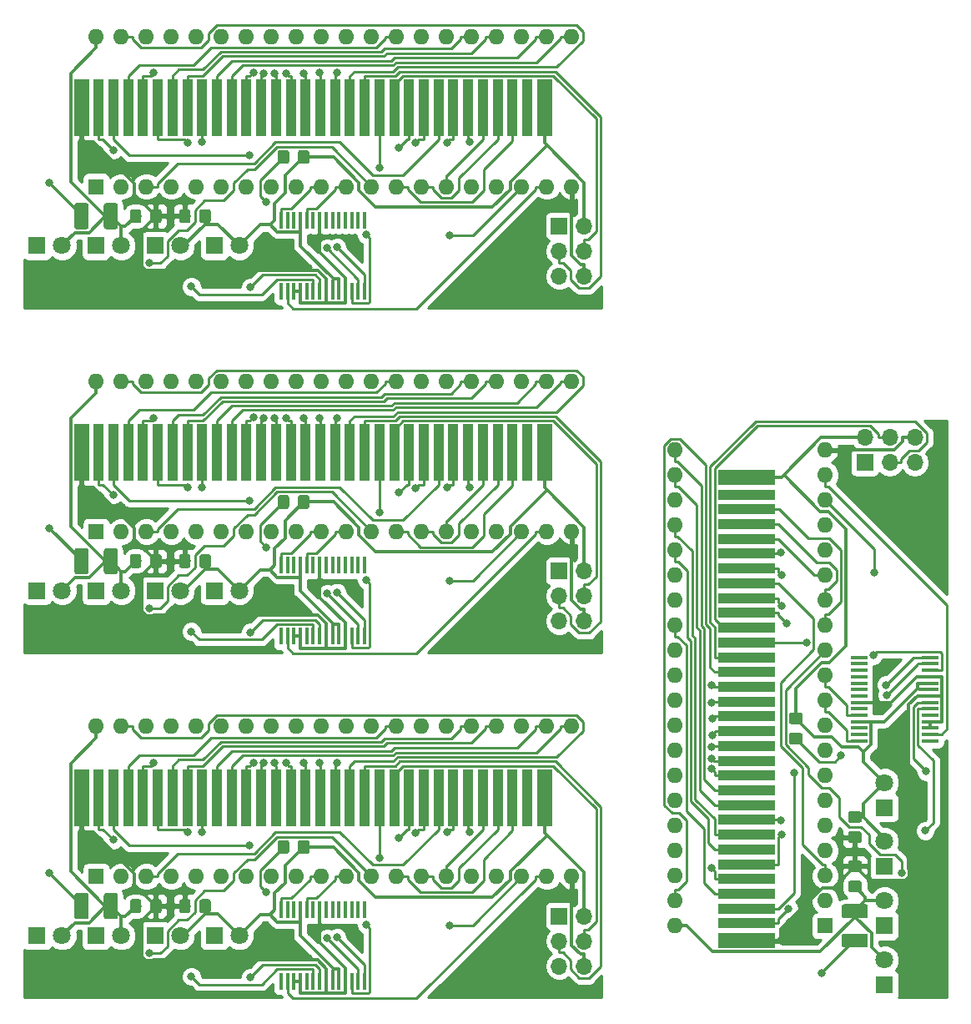
<source format=gbl>
G04 #@! TF.GenerationSoftware,KiCad,Pcbnew,(5.0.0)*
G04 #@! TF.CreationDate,2018-11-07T00:59:44+09:00*
G04 #@! TF.ProjectId,gb_cart_flash,67625F636172745F666C6173682E6B69,rev?*
G04 #@! TF.SameCoordinates,Original*
G04 #@! TF.FileFunction,Copper,L2,Bot,Signal*
G04 #@! TF.FilePolarity,Positive*
%FSLAX46Y46*%
G04 Gerber Fmt 4.6, Leading zero omitted, Abs format (unit mm)*
G04 Created by KiCad (PCBNEW (5.0.0)) date 11/07/18 00:59:44*
%MOMM*%
%LPD*%
G01*
G04 APERTURE LIST*
G04 #@! TA.AperFunction,SMDPad,CuDef*
%ADD10R,5.800000X1.500000*%
G04 #@! TD*
G04 #@! TA.AperFunction,SMDPad,CuDef*
%ADD11R,5.800000X1.000000*%
G04 #@! TD*
G04 #@! TA.AperFunction,Conductor*
%ADD12C,0.100000*%
G04 #@! TD*
G04 #@! TA.AperFunction,SMDPad,CuDef*
%ADD13C,1.425000*%
G04 #@! TD*
G04 #@! TA.AperFunction,ComponentPad*
%ADD14C,1.800000*%
G04 #@! TD*
G04 #@! TA.AperFunction,ComponentPad*
%ADD15R,1.800000X1.800000*%
G04 #@! TD*
G04 #@! TA.AperFunction,SMDPad,CuDef*
%ADD16C,1.150000*%
G04 #@! TD*
G04 #@! TA.AperFunction,ComponentPad*
%ADD17O,1.600000X1.600000*%
G04 #@! TD*
G04 #@! TA.AperFunction,ComponentPad*
%ADD18R,1.600000X1.600000*%
G04 #@! TD*
G04 #@! TA.AperFunction,SMDPad,CuDef*
%ADD19R,1.750000X0.450000*%
G04 #@! TD*
G04 #@! TA.AperFunction,ComponentPad*
%ADD20O,1.700000X1.700000*%
G04 #@! TD*
G04 #@! TA.AperFunction,ComponentPad*
%ADD21R,1.700000X1.700000*%
G04 #@! TD*
G04 #@! TA.AperFunction,SMDPad,CuDef*
%ADD22R,1.500000X5.800000*%
G04 #@! TD*
G04 #@! TA.AperFunction,SMDPad,CuDef*
%ADD23R,1.000000X5.800000*%
G04 #@! TD*
G04 #@! TA.AperFunction,SMDPad,CuDef*
%ADD24R,0.450000X1.750000*%
G04 #@! TD*
G04 #@! TA.AperFunction,ViaPad*
%ADD25C,0.800000*%
G04 #@! TD*
G04 #@! TA.AperFunction,Conductor*
%ADD26C,0.250000*%
G04 #@! TD*
G04 #@! TA.AperFunction,Conductor*
%ADD27C,0.300000*%
G04 #@! TD*
G04 #@! TA.AperFunction,Conductor*
%ADD28C,0.254000*%
G04 #@! TD*
G04 #@! TA.AperFunction,NonConductor*
%ADD29C,0.254000*%
G04 #@! TD*
G04 APERTURE END LIST*
D10*
G04 #@! TO.P,J2,32*
G04 #@! TO.N,N/C*
X231000000Y-110500000D03*
D11*
G04 #@! TO.P,J2,31*
X231000000Y-108750000D03*
G04 #@! TO.P,J2,30*
X231000000Y-107250000D03*
G04 #@! TO.P,J2,29*
X231000000Y-105750000D03*
G04 #@! TO.P,J2,28*
X231000000Y-104250000D03*
G04 #@! TO.P,J2,27*
X231000000Y-102750000D03*
G04 #@! TO.P,J2,26*
X231000000Y-101250000D03*
G04 #@! TO.P,J2,25*
X231000000Y-99750000D03*
G04 #@! TO.P,J2,24*
X231000000Y-98250000D03*
G04 #@! TO.P,J2,23*
X231000000Y-96750000D03*
G04 #@! TO.P,J2,22*
X231000000Y-95250000D03*
G04 #@! TO.P,J2,21*
X231000000Y-93750000D03*
G04 #@! TO.P,J2,20*
X231000000Y-92250000D03*
G04 #@! TO.P,J2,19*
X231000000Y-90750000D03*
G04 #@! TO.P,J2,18*
X231000000Y-89250000D03*
G04 #@! TO.P,J2,17*
X231000000Y-87750000D03*
G04 #@! TO.P,J2,16*
X231000000Y-86250000D03*
G04 #@! TO.P,J2,15*
X231000000Y-84750000D03*
G04 #@! TO.P,J2,14*
X231000000Y-83250000D03*
G04 #@! TO.P,J2,13*
X231000000Y-81750000D03*
G04 #@! TO.P,J2,12*
X231000000Y-80250000D03*
G04 #@! TO.P,J2,11*
X231000000Y-78750000D03*
G04 #@! TO.P,J2,10*
X231000000Y-77250000D03*
G04 #@! TO.P,J2,9*
X231000000Y-75750000D03*
G04 #@! TO.P,J2,8*
X231000000Y-74250000D03*
G04 #@! TO.P,J2,7*
X231000000Y-72750000D03*
G04 #@! TO.P,J2,6*
X231000000Y-71250000D03*
G04 #@! TO.P,J2,5*
X231000000Y-69750000D03*
G04 #@! TO.P,J2,4*
X231000000Y-68250000D03*
G04 #@! TO.P,J2,3*
X231000000Y-66750000D03*
G04 #@! TO.P,J2,2*
X231000000Y-65250000D03*
D10*
G04 #@! TO.P,J2,1*
X231000000Y-63500000D03*
G04 #@! TD*
D12*
G04 #@! TO.N,N/C*
G04 #@! TO.C,F1*
G36*
X243099504Y-109776204D02*
X243123773Y-109779804D01*
X243147571Y-109785765D01*
X243170671Y-109794030D01*
X243192849Y-109804520D01*
X243213893Y-109817133D01*
X243233598Y-109831747D01*
X243251777Y-109848223D01*
X243268253Y-109866402D01*
X243282867Y-109886107D01*
X243295480Y-109907151D01*
X243305970Y-109929329D01*
X243314235Y-109952429D01*
X243320196Y-109976227D01*
X243323796Y-110000496D01*
X243325000Y-110025000D01*
X243325000Y-110950000D01*
X243323796Y-110974504D01*
X243320196Y-110998773D01*
X243314235Y-111022571D01*
X243305970Y-111045671D01*
X243295480Y-111067849D01*
X243282867Y-111088893D01*
X243268253Y-111108598D01*
X243251777Y-111126777D01*
X243233598Y-111143253D01*
X243213893Y-111157867D01*
X243192849Y-111170480D01*
X243170671Y-111180970D01*
X243147571Y-111189235D01*
X243123773Y-111195196D01*
X243099504Y-111198796D01*
X243075000Y-111200000D01*
X240925000Y-111200000D01*
X240900496Y-111198796D01*
X240876227Y-111195196D01*
X240852429Y-111189235D01*
X240829329Y-111180970D01*
X240807151Y-111170480D01*
X240786107Y-111157867D01*
X240766402Y-111143253D01*
X240748223Y-111126777D01*
X240731747Y-111108598D01*
X240717133Y-111088893D01*
X240704520Y-111067849D01*
X240694030Y-111045671D01*
X240685765Y-111022571D01*
X240679804Y-110998773D01*
X240676204Y-110974504D01*
X240675000Y-110950000D01*
X240675000Y-110025000D01*
X240676204Y-110000496D01*
X240679804Y-109976227D01*
X240685765Y-109952429D01*
X240694030Y-109929329D01*
X240704520Y-109907151D01*
X240717133Y-109886107D01*
X240731747Y-109866402D01*
X240748223Y-109848223D01*
X240766402Y-109831747D01*
X240786107Y-109817133D01*
X240807151Y-109804520D01*
X240829329Y-109794030D01*
X240852429Y-109785765D01*
X240876227Y-109779804D01*
X240900496Y-109776204D01*
X240925000Y-109775000D01*
X243075000Y-109775000D01*
X243099504Y-109776204D01*
X243099504Y-109776204D01*
G37*
D13*
G04 #@! TD*
G04 #@! TO.P,F1,2*
G04 #@! TO.N,N/C*
X242000000Y-110487500D03*
D12*
G04 #@! TO.N,N/C*
G04 #@! TO.C,F1*
G36*
X243099504Y-106801204D02*
X243123773Y-106804804D01*
X243147571Y-106810765D01*
X243170671Y-106819030D01*
X243192849Y-106829520D01*
X243213893Y-106842133D01*
X243233598Y-106856747D01*
X243251777Y-106873223D01*
X243268253Y-106891402D01*
X243282867Y-106911107D01*
X243295480Y-106932151D01*
X243305970Y-106954329D01*
X243314235Y-106977429D01*
X243320196Y-107001227D01*
X243323796Y-107025496D01*
X243325000Y-107050000D01*
X243325000Y-107975000D01*
X243323796Y-107999504D01*
X243320196Y-108023773D01*
X243314235Y-108047571D01*
X243305970Y-108070671D01*
X243295480Y-108092849D01*
X243282867Y-108113893D01*
X243268253Y-108133598D01*
X243251777Y-108151777D01*
X243233598Y-108168253D01*
X243213893Y-108182867D01*
X243192849Y-108195480D01*
X243170671Y-108205970D01*
X243147571Y-108214235D01*
X243123773Y-108220196D01*
X243099504Y-108223796D01*
X243075000Y-108225000D01*
X240925000Y-108225000D01*
X240900496Y-108223796D01*
X240876227Y-108220196D01*
X240852429Y-108214235D01*
X240829329Y-108205970D01*
X240807151Y-108195480D01*
X240786107Y-108182867D01*
X240766402Y-108168253D01*
X240748223Y-108151777D01*
X240731747Y-108133598D01*
X240717133Y-108113893D01*
X240704520Y-108092849D01*
X240694030Y-108070671D01*
X240685765Y-108047571D01*
X240679804Y-108023773D01*
X240676204Y-107999504D01*
X240675000Y-107975000D01*
X240675000Y-107050000D01*
X240676204Y-107025496D01*
X240679804Y-107001227D01*
X240685765Y-106977429D01*
X240694030Y-106954329D01*
X240704520Y-106932151D01*
X240717133Y-106911107D01*
X240731747Y-106891402D01*
X240748223Y-106873223D01*
X240766402Y-106856747D01*
X240786107Y-106842133D01*
X240807151Y-106829520D01*
X240829329Y-106819030D01*
X240852429Y-106810765D01*
X240876227Y-106804804D01*
X240900496Y-106801204D01*
X240925000Y-106800000D01*
X243075000Y-106800000D01*
X243099504Y-106801204D01*
X243099504Y-106801204D01*
G37*
D13*
G04 #@! TD*
G04 #@! TO.P,F1,1*
G04 #@! TO.N,N/C*
X242000000Y-107512500D03*
D14*
G04 #@! TO.P,D3,2*
G04 #@! TO.N,N/C*
X245000000Y-100460000D03*
D15*
G04 #@! TO.P,D3,1*
X245000000Y-103000000D03*
G04 #@! TD*
D12*
G04 #@! TO.N,N/C*
G04 #@! TO.C,R1*
G36*
X236474505Y-87376204D02*
X236498773Y-87379804D01*
X236522572Y-87385765D01*
X236545671Y-87394030D01*
X236567850Y-87404520D01*
X236588893Y-87417132D01*
X236608599Y-87431747D01*
X236626777Y-87448223D01*
X236643253Y-87466401D01*
X236657868Y-87486107D01*
X236670480Y-87507150D01*
X236680970Y-87529329D01*
X236689235Y-87552428D01*
X236695196Y-87576227D01*
X236698796Y-87600495D01*
X236700000Y-87624999D01*
X236700000Y-88275001D01*
X236698796Y-88299505D01*
X236695196Y-88323773D01*
X236689235Y-88347572D01*
X236680970Y-88370671D01*
X236670480Y-88392850D01*
X236657868Y-88413893D01*
X236643253Y-88433599D01*
X236626777Y-88451777D01*
X236608599Y-88468253D01*
X236588893Y-88482868D01*
X236567850Y-88495480D01*
X236545671Y-88505970D01*
X236522572Y-88514235D01*
X236498773Y-88520196D01*
X236474505Y-88523796D01*
X236450001Y-88525000D01*
X235549999Y-88525000D01*
X235525495Y-88523796D01*
X235501227Y-88520196D01*
X235477428Y-88514235D01*
X235454329Y-88505970D01*
X235432150Y-88495480D01*
X235411107Y-88482868D01*
X235391401Y-88468253D01*
X235373223Y-88451777D01*
X235356747Y-88433599D01*
X235342132Y-88413893D01*
X235329520Y-88392850D01*
X235319030Y-88370671D01*
X235310765Y-88347572D01*
X235304804Y-88323773D01*
X235301204Y-88299505D01*
X235300000Y-88275001D01*
X235300000Y-87624999D01*
X235301204Y-87600495D01*
X235304804Y-87576227D01*
X235310765Y-87552428D01*
X235319030Y-87529329D01*
X235329520Y-87507150D01*
X235342132Y-87486107D01*
X235356747Y-87466401D01*
X235373223Y-87448223D01*
X235391401Y-87431747D01*
X235411107Y-87417132D01*
X235432150Y-87404520D01*
X235454329Y-87394030D01*
X235477428Y-87385765D01*
X235501227Y-87379804D01*
X235525495Y-87376204D01*
X235549999Y-87375000D01*
X236450001Y-87375000D01*
X236474505Y-87376204D01*
X236474505Y-87376204D01*
G37*
D16*
G04 #@! TD*
G04 #@! TO.P,R1,2*
G04 #@! TO.N,N/C*
X236000000Y-87950000D03*
D12*
G04 #@! TO.N,N/C*
G04 #@! TO.C,R1*
G36*
X236474505Y-89426204D02*
X236498773Y-89429804D01*
X236522572Y-89435765D01*
X236545671Y-89444030D01*
X236567850Y-89454520D01*
X236588893Y-89467132D01*
X236608599Y-89481747D01*
X236626777Y-89498223D01*
X236643253Y-89516401D01*
X236657868Y-89536107D01*
X236670480Y-89557150D01*
X236680970Y-89579329D01*
X236689235Y-89602428D01*
X236695196Y-89626227D01*
X236698796Y-89650495D01*
X236700000Y-89674999D01*
X236700000Y-90325001D01*
X236698796Y-90349505D01*
X236695196Y-90373773D01*
X236689235Y-90397572D01*
X236680970Y-90420671D01*
X236670480Y-90442850D01*
X236657868Y-90463893D01*
X236643253Y-90483599D01*
X236626777Y-90501777D01*
X236608599Y-90518253D01*
X236588893Y-90532868D01*
X236567850Y-90545480D01*
X236545671Y-90555970D01*
X236522572Y-90564235D01*
X236498773Y-90570196D01*
X236474505Y-90573796D01*
X236450001Y-90575000D01*
X235549999Y-90575000D01*
X235525495Y-90573796D01*
X235501227Y-90570196D01*
X235477428Y-90564235D01*
X235454329Y-90555970D01*
X235432150Y-90545480D01*
X235411107Y-90532868D01*
X235391401Y-90518253D01*
X235373223Y-90501777D01*
X235356747Y-90483599D01*
X235342132Y-90463893D01*
X235329520Y-90442850D01*
X235319030Y-90420671D01*
X235310765Y-90397572D01*
X235304804Y-90373773D01*
X235301204Y-90349505D01*
X235300000Y-90325001D01*
X235300000Y-89674999D01*
X235301204Y-89650495D01*
X235304804Y-89626227D01*
X235310765Y-89602428D01*
X235319030Y-89579329D01*
X235329520Y-89557150D01*
X235342132Y-89536107D01*
X235356747Y-89516401D01*
X235373223Y-89498223D01*
X235391401Y-89481747D01*
X235411107Y-89467132D01*
X235432150Y-89454520D01*
X235454329Y-89444030D01*
X235477428Y-89435765D01*
X235501227Y-89429804D01*
X235525495Y-89426204D01*
X235549999Y-89425000D01*
X236450001Y-89425000D01*
X236474505Y-89426204D01*
X236474505Y-89426204D01*
G37*
D16*
G04 #@! TD*
G04 #@! TO.P,R1,1*
G04 #@! TO.N,N/C*
X236000000Y-90000000D03*
D17*
G04 #@! TO.P,U1,40*
G04 #@! TO.N,N/C*
X223760000Y-109000000D03*
G04 #@! TO.P,U1,20*
X239000000Y-60740000D03*
G04 #@! TO.P,U1,39*
X223760000Y-106460000D03*
G04 #@! TO.P,U1,19*
X239000000Y-63280000D03*
G04 #@! TO.P,U1,38*
X223760000Y-103920000D03*
G04 #@! TO.P,U1,18*
X239000000Y-65820000D03*
G04 #@! TO.P,U1,37*
X223760000Y-101380000D03*
G04 #@! TO.P,U1,17*
X239000000Y-68360000D03*
G04 #@! TO.P,U1,36*
X223760000Y-98840000D03*
G04 #@! TO.P,U1,16*
X239000000Y-70900000D03*
G04 #@! TO.P,U1,35*
X223760000Y-96300000D03*
G04 #@! TO.P,U1,15*
X239000000Y-73440000D03*
G04 #@! TO.P,U1,34*
X223760000Y-93760000D03*
G04 #@! TO.P,U1,14*
X239000000Y-75980000D03*
G04 #@! TO.P,U1,33*
X223760000Y-91220000D03*
G04 #@! TO.P,U1,13*
X239000000Y-78520000D03*
G04 #@! TO.P,U1,32*
X223760000Y-88680000D03*
G04 #@! TO.P,U1,12*
X239000000Y-81060000D03*
G04 #@! TO.P,U1,31*
X223760000Y-86140000D03*
G04 #@! TO.P,U1,11*
X239000000Y-83600000D03*
G04 #@! TO.P,U1,30*
X223760000Y-83600000D03*
G04 #@! TO.P,U1,10*
X239000000Y-86140000D03*
G04 #@! TO.P,U1,29*
X223760000Y-81060000D03*
G04 #@! TO.P,U1,9*
X239000000Y-88680000D03*
G04 #@! TO.P,U1,28*
X223760000Y-78520000D03*
G04 #@! TO.P,U1,8*
X239000000Y-91220000D03*
G04 #@! TO.P,U1,27*
X223760000Y-75980000D03*
G04 #@! TO.P,U1,7*
X239000000Y-93760000D03*
G04 #@! TO.P,U1,26*
X223760000Y-73440000D03*
G04 #@! TO.P,U1,6*
X239000000Y-96300000D03*
G04 #@! TO.P,U1,25*
X223760000Y-70900000D03*
G04 #@! TO.P,U1,5*
X239000000Y-98840000D03*
G04 #@! TO.P,U1,24*
X223760000Y-68360000D03*
G04 #@! TO.P,U1,4*
X239000000Y-101380000D03*
G04 #@! TO.P,U1,23*
X223760000Y-65820000D03*
G04 #@! TO.P,U1,3*
X239000000Y-103920000D03*
G04 #@! TO.P,U1,22*
X223760000Y-63280000D03*
G04 #@! TO.P,U1,2*
X239000000Y-106460000D03*
G04 #@! TO.P,U1,21*
X223760000Y-60740000D03*
D18*
G04 #@! TO.P,U1,1*
X239000000Y-109000000D03*
G04 #@! TD*
D15*
G04 #@! TO.P,D4,1*
G04 #@! TO.N,N/C*
X245000000Y-97000000D03*
D14*
G04 #@! TO.P,D4,2*
X245000000Y-94460000D03*
G04 #@! TD*
D19*
G04 #@! TO.P,U2,28*
G04 #@! TO.N,N/C*
X249600000Y-90225000D03*
G04 #@! TO.P,U2,27*
X249600000Y-89575000D03*
G04 #@! TO.P,U2,26*
X249600000Y-88925000D03*
G04 #@! TO.P,U2,25*
X249600000Y-88275000D03*
G04 #@! TO.P,U2,24*
X249600000Y-87625000D03*
G04 #@! TO.P,U2,23*
X249600000Y-86975000D03*
G04 #@! TO.P,U2,22*
X249600000Y-86325000D03*
G04 #@! TO.P,U2,21*
X249600000Y-85675000D03*
G04 #@! TO.P,U2,20*
X249600000Y-85025000D03*
G04 #@! TO.P,U2,19*
X249600000Y-84375000D03*
G04 #@! TO.P,U2,18*
X249600000Y-83725000D03*
G04 #@! TO.P,U2,17*
X249600000Y-83075000D03*
G04 #@! TO.P,U2,16*
X249600000Y-82425000D03*
G04 #@! TO.P,U2,15*
X249600000Y-81775000D03*
G04 #@! TO.P,U2,14*
X242400000Y-81775000D03*
G04 #@! TO.P,U2,13*
X242400000Y-82425000D03*
G04 #@! TO.P,U2,12*
X242400000Y-83075000D03*
G04 #@! TO.P,U2,11*
X242400000Y-83725000D03*
G04 #@! TO.P,U2,10*
X242400000Y-84375000D03*
G04 #@! TO.P,U2,9*
X242400000Y-85025000D03*
G04 #@! TO.P,U2,8*
X242400000Y-85675000D03*
G04 #@! TO.P,U2,7*
X242400000Y-86325000D03*
G04 #@! TO.P,U2,6*
X242400000Y-86975000D03*
G04 #@! TO.P,U2,5*
X242400000Y-87625000D03*
G04 #@! TO.P,U2,4*
X242400000Y-88275000D03*
G04 #@! TO.P,U2,3*
X242400000Y-88925000D03*
G04 #@! TO.P,U2,2*
X242400000Y-89575000D03*
G04 #@! TO.P,U2,1*
X242400000Y-90225000D03*
G04 #@! TD*
D12*
G04 #@! TO.N,N/C*
G04 #@! TO.C,C5*
G36*
X242474505Y-102376204D02*
X242498773Y-102379804D01*
X242522572Y-102385765D01*
X242545671Y-102394030D01*
X242567850Y-102404520D01*
X242588893Y-102417132D01*
X242608599Y-102431747D01*
X242626777Y-102448223D01*
X242643253Y-102466401D01*
X242657868Y-102486107D01*
X242670480Y-102507150D01*
X242680970Y-102529329D01*
X242689235Y-102552428D01*
X242695196Y-102576227D01*
X242698796Y-102600495D01*
X242700000Y-102624999D01*
X242700000Y-103275001D01*
X242698796Y-103299505D01*
X242695196Y-103323773D01*
X242689235Y-103347572D01*
X242680970Y-103370671D01*
X242670480Y-103392850D01*
X242657868Y-103413893D01*
X242643253Y-103433599D01*
X242626777Y-103451777D01*
X242608599Y-103468253D01*
X242588893Y-103482868D01*
X242567850Y-103495480D01*
X242545671Y-103505970D01*
X242522572Y-103514235D01*
X242498773Y-103520196D01*
X242474505Y-103523796D01*
X242450001Y-103525000D01*
X241549999Y-103525000D01*
X241525495Y-103523796D01*
X241501227Y-103520196D01*
X241477428Y-103514235D01*
X241454329Y-103505970D01*
X241432150Y-103495480D01*
X241411107Y-103482868D01*
X241391401Y-103468253D01*
X241373223Y-103451777D01*
X241356747Y-103433599D01*
X241342132Y-103413893D01*
X241329520Y-103392850D01*
X241319030Y-103370671D01*
X241310765Y-103347572D01*
X241304804Y-103323773D01*
X241301204Y-103299505D01*
X241300000Y-103275001D01*
X241300000Y-102624999D01*
X241301204Y-102600495D01*
X241304804Y-102576227D01*
X241310765Y-102552428D01*
X241319030Y-102529329D01*
X241329520Y-102507150D01*
X241342132Y-102486107D01*
X241356747Y-102466401D01*
X241373223Y-102448223D01*
X241391401Y-102431747D01*
X241411107Y-102417132D01*
X241432150Y-102404520D01*
X241454329Y-102394030D01*
X241477428Y-102385765D01*
X241501227Y-102379804D01*
X241525495Y-102376204D01*
X241549999Y-102375000D01*
X242450001Y-102375000D01*
X242474505Y-102376204D01*
X242474505Y-102376204D01*
G37*
D16*
G04 #@! TD*
G04 #@! TO.P,C5,2*
G04 #@! TO.N,N/C*
X242000000Y-102950000D03*
D12*
G04 #@! TO.N,N/C*
G04 #@! TO.C,C5*
G36*
X242474505Y-104426204D02*
X242498773Y-104429804D01*
X242522572Y-104435765D01*
X242545671Y-104444030D01*
X242567850Y-104454520D01*
X242588893Y-104467132D01*
X242608599Y-104481747D01*
X242626777Y-104498223D01*
X242643253Y-104516401D01*
X242657868Y-104536107D01*
X242670480Y-104557150D01*
X242680970Y-104579329D01*
X242689235Y-104602428D01*
X242695196Y-104626227D01*
X242698796Y-104650495D01*
X242700000Y-104674999D01*
X242700000Y-105325001D01*
X242698796Y-105349505D01*
X242695196Y-105373773D01*
X242689235Y-105397572D01*
X242680970Y-105420671D01*
X242670480Y-105442850D01*
X242657868Y-105463893D01*
X242643253Y-105483599D01*
X242626777Y-105501777D01*
X242608599Y-105518253D01*
X242588893Y-105532868D01*
X242567850Y-105545480D01*
X242545671Y-105555970D01*
X242522572Y-105564235D01*
X242498773Y-105570196D01*
X242474505Y-105573796D01*
X242450001Y-105575000D01*
X241549999Y-105575000D01*
X241525495Y-105573796D01*
X241501227Y-105570196D01*
X241477428Y-105564235D01*
X241454329Y-105555970D01*
X241432150Y-105545480D01*
X241411107Y-105532868D01*
X241391401Y-105518253D01*
X241373223Y-105501777D01*
X241356747Y-105483599D01*
X241342132Y-105463893D01*
X241329520Y-105442850D01*
X241319030Y-105420671D01*
X241310765Y-105397572D01*
X241304804Y-105373773D01*
X241301204Y-105349505D01*
X241300000Y-105325001D01*
X241300000Y-104674999D01*
X241301204Y-104650495D01*
X241304804Y-104626227D01*
X241310765Y-104602428D01*
X241319030Y-104579329D01*
X241329520Y-104557150D01*
X241342132Y-104536107D01*
X241356747Y-104516401D01*
X241373223Y-104498223D01*
X241391401Y-104481747D01*
X241411107Y-104467132D01*
X241432150Y-104454520D01*
X241454329Y-104444030D01*
X241477428Y-104435765D01*
X241501227Y-104429804D01*
X241525495Y-104426204D01*
X241549999Y-104425000D01*
X242450001Y-104425000D01*
X242474505Y-104426204D01*
X242474505Y-104426204D01*
G37*
D16*
G04 #@! TD*
G04 #@! TO.P,C5,1*
G04 #@! TO.N,N/C*
X242000000Y-105000000D03*
D14*
G04 #@! TO.P,D1,2*
G04 #@! TO.N,N/C*
X245000000Y-112460000D03*
D15*
G04 #@! TO.P,D1,1*
X245000000Y-115000000D03*
G04 #@! TD*
G04 #@! TO.P,D2,1*
G04 #@! TO.N,N/C*
X245000000Y-109000000D03*
D14*
G04 #@! TO.P,D2,2*
X245000000Y-106460000D03*
G04 #@! TD*
D20*
G04 #@! TO.P,J3,6*
G04 #@! TO.N,N/C*
X248080000Y-59460000D03*
G04 #@! TO.P,J3,5*
X248080000Y-62000000D03*
G04 #@! TO.P,J3,4*
X245540000Y-59460000D03*
G04 #@! TO.P,J3,3*
X245540000Y-62000000D03*
G04 #@! TO.P,J3,2*
X243000000Y-59460000D03*
D21*
G04 #@! TO.P,J3,1*
X243000000Y-62000000D03*
G04 #@! TD*
D12*
G04 #@! TO.N,N/C*
G04 #@! TO.C,C4*
G36*
X242474505Y-97376204D02*
X242498773Y-97379804D01*
X242522572Y-97385765D01*
X242545671Y-97394030D01*
X242567850Y-97404520D01*
X242588893Y-97417132D01*
X242608599Y-97431747D01*
X242626777Y-97448223D01*
X242643253Y-97466401D01*
X242657868Y-97486107D01*
X242670480Y-97507150D01*
X242680970Y-97529329D01*
X242689235Y-97552428D01*
X242695196Y-97576227D01*
X242698796Y-97600495D01*
X242700000Y-97624999D01*
X242700000Y-98275001D01*
X242698796Y-98299505D01*
X242695196Y-98323773D01*
X242689235Y-98347572D01*
X242680970Y-98370671D01*
X242670480Y-98392850D01*
X242657868Y-98413893D01*
X242643253Y-98433599D01*
X242626777Y-98451777D01*
X242608599Y-98468253D01*
X242588893Y-98482868D01*
X242567850Y-98495480D01*
X242545671Y-98505970D01*
X242522572Y-98514235D01*
X242498773Y-98520196D01*
X242474505Y-98523796D01*
X242450001Y-98525000D01*
X241549999Y-98525000D01*
X241525495Y-98523796D01*
X241501227Y-98520196D01*
X241477428Y-98514235D01*
X241454329Y-98505970D01*
X241432150Y-98495480D01*
X241411107Y-98482868D01*
X241391401Y-98468253D01*
X241373223Y-98451777D01*
X241356747Y-98433599D01*
X241342132Y-98413893D01*
X241329520Y-98392850D01*
X241319030Y-98370671D01*
X241310765Y-98347572D01*
X241304804Y-98323773D01*
X241301204Y-98299505D01*
X241300000Y-98275001D01*
X241300000Y-97624999D01*
X241301204Y-97600495D01*
X241304804Y-97576227D01*
X241310765Y-97552428D01*
X241319030Y-97529329D01*
X241329520Y-97507150D01*
X241342132Y-97486107D01*
X241356747Y-97466401D01*
X241373223Y-97448223D01*
X241391401Y-97431747D01*
X241411107Y-97417132D01*
X241432150Y-97404520D01*
X241454329Y-97394030D01*
X241477428Y-97385765D01*
X241501227Y-97379804D01*
X241525495Y-97376204D01*
X241549999Y-97375000D01*
X242450001Y-97375000D01*
X242474505Y-97376204D01*
X242474505Y-97376204D01*
G37*
D16*
G04 #@! TD*
G04 #@! TO.P,C4,1*
G04 #@! TO.N,N/C*
X242000000Y-97950000D03*
D12*
G04 #@! TO.N,N/C*
G04 #@! TO.C,C4*
G36*
X242474505Y-99426204D02*
X242498773Y-99429804D01*
X242522572Y-99435765D01*
X242545671Y-99444030D01*
X242567850Y-99454520D01*
X242588893Y-99467132D01*
X242608599Y-99481747D01*
X242626777Y-99498223D01*
X242643253Y-99516401D01*
X242657868Y-99536107D01*
X242670480Y-99557150D01*
X242680970Y-99579329D01*
X242689235Y-99602428D01*
X242695196Y-99626227D01*
X242698796Y-99650495D01*
X242700000Y-99674999D01*
X242700000Y-100325001D01*
X242698796Y-100349505D01*
X242695196Y-100373773D01*
X242689235Y-100397572D01*
X242680970Y-100420671D01*
X242670480Y-100442850D01*
X242657868Y-100463893D01*
X242643253Y-100483599D01*
X242626777Y-100501777D01*
X242608599Y-100518253D01*
X242588893Y-100532868D01*
X242567850Y-100545480D01*
X242545671Y-100555970D01*
X242522572Y-100564235D01*
X242498773Y-100570196D01*
X242474505Y-100573796D01*
X242450001Y-100575000D01*
X241549999Y-100575000D01*
X241525495Y-100573796D01*
X241501227Y-100570196D01*
X241477428Y-100564235D01*
X241454329Y-100555970D01*
X241432150Y-100545480D01*
X241411107Y-100532868D01*
X241391401Y-100518253D01*
X241373223Y-100501777D01*
X241356747Y-100483599D01*
X241342132Y-100463893D01*
X241329520Y-100442850D01*
X241319030Y-100420671D01*
X241310765Y-100397572D01*
X241304804Y-100373773D01*
X241301204Y-100349505D01*
X241300000Y-100325001D01*
X241300000Y-99674999D01*
X241301204Y-99650495D01*
X241304804Y-99626227D01*
X241310765Y-99602428D01*
X241319030Y-99579329D01*
X241329520Y-99557150D01*
X241342132Y-99536107D01*
X241356747Y-99516401D01*
X241373223Y-99498223D01*
X241391401Y-99481747D01*
X241411107Y-99467132D01*
X241432150Y-99454520D01*
X241454329Y-99444030D01*
X241477428Y-99435765D01*
X241501227Y-99429804D01*
X241525495Y-99426204D01*
X241549999Y-99425000D01*
X242450001Y-99425000D01*
X242474505Y-99426204D01*
X242474505Y-99426204D01*
G37*
D16*
G04 #@! TD*
G04 #@! TO.P,C4,2*
G04 #@! TO.N,N/C*
X242000000Y-100000000D03*
D22*
G04 #@! TO.P,J2,32*
G04 #@! TO.N,N/C*
X163500000Y-26000000D03*
D23*
G04 #@! TO.P,J2,31*
X165250000Y-26000000D03*
G04 #@! TO.P,J2,30*
X166750000Y-26000000D03*
G04 #@! TO.P,J2,29*
X168250000Y-26000000D03*
G04 #@! TO.P,J2,28*
X169750000Y-26000000D03*
G04 #@! TO.P,J2,27*
X171250000Y-26000000D03*
G04 #@! TO.P,J2,26*
X172750000Y-26000000D03*
G04 #@! TO.P,J2,25*
X174250000Y-26000000D03*
G04 #@! TO.P,J2,24*
X175750000Y-26000000D03*
G04 #@! TO.P,J2,23*
X177250000Y-26000000D03*
G04 #@! TO.P,J2,22*
X178750000Y-26000000D03*
G04 #@! TO.P,J2,21*
X180250000Y-26000000D03*
G04 #@! TO.P,J2,20*
X181750000Y-26000000D03*
G04 #@! TO.P,J2,19*
X183250000Y-26000000D03*
G04 #@! TO.P,J2,18*
X184750000Y-26000000D03*
G04 #@! TO.P,J2,17*
X186250000Y-26000000D03*
G04 #@! TO.P,J2,16*
X187750000Y-26000000D03*
G04 #@! TO.P,J2,15*
X189250000Y-26000000D03*
G04 #@! TO.P,J2,14*
X190750000Y-26000000D03*
G04 #@! TO.P,J2,13*
X192250000Y-26000000D03*
G04 #@! TO.P,J2,12*
X193750000Y-26000000D03*
G04 #@! TO.P,J2,11*
X195250000Y-26000000D03*
G04 #@! TO.P,J2,10*
X196750000Y-26000000D03*
G04 #@! TO.P,J2,9*
X198250000Y-26000000D03*
G04 #@! TO.P,J2,8*
X199750000Y-26000000D03*
G04 #@! TO.P,J2,7*
X201250000Y-26000000D03*
G04 #@! TO.P,J2,6*
X202750000Y-26000000D03*
G04 #@! TO.P,J2,5*
X204250000Y-26000000D03*
G04 #@! TO.P,J2,4*
X205750000Y-26000000D03*
G04 #@! TO.P,J2,3*
X207250000Y-26000000D03*
G04 #@! TO.P,J2,2*
X208750000Y-26000000D03*
D22*
G04 #@! TO.P,J2,1*
X210500000Y-26000000D03*
G04 #@! TD*
D12*
G04 #@! TO.N,N/C*
G04 #@! TO.C,F1*
G36*
X163999504Y-35676204D02*
X164023773Y-35679804D01*
X164047571Y-35685765D01*
X164070671Y-35694030D01*
X164092849Y-35704520D01*
X164113893Y-35717133D01*
X164133598Y-35731747D01*
X164151777Y-35748223D01*
X164168253Y-35766402D01*
X164182867Y-35786107D01*
X164195480Y-35807151D01*
X164205970Y-35829329D01*
X164214235Y-35852429D01*
X164220196Y-35876227D01*
X164223796Y-35900496D01*
X164225000Y-35925000D01*
X164225000Y-38075000D01*
X164223796Y-38099504D01*
X164220196Y-38123773D01*
X164214235Y-38147571D01*
X164205970Y-38170671D01*
X164195480Y-38192849D01*
X164182867Y-38213893D01*
X164168253Y-38233598D01*
X164151777Y-38251777D01*
X164133598Y-38268253D01*
X164113893Y-38282867D01*
X164092849Y-38295480D01*
X164070671Y-38305970D01*
X164047571Y-38314235D01*
X164023773Y-38320196D01*
X163999504Y-38323796D01*
X163975000Y-38325000D01*
X163050000Y-38325000D01*
X163025496Y-38323796D01*
X163001227Y-38320196D01*
X162977429Y-38314235D01*
X162954329Y-38305970D01*
X162932151Y-38295480D01*
X162911107Y-38282867D01*
X162891402Y-38268253D01*
X162873223Y-38251777D01*
X162856747Y-38233598D01*
X162842133Y-38213893D01*
X162829520Y-38192849D01*
X162819030Y-38170671D01*
X162810765Y-38147571D01*
X162804804Y-38123773D01*
X162801204Y-38099504D01*
X162800000Y-38075000D01*
X162800000Y-35925000D01*
X162801204Y-35900496D01*
X162804804Y-35876227D01*
X162810765Y-35852429D01*
X162819030Y-35829329D01*
X162829520Y-35807151D01*
X162842133Y-35786107D01*
X162856747Y-35766402D01*
X162873223Y-35748223D01*
X162891402Y-35731747D01*
X162911107Y-35717133D01*
X162932151Y-35704520D01*
X162954329Y-35694030D01*
X162977429Y-35685765D01*
X163001227Y-35679804D01*
X163025496Y-35676204D01*
X163050000Y-35675000D01*
X163975000Y-35675000D01*
X163999504Y-35676204D01*
X163999504Y-35676204D01*
G37*
D13*
G04 #@! TD*
G04 #@! TO.P,F1,2*
G04 #@! TO.N,N/C*
X163512500Y-37000000D03*
D12*
G04 #@! TO.N,N/C*
G04 #@! TO.C,F1*
G36*
X166974504Y-35676204D02*
X166998773Y-35679804D01*
X167022571Y-35685765D01*
X167045671Y-35694030D01*
X167067849Y-35704520D01*
X167088893Y-35717133D01*
X167108598Y-35731747D01*
X167126777Y-35748223D01*
X167143253Y-35766402D01*
X167157867Y-35786107D01*
X167170480Y-35807151D01*
X167180970Y-35829329D01*
X167189235Y-35852429D01*
X167195196Y-35876227D01*
X167198796Y-35900496D01*
X167200000Y-35925000D01*
X167200000Y-38075000D01*
X167198796Y-38099504D01*
X167195196Y-38123773D01*
X167189235Y-38147571D01*
X167180970Y-38170671D01*
X167170480Y-38192849D01*
X167157867Y-38213893D01*
X167143253Y-38233598D01*
X167126777Y-38251777D01*
X167108598Y-38268253D01*
X167088893Y-38282867D01*
X167067849Y-38295480D01*
X167045671Y-38305970D01*
X167022571Y-38314235D01*
X166998773Y-38320196D01*
X166974504Y-38323796D01*
X166950000Y-38325000D01*
X166025000Y-38325000D01*
X166000496Y-38323796D01*
X165976227Y-38320196D01*
X165952429Y-38314235D01*
X165929329Y-38305970D01*
X165907151Y-38295480D01*
X165886107Y-38282867D01*
X165866402Y-38268253D01*
X165848223Y-38251777D01*
X165831747Y-38233598D01*
X165817133Y-38213893D01*
X165804520Y-38192849D01*
X165794030Y-38170671D01*
X165785765Y-38147571D01*
X165779804Y-38123773D01*
X165776204Y-38099504D01*
X165775000Y-38075000D01*
X165775000Y-35925000D01*
X165776204Y-35900496D01*
X165779804Y-35876227D01*
X165785765Y-35852429D01*
X165794030Y-35829329D01*
X165804520Y-35807151D01*
X165817133Y-35786107D01*
X165831747Y-35766402D01*
X165848223Y-35748223D01*
X165866402Y-35731747D01*
X165886107Y-35717133D01*
X165907151Y-35704520D01*
X165929329Y-35694030D01*
X165952429Y-35685765D01*
X165976227Y-35679804D01*
X166000496Y-35676204D01*
X166025000Y-35675000D01*
X166950000Y-35675000D01*
X166974504Y-35676204D01*
X166974504Y-35676204D01*
G37*
D13*
G04 #@! TD*
G04 #@! TO.P,F1,1*
G04 #@! TO.N,N/C*
X166487500Y-37000000D03*
D14*
G04 #@! TO.P,D3,2*
G04 #@! TO.N,N/C*
X173540000Y-40000000D03*
D15*
G04 #@! TO.P,D3,1*
X171000000Y-40000000D03*
G04 #@! TD*
D12*
G04 #@! TO.N,N/C*
G04 #@! TO.C,R1*
G36*
X186399505Y-30301204D02*
X186423773Y-30304804D01*
X186447572Y-30310765D01*
X186470671Y-30319030D01*
X186492850Y-30329520D01*
X186513893Y-30342132D01*
X186533599Y-30356747D01*
X186551777Y-30373223D01*
X186568253Y-30391401D01*
X186582868Y-30411107D01*
X186595480Y-30432150D01*
X186605970Y-30454329D01*
X186614235Y-30477428D01*
X186620196Y-30501227D01*
X186623796Y-30525495D01*
X186625000Y-30549999D01*
X186625000Y-31450001D01*
X186623796Y-31474505D01*
X186620196Y-31498773D01*
X186614235Y-31522572D01*
X186605970Y-31545671D01*
X186595480Y-31567850D01*
X186582868Y-31588893D01*
X186568253Y-31608599D01*
X186551777Y-31626777D01*
X186533599Y-31643253D01*
X186513893Y-31657868D01*
X186492850Y-31670480D01*
X186470671Y-31680970D01*
X186447572Y-31689235D01*
X186423773Y-31695196D01*
X186399505Y-31698796D01*
X186375001Y-31700000D01*
X185724999Y-31700000D01*
X185700495Y-31698796D01*
X185676227Y-31695196D01*
X185652428Y-31689235D01*
X185629329Y-31680970D01*
X185607150Y-31670480D01*
X185586107Y-31657868D01*
X185566401Y-31643253D01*
X185548223Y-31626777D01*
X185531747Y-31608599D01*
X185517132Y-31588893D01*
X185504520Y-31567850D01*
X185494030Y-31545671D01*
X185485765Y-31522572D01*
X185479804Y-31498773D01*
X185476204Y-31474505D01*
X185475000Y-31450001D01*
X185475000Y-30549999D01*
X185476204Y-30525495D01*
X185479804Y-30501227D01*
X185485765Y-30477428D01*
X185494030Y-30454329D01*
X185504520Y-30432150D01*
X185517132Y-30411107D01*
X185531747Y-30391401D01*
X185548223Y-30373223D01*
X185566401Y-30356747D01*
X185586107Y-30342132D01*
X185607150Y-30329520D01*
X185629329Y-30319030D01*
X185652428Y-30310765D01*
X185676227Y-30304804D01*
X185700495Y-30301204D01*
X185724999Y-30300000D01*
X186375001Y-30300000D01*
X186399505Y-30301204D01*
X186399505Y-30301204D01*
G37*
D16*
G04 #@! TD*
G04 #@! TO.P,R1,2*
G04 #@! TO.N,N/C*
X186050000Y-31000000D03*
D12*
G04 #@! TO.N,N/C*
G04 #@! TO.C,R1*
G36*
X184349505Y-30301204D02*
X184373773Y-30304804D01*
X184397572Y-30310765D01*
X184420671Y-30319030D01*
X184442850Y-30329520D01*
X184463893Y-30342132D01*
X184483599Y-30356747D01*
X184501777Y-30373223D01*
X184518253Y-30391401D01*
X184532868Y-30411107D01*
X184545480Y-30432150D01*
X184555970Y-30454329D01*
X184564235Y-30477428D01*
X184570196Y-30501227D01*
X184573796Y-30525495D01*
X184575000Y-30549999D01*
X184575000Y-31450001D01*
X184573796Y-31474505D01*
X184570196Y-31498773D01*
X184564235Y-31522572D01*
X184555970Y-31545671D01*
X184545480Y-31567850D01*
X184532868Y-31588893D01*
X184518253Y-31608599D01*
X184501777Y-31626777D01*
X184483599Y-31643253D01*
X184463893Y-31657868D01*
X184442850Y-31670480D01*
X184420671Y-31680970D01*
X184397572Y-31689235D01*
X184373773Y-31695196D01*
X184349505Y-31698796D01*
X184325001Y-31700000D01*
X183674999Y-31700000D01*
X183650495Y-31698796D01*
X183626227Y-31695196D01*
X183602428Y-31689235D01*
X183579329Y-31680970D01*
X183557150Y-31670480D01*
X183536107Y-31657868D01*
X183516401Y-31643253D01*
X183498223Y-31626777D01*
X183481747Y-31608599D01*
X183467132Y-31588893D01*
X183454520Y-31567850D01*
X183444030Y-31545671D01*
X183435765Y-31522572D01*
X183429804Y-31498773D01*
X183426204Y-31474505D01*
X183425000Y-31450001D01*
X183425000Y-30549999D01*
X183426204Y-30525495D01*
X183429804Y-30501227D01*
X183435765Y-30477428D01*
X183444030Y-30454329D01*
X183454520Y-30432150D01*
X183467132Y-30411107D01*
X183481747Y-30391401D01*
X183498223Y-30373223D01*
X183516401Y-30356747D01*
X183536107Y-30342132D01*
X183557150Y-30329520D01*
X183579329Y-30319030D01*
X183602428Y-30310765D01*
X183626227Y-30304804D01*
X183650495Y-30301204D01*
X183674999Y-30300000D01*
X184325001Y-30300000D01*
X184349505Y-30301204D01*
X184349505Y-30301204D01*
G37*
D16*
G04 #@! TD*
G04 #@! TO.P,R1,1*
G04 #@! TO.N,N/C*
X184000000Y-31000000D03*
D17*
G04 #@! TO.P,U1,40*
G04 #@! TO.N,N/C*
X165000000Y-18760000D03*
G04 #@! TO.P,U1,20*
X213260000Y-34000000D03*
G04 #@! TO.P,U1,39*
X167540000Y-18760000D03*
G04 #@! TO.P,U1,19*
X210720000Y-34000000D03*
G04 #@! TO.P,U1,38*
X170080000Y-18760000D03*
G04 #@! TO.P,U1,18*
X208180000Y-34000000D03*
G04 #@! TO.P,U1,37*
X172620000Y-18760000D03*
G04 #@! TO.P,U1,17*
X205640000Y-34000000D03*
G04 #@! TO.P,U1,36*
X175160000Y-18760000D03*
G04 #@! TO.P,U1,16*
X203100000Y-34000000D03*
G04 #@! TO.P,U1,35*
X177700000Y-18760000D03*
G04 #@! TO.P,U1,15*
X200560000Y-34000000D03*
G04 #@! TO.P,U1,34*
X180240000Y-18760000D03*
G04 #@! TO.P,U1,14*
X198020000Y-34000000D03*
G04 #@! TO.P,U1,33*
X182780000Y-18760000D03*
G04 #@! TO.P,U1,13*
X195480000Y-34000000D03*
G04 #@! TO.P,U1,32*
X185320000Y-18760000D03*
G04 #@! TO.P,U1,12*
X192940000Y-34000000D03*
G04 #@! TO.P,U1,31*
X187860000Y-18760000D03*
G04 #@! TO.P,U1,11*
X190400000Y-34000000D03*
G04 #@! TO.P,U1,30*
X190400000Y-18760000D03*
G04 #@! TO.P,U1,10*
X187860000Y-34000000D03*
G04 #@! TO.P,U1,29*
X192940000Y-18760000D03*
G04 #@! TO.P,U1,9*
X185320000Y-34000000D03*
G04 #@! TO.P,U1,28*
X195480000Y-18760000D03*
G04 #@! TO.P,U1,8*
X182780000Y-34000000D03*
G04 #@! TO.P,U1,27*
X198020000Y-18760000D03*
G04 #@! TO.P,U1,7*
X180240000Y-34000000D03*
G04 #@! TO.P,U1,26*
X200560000Y-18760000D03*
G04 #@! TO.P,U1,6*
X177700000Y-34000000D03*
G04 #@! TO.P,U1,25*
X203100000Y-18760000D03*
G04 #@! TO.P,U1,5*
X175160000Y-34000000D03*
G04 #@! TO.P,U1,24*
X205640000Y-18760000D03*
G04 #@! TO.P,U1,4*
X172620000Y-34000000D03*
G04 #@! TO.P,U1,23*
X208180000Y-18760000D03*
G04 #@! TO.P,U1,3*
X170080000Y-34000000D03*
G04 #@! TO.P,U1,22*
X210720000Y-18760000D03*
G04 #@! TO.P,U1,2*
X167540000Y-34000000D03*
G04 #@! TO.P,U1,21*
X213260000Y-18760000D03*
D18*
G04 #@! TO.P,U1,1*
X165000000Y-34000000D03*
G04 #@! TD*
D15*
G04 #@! TO.P,D4,1*
G04 #@! TO.N,N/C*
X177000000Y-40000000D03*
D14*
G04 #@! TO.P,D4,2*
X179540000Y-40000000D03*
G04 #@! TD*
D24*
G04 #@! TO.P,U2,28*
G04 #@! TO.N,N/C*
X183775000Y-44600000D03*
G04 #@! TO.P,U2,27*
X184425000Y-44600000D03*
G04 #@! TO.P,U2,26*
X185075000Y-44600000D03*
G04 #@! TO.P,U2,25*
X185725000Y-44600000D03*
G04 #@! TO.P,U2,24*
X186375000Y-44600000D03*
G04 #@! TO.P,U2,23*
X187025000Y-44600000D03*
G04 #@! TO.P,U2,22*
X187675000Y-44600000D03*
G04 #@! TO.P,U2,21*
X188325000Y-44600000D03*
G04 #@! TO.P,U2,20*
X188975000Y-44600000D03*
G04 #@! TO.P,U2,19*
X189625000Y-44600000D03*
G04 #@! TO.P,U2,18*
X190275000Y-44600000D03*
G04 #@! TO.P,U2,17*
X190925000Y-44600000D03*
G04 #@! TO.P,U2,16*
X191575000Y-44600000D03*
G04 #@! TO.P,U2,15*
X192225000Y-44600000D03*
G04 #@! TO.P,U2,14*
X192225000Y-37400000D03*
G04 #@! TO.P,U2,13*
X191575000Y-37400000D03*
G04 #@! TO.P,U2,12*
X190925000Y-37400000D03*
G04 #@! TO.P,U2,11*
X190275000Y-37400000D03*
G04 #@! TO.P,U2,10*
X189625000Y-37400000D03*
G04 #@! TO.P,U2,9*
X188975000Y-37400000D03*
G04 #@! TO.P,U2,8*
X188325000Y-37400000D03*
G04 #@! TO.P,U2,7*
X187675000Y-37400000D03*
G04 #@! TO.P,U2,6*
X187025000Y-37400000D03*
G04 #@! TO.P,U2,5*
X186375000Y-37400000D03*
G04 #@! TO.P,U2,4*
X185725000Y-37400000D03*
G04 #@! TO.P,U2,3*
X185075000Y-37400000D03*
G04 #@! TO.P,U2,2*
X184425000Y-37400000D03*
G04 #@! TO.P,U2,1*
X183775000Y-37400000D03*
G04 #@! TD*
D12*
G04 #@! TO.N,N/C*
G04 #@! TO.C,C5*
G36*
X171399505Y-36301204D02*
X171423773Y-36304804D01*
X171447572Y-36310765D01*
X171470671Y-36319030D01*
X171492850Y-36329520D01*
X171513893Y-36342132D01*
X171533599Y-36356747D01*
X171551777Y-36373223D01*
X171568253Y-36391401D01*
X171582868Y-36411107D01*
X171595480Y-36432150D01*
X171605970Y-36454329D01*
X171614235Y-36477428D01*
X171620196Y-36501227D01*
X171623796Y-36525495D01*
X171625000Y-36549999D01*
X171625000Y-37450001D01*
X171623796Y-37474505D01*
X171620196Y-37498773D01*
X171614235Y-37522572D01*
X171605970Y-37545671D01*
X171595480Y-37567850D01*
X171582868Y-37588893D01*
X171568253Y-37608599D01*
X171551777Y-37626777D01*
X171533599Y-37643253D01*
X171513893Y-37657868D01*
X171492850Y-37670480D01*
X171470671Y-37680970D01*
X171447572Y-37689235D01*
X171423773Y-37695196D01*
X171399505Y-37698796D01*
X171375001Y-37700000D01*
X170724999Y-37700000D01*
X170700495Y-37698796D01*
X170676227Y-37695196D01*
X170652428Y-37689235D01*
X170629329Y-37680970D01*
X170607150Y-37670480D01*
X170586107Y-37657868D01*
X170566401Y-37643253D01*
X170548223Y-37626777D01*
X170531747Y-37608599D01*
X170517132Y-37588893D01*
X170504520Y-37567850D01*
X170494030Y-37545671D01*
X170485765Y-37522572D01*
X170479804Y-37498773D01*
X170476204Y-37474505D01*
X170475000Y-37450001D01*
X170475000Y-36549999D01*
X170476204Y-36525495D01*
X170479804Y-36501227D01*
X170485765Y-36477428D01*
X170494030Y-36454329D01*
X170504520Y-36432150D01*
X170517132Y-36411107D01*
X170531747Y-36391401D01*
X170548223Y-36373223D01*
X170566401Y-36356747D01*
X170586107Y-36342132D01*
X170607150Y-36329520D01*
X170629329Y-36319030D01*
X170652428Y-36310765D01*
X170676227Y-36304804D01*
X170700495Y-36301204D01*
X170724999Y-36300000D01*
X171375001Y-36300000D01*
X171399505Y-36301204D01*
X171399505Y-36301204D01*
G37*
D16*
G04 #@! TD*
G04 #@! TO.P,C5,2*
G04 #@! TO.N,N/C*
X171050000Y-37000000D03*
D12*
G04 #@! TO.N,N/C*
G04 #@! TO.C,C5*
G36*
X169349505Y-36301204D02*
X169373773Y-36304804D01*
X169397572Y-36310765D01*
X169420671Y-36319030D01*
X169442850Y-36329520D01*
X169463893Y-36342132D01*
X169483599Y-36356747D01*
X169501777Y-36373223D01*
X169518253Y-36391401D01*
X169532868Y-36411107D01*
X169545480Y-36432150D01*
X169555970Y-36454329D01*
X169564235Y-36477428D01*
X169570196Y-36501227D01*
X169573796Y-36525495D01*
X169575000Y-36549999D01*
X169575000Y-37450001D01*
X169573796Y-37474505D01*
X169570196Y-37498773D01*
X169564235Y-37522572D01*
X169555970Y-37545671D01*
X169545480Y-37567850D01*
X169532868Y-37588893D01*
X169518253Y-37608599D01*
X169501777Y-37626777D01*
X169483599Y-37643253D01*
X169463893Y-37657868D01*
X169442850Y-37670480D01*
X169420671Y-37680970D01*
X169397572Y-37689235D01*
X169373773Y-37695196D01*
X169349505Y-37698796D01*
X169325001Y-37700000D01*
X168674999Y-37700000D01*
X168650495Y-37698796D01*
X168626227Y-37695196D01*
X168602428Y-37689235D01*
X168579329Y-37680970D01*
X168557150Y-37670480D01*
X168536107Y-37657868D01*
X168516401Y-37643253D01*
X168498223Y-37626777D01*
X168481747Y-37608599D01*
X168467132Y-37588893D01*
X168454520Y-37567850D01*
X168444030Y-37545671D01*
X168435765Y-37522572D01*
X168429804Y-37498773D01*
X168426204Y-37474505D01*
X168425000Y-37450001D01*
X168425000Y-36549999D01*
X168426204Y-36525495D01*
X168429804Y-36501227D01*
X168435765Y-36477428D01*
X168444030Y-36454329D01*
X168454520Y-36432150D01*
X168467132Y-36411107D01*
X168481747Y-36391401D01*
X168498223Y-36373223D01*
X168516401Y-36356747D01*
X168536107Y-36342132D01*
X168557150Y-36329520D01*
X168579329Y-36319030D01*
X168602428Y-36310765D01*
X168626227Y-36304804D01*
X168650495Y-36301204D01*
X168674999Y-36300000D01*
X169325001Y-36300000D01*
X169349505Y-36301204D01*
X169349505Y-36301204D01*
G37*
D16*
G04 #@! TD*
G04 #@! TO.P,C5,1*
G04 #@! TO.N,N/C*
X169000000Y-37000000D03*
D14*
G04 #@! TO.P,D1,2*
G04 #@! TO.N,N/C*
X161540000Y-40000000D03*
D15*
G04 #@! TO.P,D1,1*
X159000000Y-40000000D03*
G04 #@! TD*
G04 #@! TO.P,D2,1*
G04 #@! TO.N,N/C*
X165000000Y-40000000D03*
D14*
G04 #@! TO.P,D2,2*
X167540000Y-40000000D03*
G04 #@! TD*
D20*
G04 #@! TO.P,J3,6*
G04 #@! TO.N,N/C*
X214540000Y-43080000D03*
G04 #@! TO.P,J3,5*
X212000000Y-43080000D03*
G04 #@! TO.P,J3,4*
X214540000Y-40540000D03*
G04 #@! TO.P,J3,3*
X212000000Y-40540000D03*
G04 #@! TO.P,J3,2*
X214540000Y-38000000D03*
D21*
G04 #@! TO.P,J3,1*
X212000000Y-38000000D03*
G04 #@! TD*
D12*
G04 #@! TO.N,N/C*
G04 #@! TO.C,C4*
G36*
X176399505Y-36301204D02*
X176423773Y-36304804D01*
X176447572Y-36310765D01*
X176470671Y-36319030D01*
X176492850Y-36329520D01*
X176513893Y-36342132D01*
X176533599Y-36356747D01*
X176551777Y-36373223D01*
X176568253Y-36391401D01*
X176582868Y-36411107D01*
X176595480Y-36432150D01*
X176605970Y-36454329D01*
X176614235Y-36477428D01*
X176620196Y-36501227D01*
X176623796Y-36525495D01*
X176625000Y-36549999D01*
X176625000Y-37450001D01*
X176623796Y-37474505D01*
X176620196Y-37498773D01*
X176614235Y-37522572D01*
X176605970Y-37545671D01*
X176595480Y-37567850D01*
X176582868Y-37588893D01*
X176568253Y-37608599D01*
X176551777Y-37626777D01*
X176533599Y-37643253D01*
X176513893Y-37657868D01*
X176492850Y-37670480D01*
X176470671Y-37680970D01*
X176447572Y-37689235D01*
X176423773Y-37695196D01*
X176399505Y-37698796D01*
X176375001Y-37700000D01*
X175724999Y-37700000D01*
X175700495Y-37698796D01*
X175676227Y-37695196D01*
X175652428Y-37689235D01*
X175629329Y-37680970D01*
X175607150Y-37670480D01*
X175586107Y-37657868D01*
X175566401Y-37643253D01*
X175548223Y-37626777D01*
X175531747Y-37608599D01*
X175517132Y-37588893D01*
X175504520Y-37567850D01*
X175494030Y-37545671D01*
X175485765Y-37522572D01*
X175479804Y-37498773D01*
X175476204Y-37474505D01*
X175475000Y-37450001D01*
X175475000Y-36549999D01*
X175476204Y-36525495D01*
X175479804Y-36501227D01*
X175485765Y-36477428D01*
X175494030Y-36454329D01*
X175504520Y-36432150D01*
X175517132Y-36411107D01*
X175531747Y-36391401D01*
X175548223Y-36373223D01*
X175566401Y-36356747D01*
X175586107Y-36342132D01*
X175607150Y-36329520D01*
X175629329Y-36319030D01*
X175652428Y-36310765D01*
X175676227Y-36304804D01*
X175700495Y-36301204D01*
X175724999Y-36300000D01*
X176375001Y-36300000D01*
X176399505Y-36301204D01*
X176399505Y-36301204D01*
G37*
D16*
G04 #@! TD*
G04 #@! TO.P,C4,1*
G04 #@! TO.N,N/C*
X176050000Y-37000000D03*
D12*
G04 #@! TO.N,N/C*
G04 #@! TO.C,C4*
G36*
X174349505Y-36301204D02*
X174373773Y-36304804D01*
X174397572Y-36310765D01*
X174420671Y-36319030D01*
X174442850Y-36329520D01*
X174463893Y-36342132D01*
X174483599Y-36356747D01*
X174501777Y-36373223D01*
X174518253Y-36391401D01*
X174532868Y-36411107D01*
X174545480Y-36432150D01*
X174555970Y-36454329D01*
X174564235Y-36477428D01*
X174570196Y-36501227D01*
X174573796Y-36525495D01*
X174575000Y-36549999D01*
X174575000Y-37450001D01*
X174573796Y-37474505D01*
X174570196Y-37498773D01*
X174564235Y-37522572D01*
X174555970Y-37545671D01*
X174545480Y-37567850D01*
X174532868Y-37588893D01*
X174518253Y-37608599D01*
X174501777Y-37626777D01*
X174483599Y-37643253D01*
X174463893Y-37657868D01*
X174442850Y-37670480D01*
X174420671Y-37680970D01*
X174397572Y-37689235D01*
X174373773Y-37695196D01*
X174349505Y-37698796D01*
X174325001Y-37700000D01*
X173674999Y-37700000D01*
X173650495Y-37698796D01*
X173626227Y-37695196D01*
X173602428Y-37689235D01*
X173579329Y-37680970D01*
X173557150Y-37670480D01*
X173536107Y-37657868D01*
X173516401Y-37643253D01*
X173498223Y-37626777D01*
X173481747Y-37608599D01*
X173467132Y-37588893D01*
X173454520Y-37567850D01*
X173444030Y-37545671D01*
X173435765Y-37522572D01*
X173429804Y-37498773D01*
X173426204Y-37474505D01*
X173425000Y-37450001D01*
X173425000Y-36549999D01*
X173426204Y-36525495D01*
X173429804Y-36501227D01*
X173435765Y-36477428D01*
X173444030Y-36454329D01*
X173454520Y-36432150D01*
X173467132Y-36411107D01*
X173481747Y-36391401D01*
X173498223Y-36373223D01*
X173516401Y-36356747D01*
X173536107Y-36342132D01*
X173557150Y-36329520D01*
X173579329Y-36319030D01*
X173602428Y-36310765D01*
X173626227Y-36304804D01*
X173650495Y-36301204D01*
X173674999Y-36300000D01*
X174325001Y-36300000D01*
X174349505Y-36301204D01*
X174349505Y-36301204D01*
G37*
D16*
G04 #@! TD*
G04 #@! TO.P,C4,2*
G04 #@! TO.N,N/C*
X174000000Y-37000000D03*
D22*
G04 #@! TO.P,J2,32*
G04 #@! TO.N,N/C*
X163500000Y-61000000D03*
D23*
G04 #@! TO.P,J2,31*
X165250000Y-61000000D03*
G04 #@! TO.P,J2,30*
X166750000Y-61000000D03*
G04 #@! TO.P,J2,29*
X168250000Y-61000000D03*
G04 #@! TO.P,J2,28*
X169750000Y-61000000D03*
G04 #@! TO.P,J2,27*
X171250000Y-61000000D03*
G04 #@! TO.P,J2,26*
X172750000Y-61000000D03*
G04 #@! TO.P,J2,25*
X174250000Y-61000000D03*
G04 #@! TO.P,J2,24*
X175750000Y-61000000D03*
G04 #@! TO.P,J2,23*
X177250000Y-61000000D03*
G04 #@! TO.P,J2,22*
X178750000Y-61000000D03*
G04 #@! TO.P,J2,21*
X180250000Y-61000000D03*
G04 #@! TO.P,J2,20*
X181750000Y-61000000D03*
G04 #@! TO.P,J2,19*
X183250000Y-61000000D03*
G04 #@! TO.P,J2,18*
X184750000Y-61000000D03*
G04 #@! TO.P,J2,17*
X186250000Y-61000000D03*
G04 #@! TO.P,J2,16*
X187750000Y-61000000D03*
G04 #@! TO.P,J2,15*
X189250000Y-61000000D03*
G04 #@! TO.P,J2,14*
X190750000Y-61000000D03*
G04 #@! TO.P,J2,13*
X192250000Y-61000000D03*
G04 #@! TO.P,J2,12*
X193750000Y-61000000D03*
G04 #@! TO.P,J2,11*
X195250000Y-61000000D03*
G04 #@! TO.P,J2,10*
X196750000Y-61000000D03*
G04 #@! TO.P,J2,9*
X198250000Y-61000000D03*
G04 #@! TO.P,J2,8*
X199750000Y-61000000D03*
G04 #@! TO.P,J2,7*
X201250000Y-61000000D03*
G04 #@! TO.P,J2,6*
X202750000Y-61000000D03*
G04 #@! TO.P,J2,5*
X204250000Y-61000000D03*
G04 #@! TO.P,J2,4*
X205750000Y-61000000D03*
G04 #@! TO.P,J2,3*
X207250000Y-61000000D03*
G04 #@! TO.P,J2,2*
X208750000Y-61000000D03*
D22*
G04 #@! TO.P,J2,1*
X210500000Y-61000000D03*
G04 #@! TD*
D12*
G04 #@! TO.N,N/C*
G04 #@! TO.C,F1*
G36*
X163999504Y-70676204D02*
X164023773Y-70679804D01*
X164047571Y-70685765D01*
X164070671Y-70694030D01*
X164092849Y-70704520D01*
X164113893Y-70717133D01*
X164133598Y-70731747D01*
X164151777Y-70748223D01*
X164168253Y-70766402D01*
X164182867Y-70786107D01*
X164195480Y-70807151D01*
X164205970Y-70829329D01*
X164214235Y-70852429D01*
X164220196Y-70876227D01*
X164223796Y-70900496D01*
X164225000Y-70925000D01*
X164225000Y-73075000D01*
X164223796Y-73099504D01*
X164220196Y-73123773D01*
X164214235Y-73147571D01*
X164205970Y-73170671D01*
X164195480Y-73192849D01*
X164182867Y-73213893D01*
X164168253Y-73233598D01*
X164151777Y-73251777D01*
X164133598Y-73268253D01*
X164113893Y-73282867D01*
X164092849Y-73295480D01*
X164070671Y-73305970D01*
X164047571Y-73314235D01*
X164023773Y-73320196D01*
X163999504Y-73323796D01*
X163975000Y-73325000D01*
X163050000Y-73325000D01*
X163025496Y-73323796D01*
X163001227Y-73320196D01*
X162977429Y-73314235D01*
X162954329Y-73305970D01*
X162932151Y-73295480D01*
X162911107Y-73282867D01*
X162891402Y-73268253D01*
X162873223Y-73251777D01*
X162856747Y-73233598D01*
X162842133Y-73213893D01*
X162829520Y-73192849D01*
X162819030Y-73170671D01*
X162810765Y-73147571D01*
X162804804Y-73123773D01*
X162801204Y-73099504D01*
X162800000Y-73075000D01*
X162800000Y-70925000D01*
X162801204Y-70900496D01*
X162804804Y-70876227D01*
X162810765Y-70852429D01*
X162819030Y-70829329D01*
X162829520Y-70807151D01*
X162842133Y-70786107D01*
X162856747Y-70766402D01*
X162873223Y-70748223D01*
X162891402Y-70731747D01*
X162911107Y-70717133D01*
X162932151Y-70704520D01*
X162954329Y-70694030D01*
X162977429Y-70685765D01*
X163001227Y-70679804D01*
X163025496Y-70676204D01*
X163050000Y-70675000D01*
X163975000Y-70675000D01*
X163999504Y-70676204D01*
X163999504Y-70676204D01*
G37*
D13*
G04 #@! TD*
G04 #@! TO.P,F1,2*
G04 #@! TO.N,N/C*
X163512500Y-72000000D03*
D12*
G04 #@! TO.N,N/C*
G04 #@! TO.C,F1*
G36*
X166974504Y-70676204D02*
X166998773Y-70679804D01*
X167022571Y-70685765D01*
X167045671Y-70694030D01*
X167067849Y-70704520D01*
X167088893Y-70717133D01*
X167108598Y-70731747D01*
X167126777Y-70748223D01*
X167143253Y-70766402D01*
X167157867Y-70786107D01*
X167170480Y-70807151D01*
X167180970Y-70829329D01*
X167189235Y-70852429D01*
X167195196Y-70876227D01*
X167198796Y-70900496D01*
X167200000Y-70925000D01*
X167200000Y-73075000D01*
X167198796Y-73099504D01*
X167195196Y-73123773D01*
X167189235Y-73147571D01*
X167180970Y-73170671D01*
X167170480Y-73192849D01*
X167157867Y-73213893D01*
X167143253Y-73233598D01*
X167126777Y-73251777D01*
X167108598Y-73268253D01*
X167088893Y-73282867D01*
X167067849Y-73295480D01*
X167045671Y-73305970D01*
X167022571Y-73314235D01*
X166998773Y-73320196D01*
X166974504Y-73323796D01*
X166950000Y-73325000D01*
X166025000Y-73325000D01*
X166000496Y-73323796D01*
X165976227Y-73320196D01*
X165952429Y-73314235D01*
X165929329Y-73305970D01*
X165907151Y-73295480D01*
X165886107Y-73282867D01*
X165866402Y-73268253D01*
X165848223Y-73251777D01*
X165831747Y-73233598D01*
X165817133Y-73213893D01*
X165804520Y-73192849D01*
X165794030Y-73170671D01*
X165785765Y-73147571D01*
X165779804Y-73123773D01*
X165776204Y-73099504D01*
X165775000Y-73075000D01*
X165775000Y-70925000D01*
X165776204Y-70900496D01*
X165779804Y-70876227D01*
X165785765Y-70852429D01*
X165794030Y-70829329D01*
X165804520Y-70807151D01*
X165817133Y-70786107D01*
X165831747Y-70766402D01*
X165848223Y-70748223D01*
X165866402Y-70731747D01*
X165886107Y-70717133D01*
X165907151Y-70704520D01*
X165929329Y-70694030D01*
X165952429Y-70685765D01*
X165976227Y-70679804D01*
X166000496Y-70676204D01*
X166025000Y-70675000D01*
X166950000Y-70675000D01*
X166974504Y-70676204D01*
X166974504Y-70676204D01*
G37*
D13*
G04 #@! TD*
G04 #@! TO.P,F1,1*
G04 #@! TO.N,N/C*
X166487500Y-72000000D03*
D14*
G04 #@! TO.P,D3,2*
G04 #@! TO.N,N/C*
X173540000Y-75000000D03*
D15*
G04 #@! TO.P,D3,1*
X171000000Y-75000000D03*
G04 #@! TD*
D12*
G04 #@! TO.N,N/C*
G04 #@! TO.C,R1*
G36*
X186399505Y-65301204D02*
X186423773Y-65304804D01*
X186447572Y-65310765D01*
X186470671Y-65319030D01*
X186492850Y-65329520D01*
X186513893Y-65342132D01*
X186533599Y-65356747D01*
X186551777Y-65373223D01*
X186568253Y-65391401D01*
X186582868Y-65411107D01*
X186595480Y-65432150D01*
X186605970Y-65454329D01*
X186614235Y-65477428D01*
X186620196Y-65501227D01*
X186623796Y-65525495D01*
X186625000Y-65549999D01*
X186625000Y-66450001D01*
X186623796Y-66474505D01*
X186620196Y-66498773D01*
X186614235Y-66522572D01*
X186605970Y-66545671D01*
X186595480Y-66567850D01*
X186582868Y-66588893D01*
X186568253Y-66608599D01*
X186551777Y-66626777D01*
X186533599Y-66643253D01*
X186513893Y-66657868D01*
X186492850Y-66670480D01*
X186470671Y-66680970D01*
X186447572Y-66689235D01*
X186423773Y-66695196D01*
X186399505Y-66698796D01*
X186375001Y-66700000D01*
X185724999Y-66700000D01*
X185700495Y-66698796D01*
X185676227Y-66695196D01*
X185652428Y-66689235D01*
X185629329Y-66680970D01*
X185607150Y-66670480D01*
X185586107Y-66657868D01*
X185566401Y-66643253D01*
X185548223Y-66626777D01*
X185531747Y-66608599D01*
X185517132Y-66588893D01*
X185504520Y-66567850D01*
X185494030Y-66545671D01*
X185485765Y-66522572D01*
X185479804Y-66498773D01*
X185476204Y-66474505D01*
X185475000Y-66450001D01*
X185475000Y-65549999D01*
X185476204Y-65525495D01*
X185479804Y-65501227D01*
X185485765Y-65477428D01*
X185494030Y-65454329D01*
X185504520Y-65432150D01*
X185517132Y-65411107D01*
X185531747Y-65391401D01*
X185548223Y-65373223D01*
X185566401Y-65356747D01*
X185586107Y-65342132D01*
X185607150Y-65329520D01*
X185629329Y-65319030D01*
X185652428Y-65310765D01*
X185676227Y-65304804D01*
X185700495Y-65301204D01*
X185724999Y-65300000D01*
X186375001Y-65300000D01*
X186399505Y-65301204D01*
X186399505Y-65301204D01*
G37*
D16*
G04 #@! TD*
G04 #@! TO.P,R1,2*
G04 #@! TO.N,N/C*
X186050000Y-66000000D03*
D12*
G04 #@! TO.N,N/C*
G04 #@! TO.C,R1*
G36*
X184349505Y-65301204D02*
X184373773Y-65304804D01*
X184397572Y-65310765D01*
X184420671Y-65319030D01*
X184442850Y-65329520D01*
X184463893Y-65342132D01*
X184483599Y-65356747D01*
X184501777Y-65373223D01*
X184518253Y-65391401D01*
X184532868Y-65411107D01*
X184545480Y-65432150D01*
X184555970Y-65454329D01*
X184564235Y-65477428D01*
X184570196Y-65501227D01*
X184573796Y-65525495D01*
X184575000Y-65549999D01*
X184575000Y-66450001D01*
X184573796Y-66474505D01*
X184570196Y-66498773D01*
X184564235Y-66522572D01*
X184555970Y-66545671D01*
X184545480Y-66567850D01*
X184532868Y-66588893D01*
X184518253Y-66608599D01*
X184501777Y-66626777D01*
X184483599Y-66643253D01*
X184463893Y-66657868D01*
X184442850Y-66670480D01*
X184420671Y-66680970D01*
X184397572Y-66689235D01*
X184373773Y-66695196D01*
X184349505Y-66698796D01*
X184325001Y-66700000D01*
X183674999Y-66700000D01*
X183650495Y-66698796D01*
X183626227Y-66695196D01*
X183602428Y-66689235D01*
X183579329Y-66680970D01*
X183557150Y-66670480D01*
X183536107Y-66657868D01*
X183516401Y-66643253D01*
X183498223Y-66626777D01*
X183481747Y-66608599D01*
X183467132Y-66588893D01*
X183454520Y-66567850D01*
X183444030Y-66545671D01*
X183435765Y-66522572D01*
X183429804Y-66498773D01*
X183426204Y-66474505D01*
X183425000Y-66450001D01*
X183425000Y-65549999D01*
X183426204Y-65525495D01*
X183429804Y-65501227D01*
X183435765Y-65477428D01*
X183444030Y-65454329D01*
X183454520Y-65432150D01*
X183467132Y-65411107D01*
X183481747Y-65391401D01*
X183498223Y-65373223D01*
X183516401Y-65356747D01*
X183536107Y-65342132D01*
X183557150Y-65329520D01*
X183579329Y-65319030D01*
X183602428Y-65310765D01*
X183626227Y-65304804D01*
X183650495Y-65301204D01*
X183674999Y-65300000D01*
X184325001Y-65300000D01*
X184349505Y-65301204D01*
X184349505Y-65301204D01*
G37*
D16*
G04 #@! TD*
G04 #@! TO.P,R1,1*
G04 #@! TO.N,N/C*
X184000000Y-66000000D03*
D17*
G04 #@! TO.P,U1,40*
G04 #@! TO.N,N/C*
X165000000Y-53760000D03*
G04 #@! TO.P,U1,20*
X213260000Y-69000000D03*
G04 #@! TO.P,U1,39*
X167540000Y-53760000D03*
G04 #@! TO.P,U1,19*
X210720000Y-69000000D03*
G04 #@! TO.P,U1,38*
X170080000Y-53760000D03*
G04 #@! TO.P,U1,18*
X208180000Y-69000000D03*
G04 #@! TO.P,U1,37*
X172620000Y-53760000D03*
G04 #@! TO.P,U1,17*
X205640000Y-69000000D03*
G04 #@! TO.P,U1,36*
X175160000Y-53760000D03*
G04 #@! TO.P,U1,16*
X203100000Y-69000000D03*
G04 #@! TO.P,U1,35*
X177700000Y-53760000D03*
G04 #@! TO.P,U1,15*
X200560000Y-69000000D03*
G04 #@! TO.P,U1,34*
X180240000Y-53760000D03*
G04 #@! TO.P,U1,14*
X198020000Y-69000000D03*
G04 #@! TO.P,U1,33*
X182780000Y-53760000D03*
G04 #@! TO.P,U1,13*
X195480000Y-69000000D03*
G04 #@! TO.P,U1,32*
X185320000Y-53760000D03*
G04 #@! TO.P,U1,12*
X192940000Y-69000000D03*
G04 #@! TO.P,U1,31*
X187860000Y-53760000D03*
G04 #@! TO.P,U1,11*
X190400000Y-69000000D03*
G04 #@! TO.P,U1,30*
X190400000Y-53760000D03*
G04 #@! TO.P,U1,10*
X187860000Y-69000000D03*
G04 #@! TO.P,U1,29*
X192940000Y-53760000D03*
G04 #@! TO.P,U1,9*
X185320000Y-69000000D03*
G04 #@! TO.P,U1,28*
X195480000Y-53760000D03*
G04 #@! TO.P,U1,8*
X182780000Y-69000000D03*
G04 #@! TO.P,U1,27*
X198020000Y-53760000D03*
G04 #@! TO.P,U1,7*
X180240000Y-69000000D03*
G04 #@! TO.P,U1,26*
X200560000Y-53760000D03*
G04 #@! TO.P,U1,6*
X177700000Y-69000000D03*
G04 #@! TO.P,U1,25*
X203100000Y-53760000D03*
G04 #@! TO.P,U1,5*
X175160000Y-69000000D03*
G04 #@! TO.P,U1,24*
X205640000Y-53760000D03*
G04 #@! TO.P,U1,4*
X172620000Y-69000000D03*
G04 #@! TO.P,U1,23*
X208180000Y-53760000D03*
G04 #@! TO.P,U1,3*
X170080000Y-69000000D03*
G04 #@! TO.P,U1,22*
X210720000Y-53760000D03*
G04 #@! TO.P,U1,2*
X167540000Y-69000000D03*
G04 #@! TO.P,U1,21*
X213260000Y-53760000D03*
D18*
G04 #@! TO.P,U1,1*
X165000000Y-69000000D03*
G04 #@! TD*
D15*
G04 #@! TO.P,D4,1*
G04 #@! TO.N,N/C*
X177000000Y-75000000D03*
D14*
G04 #@! TO.P,D4,2*
X179540000Y-75000000D03*
G04 #@! TD*
D24*
G04 #@! TO.P,U2,28*
G04 #@! TO.N,N/C*
X183775000Y-79600000D03*
G04 #@! TO.P,U2,27*
X184425000Y-79600000D03*
G04 #@! TO.P,U2,26*
X185075000Y-79600000D03*
G04 #@! TO.P,U2,25*
X185725000Y-79600000D03*
G04 #@! TO.P,U2,24*
X186375000Y-79600000D03*
G04 #@! TO.P,U2,23*
X187025000Y-79600000D03*
G04 #@! TO.P,U2,22*
X187675000Y-79600000D03*
G04 #@! TO.P,U2,21*
X188325000Y-79600000D03*
G04 #@! TO.P,U2,20*
X188975000Y-79600000D03*
G04 #@! TO.P,U2,19*
X189625000Y-79600000D03*
G04 #@! TO.P,U2,18*
X190275000Y-79600000D03*
G04 #@! TO.P,U2,17*
X190925000Y-79600000D03*
G04 #@! TO.P,U2,16*
X191575000Y-79600000D03*
G04 #@! TO.P,U2,15*
X192225000Y-79600000D03*
G04 #@! TO.P,U2,14*
X192225000Y-72400000D03*
G04 #@! TO.P,U2,13*
X191575000Y-72400000D03*
G04 #@! TO.P,U2,12*
X190925000Y-72400000D03*
G04 #@! TO.P,U2,11*
X190275000Y-72400000D03*
G04 #@! TO.P,U2,10*
X189625000Y-72400000D03*
G04 #@! TO.P,U2,9*
X188975000Y-72400000D03*
G04 #@! TO.P,U2,8*
X188325000Y-72400000D03*
G04 #@! TO.P,U2,7*
X187675000Y-72400000D03*
G04 #@! TO.P,U2,6*
X187025000Y-72400000D03*
G04 #@! TO.P,U2,5*
X186375000Y-72400000D03*
G04 #@! TO.P,U2,4*
X185725000Y-72400000D03*
G04 #@! TO.P,U2,3*
X185075000Y-72400000D03*
G04 #@! TO.P,U2,2*
X184425000Y-72400000D03*
G04 #@! TO.P,U2,1*
X183775000Y-72400000D03*
G04 #@! TD*
D12*
G04 #@! TO.N,N/C*
G04 #@! TO.C,C5*
G36*
X171399505Y-71301204D02*
X171423773Y-71304804D01*
X171447572Y-71310765D01*
X171470671Y-71319030D01*
X171492850Y-71329520D01*
X171513893Y-71342132D01*
X171533599Y-71356747D01*
X171551777Y-71373223D01*
X171568253Y-71391401D01*
X171582868Y-71411107D01*
X171595480Y-71432150D01*
X171605970Y-71454329D01*
X171614235Y-71477428D01*
X171620196Y-71501227D01*
X171623796Y-71525495D01*
X171625000Y-71549999D01*
X171625000Y-72450001D01*
X171623796Y-72474505D01*
X171620196Y-72498773D01*
X171614235Y-72522572D01*
X171605970Y-72545671D01*
X171595480Y-72567850D01*
X171582868Y-72588893D01*
X171568253Y-72608599D01*
X171551777Y-72626777D01*
X171533599Y-72643253D01*
X171513893Y-72657868D01*
X171492850Y-72670480D01*
X171470671Y-72680970D01*
X171447572Y-72689235D01*
X171423773Y-72695196D01*
X171399505Y-72698796D01*
X171375001Y-72700000D01*
X170724999Y-72700000D01*
X170700495Y-72698796D01*
X170676227Y-72695196D01*
X170652428Y-72689235D01*
X170629329Y-72680970D01*
X170607150Y-72670480D01*
X170586107Y-72657868D01*
X170566401Y-72643253D01*
X170548223Y-72626777D01*
X170531747Y-72608599D01*
X170517132Y-72588893D01*
X170504520Y-72567850D01*
X170494030Y-72545671D01*
X170485765Y-72522572D01*
X170479804Y-72498773D01*
X170476204Y-72474505D01*
X170475000Y-72450001D01*
X170475000Y-71549999D01*
X170476204Y-71525495D01*
X170479804Y-71501227D01*
X170485765Y-71477428D01*
X170494030Y-71454329D01*
X170504520Y-71432150D01*
X170517132Y-71411107D01*
X170531747Y-71391401D01*
X170548223Y-71373223D01*
X170566401Y-71356747D01*
X170586107Y-71342132D01*
X170607150Y-71329520D01*
X170629329Y-71319030D01*
X170652428Y-71310765D01*
X170676227Y-71304804D01*
X170700495Y-71301204D01*
X170724999Y-71300000D01*
X171375001Y-71300000D01*
X171399505Y-71301204D01*
X171399505Y-71301204D01*
G37*
D16*
G04 #@! TD*
G04 #@! TO.P,C5,2*
G04 #@! TO.N,N/C*
X171050000Y-72000000D03*
D12*
G04 #@! TO.N,N/C*
G04 #@! TO.C,C5*
G36*
X169349505Y-71301204D02*
X169373773Y-71304804D01*
X169397572Y-71310765D01*
X169420671Y-71319030D01*
X169442850Y-71329520D01*
X169463893Y-71342132D01*
X169483599Y-71356747D01*
X169501777Y-71373223D01*
X169518253Y-71391401D01*
X169532868Y-71411107D01*
X169545480Y-71432150D01*
X169555970Y-71454329D01*
X169564235Y-71477428D01*
X169570196Y-71501227D01*
X169573796Y-71525495D01*
X169575000Y-71549999D01*
X169575000Y-72450001D01*
X169573796Y-72474505D01*
X169570196Y-72498773D01*
X169564235Y-72522572D01*
X169555970Y-72545671D01*
X169545480Y-72567850D01*
X169532868Y-72588893D01*
X169518253Y-72608599D01*
X169501777Y-72626777D01*
X169483599Y-72643253D01*
X169463893Y-72657868D01*
X169442850Y-72670480D01*
X169420671Y-72680970D01*
X169397572Y-72689235D01*
X169373773Y-72695196D01*
X169349505Y-72698796D01*
X169325001Y-72700000D01*
X168674999Y-72700000D01*
X168650495Y-72698796D01*
X168626227Y-72695196D01*
X168602428Y-72689235D01*
X168579329Y-72680970D01*
X168557150Y-72670480D01*
X168536107Y-72657868D01*
X168516401Y-72643253D01*
X168498223Y-72626777D01*
X168481747Y-72608599D01*
X168467132Y-72588893D01*
X168454520Y-72567850D01*
X168444030Y-72545671D01*
X168435765Y-72522572D01*
X168429804Y-72498773D01*
X168426204Y-72474505D01*
X168425000Y-72450001D01*
X168425000Y-71549999D01*
X168426204Y-71525495D01*
X168429804Y-71501227D01*
X168435765Y-71477428D01*
X168444030Y-71454329D01*
X168454520Y-71432150D01*
X168467132Y-71411107D01*
X168481747Y-71391401D01*
X168498223Y-71373223D01*
X168516401Y-71356747D01*
X168536107Y-71342132D01*
X168557150Y-71329520D01*
X168579329Y-71319030D01*
X168602428Y-71310765D01*
X168626227Y-71304804D01*
X168650495Y-71301204D01*
X168674999Y-71300000D01*
X169325001Y-71300000D01*
X169349505Y-71301204D01*
X169349505Y-71301204D01*
G37*
D16*
G04 #@! TD*
G04 #@! TO.P,C5,1*
G04 #@! TO.N,N/C*
X169000000Y-72000000D03*
D14*
G04 #@! TO.P,D1,2*
G04 #@! TO.N,N/C*
X161540000Y-75000000D03*
D15*
G04 #@! TO.P,D1,1*
X159000000Y-75000000D03*
G04 #@! TD*
G04 #@! TO.P,D2,1*
G04 #@! TO.N,N/C*
X165000000Y-75000000D03*
D14*
G04 #@! TO.P,D2,2*
X167540000Y-75000000D03*
G04 #@! TD*
D20*
G04 #@! TO.P,J3,6*
G04 #@! TO.N,N/C*
X214540000Y-78080000D03*
G04 #@! TO.P,J3,5*
X212000000Y-78080000D03*
G04 #@! TO.P,J3,4*
X214540000Y-75540000D03*
G04 #@! TO.P,J3,3*
X212000000Y-75540000D03*
G04 #@! TO.P,J3,2*
X214540000Y-73000000D03*
D21*
G04 #@! TO.P,J3,1*
X212000000Y-73000000D03*
G04 #@! TD*
D12*
G04 #@! TO.N,N/C*
G04 #@! TO.C,C4*
G36*
X176399505Y-71301204D02*
X176423773Y-71304804D01*
X176447572Y-71310765D01*
X176470671Y-71319030D01*
X176492850Y-71329520D01*
X176513893Y-71342132D01*
X176533599Y-71356747D01*
X176551777Y-71373223D01*
X176568253Y-71391401D01*
X176582868Y-71411107D01*
X176595480Y-71432150D01*
X176605970Y-71454329D01*
X176614235Y-71477428D01*
X176620196Y-71501227D01*
X176623796Y-71525495D01*
X176625000Y-71549999D01*
X176625000Y-72450001D01*
X176623796Y-72474505D01*
X176620196Y-72498773D01*
X176614235Y-72522572D01*
X176605970Y-72545671D01*
X176595480Y-72567850D01*
X176582868Y-72588893D01*
X176568253Y-72608599D01*
X176551777Y-72626777D01*
X176533599Y-72643253D01*
X176513893Y-72657868D01*
X176492850Y-72670480D01*
X176470671Y-72680970D01*
X176447572Y-72689235D01*
X176423773Y-72695196D01*
X176399505Y-72698796D01*
X176375001Y-72700000D01*
X175724999Y-72700000D01*
X175700495Y-72698796D01*
X175676227Y-72695196D01*
X175652428Y-72689235D01*
X175629329Y-72680970D01*
X175607150Y-72670480D01*
X175586107Y-72657868D01*
X175566401Y-72643253D01*
X175548223Y-72626777D01*
X175531747Y-72608599D01*
X175517132Y-72588893D01*
X175504520Y-72567850D01*
X175494030Y-72545671D01*
X175485765Y-72522572D01*
X175479804Y-72498773D01*
X175476204Y-72474505D01*
X175475000Y-72450001D01*
X175475000Y-71549999D01*
X175476204Y-71525495D01*
X175479804Y-71501227D01*
X175485765Y-71477428D01*
X175494030Y-71454329D01*
X175504520Y-71432150D01*
X175517132Y-71411107D01*
X175531747Y-71391401D01*
X175548223Y-71373223D01*
X175566401Y-71356747D01*
X175586107Y-71342132D01*
X175607150Y-71329520D01*
X175629329Y-71319030D01*
X175652428Y-71310765D01*
X175676227Y-71304804D01*
X175700495Y-71301204D01*
X175724999Y-71300000D01*
X176375001Y-71300000D01*
X176399505Y-71301204D01*
X176399505Y-71301204D01*
G37*
D16*
G04 #@! TD*
G04 #@! TO.P,C4,1*
G04 #@! TO.N,N/C*
X176050000Y-72000000D03*
D12*
G04 #@! TO.N,N/C*
G04 #@! TO.C,C4*
G36*
X174349505Y-71301204D02*
X174373773Y-71304804D01*
X174397572Y-71310765D01*
X174420671Y-71319030D01*
X174442850Y-71329520D01*
X174463893Y-71342132D01*
X174483599Y-71356747D01*
X174501777Y-71373223D01*
X174518253Y-71391401D01*
X174532868Y-71411107D01*
X174545480Y-71432150D01*
X174555970Y-71454329D01*
X174564235Y-71477428D01*
X174570196Y-71501227D01*
X174573796Y-71525495D01*
X174575000Y-71549999D01*
X174575000Y-72450001D01*
X174573796Y-72474505D01*
X174570196Y-72498773D01*
X174564235Y-72522572D01*
X174555970Y-72545671D01*
X174545480Y-72567850D01*
X174532868Y-72588893D01*
X174518253Y-72608599D01*
X174501777Y-72626777D01*
X174483599Y-72643253D01*
X174463893Y-72657868D01*
X174442850Y-72670480D01*
X174420671Y-72680970D01*
X174397572Y-72689235D01*
X174373773Y-72695196D01*
X174349505Y-72698796D01*
X174325001Y-72700000D01*
X173674999Y-72700000D01*
X173650495Y-72698796D01*
X173626227Y-72695196D01*
X173602428Y-72689235D01*
X173579329Y-72680970D01*
X173557150Y-72670480D01*
X173536107Y-72657868D01*
X173516401Y-72643253D01*
X173498223Y-72626777D01*
X173481747Y-72608599D01*
X173467132Y-72588893D01*
X173454520Y-72567850D01*
X173444030Y-72545671D01*
X173435765Y-72522572D01*
X173429804Y-72498773D01*
X173426204Y-72474505D01*
X173425000Y-72450001D01*
X173425000Y-71549999D01*
X173426204Y-71525495D01*
X173429804Y-71501227D01*
X173435765Y-71477428D01*
X173444030Y-71454329D01*
X173454520Y-71432150D01*
X173467132Y-71411107D01*
X173481747Y-71391401D01*
X173498223Y-71373223D01*
X173516401Y-71356747D01*
X173536107Y-71342132D01*
X173557150Y-71329520D01*
X173579329Y-71319030D01*
X173602428Y-71310765D01*
X173626227Y-71304804D01*
X173650495Y-71301204D01*
X173674999Y-71300000D01*
X174325001Y-71300000D01*
X174349505Y-71301204D01*
X174349505Y-71301204D01*
G37*
D16*
G04 #@! TD*
G04 #@! TO.P,C4,2*
G04 #@! TO.N,N/C*
X174000000Y-72000000D03*
D12*
G04 #@! TO.N,GND*
G04 #@! TO.C,C4*
G36*
X174349505Y-106301204D02*
X174373773Y-106304804D01*
X174397572Y-106310765D01*
X174420671Y-106319030D01*
X174442850Y-106329520D01*
X174463893Y-106342132D01*
X174483599Y-106356747D01*
X174501777Y-106373223D01*
X174518253Y-106391401D01*
X174532868Y-106411107D01*
X174545480Y-106432150D01*
X174555970Y-106454329D01*
X174564235Y-106477428D01*
X174570196Y-106501227D01*
X174573796Y-106525495D01*
X174575000Y-106549999D01*
X174575000Y-107450001D01*
X174573796Y-107474505D01*
X174570196Y-107498773D01*
X174564235Y-107522572D01*
X174555970Y-107545671D01*
X174545480Y-107567850D01*
X174532868Y-107588893D01*
X174518253Y-107608599D01*
X174501777Y-107626777D01*
X174483599Y-107643253D01*
X174463893Y-107657868D01*
X174442850Y-107670480D01*
X174420671Y-107680970D01*
X174397572Y-107689235D01*
X174373773Y-107695196D01*
X174349505Y-107698796D01*
X174325001Y-107700000D01*
X173674999Y-107700000D01*
X173650495Y-107698796D01*
X173626227Y-107695196D01*
X173602428Y-107689235D01*
X173579329Y-107680970D01*
X173557150Y-107670480D01*
X173536107Y-107657868D01*
X173516401Y-107643253D01*
X173498223Y-107626777D01*
X173481747Y-107608599D01*
X173467132Y-107588893D01*
X173454520Y-107567850D01*
X173444030Y-107545671D01*
X173435765Y-107522572D01*
X173429804Y-107498773D01*
X173426204Y-107474505D01*
X173425000Y-107450001D01*
X173425000Y-106549999D01*
X173426204Y-106525495D01*
X173429804Y-106501227D01*
X173435765Y-106477428D01*
X173444030Y-106454329D01*
X173454520Y-106432150D01*
X173467132Y-106411107D01*
X173481747Y-106391401D01*
X173498223Y-106373223D01*
X173516401Y-106356747D01*
X173536107Y-106342132D01*
X173557150Y-106329520D01*
X173579329Y-106319030D01*
X173602428Y-106310765D01*
X173626227Y-106304804D01*
X173650495Y-106301204D01*
X173674999Y-106300000D01*
X174325001Y-106300000D01*
X174349505Y-106301204D01*
X174349505Y-106301204D01*
G37*
D16*
G04 #@! TD*
G04 #@! TO.P,C4,2*
G04 #@! TO.N,GND*
X174000000Y-107000000D03*
D12*
G04 #@! TO.N,VCC*
G04 #@! TO.C,C4*
G36*
X176399505Y-106301204D02*
X176423773Y-106304804D01*
X176447572Y-106310765D01*
X176470671Y-106319030D01*
X176492850Y-106329520D01*
X176513893Y-106342132D01*
X176533599Y-106356747D01*
X176551777Y-106373223D01*
X176568253Y-106391401D01*
X176582868Y-106411107D01*
X176595480Y-106432150D01*
X176605970Y-106454329D01*
X176614235Y-106477428D01*
X176620196Y-106501227D01*
X176623796Y-106525495D01*
X176625000Y-106549999D01*
X176625000Y-107450001D01*
X176623796Y-107474505D01*
X176620196Y-107498773D01*
X176614235Y-107522572D01*
X176605970Y-107545671D01*
X176595480Y-107567850D01*
X176582868Y-107588893D01*
X176568253Y-107608599D01*
X176551777Y-107626777D01*
X176533599Y-107643253D01*
X176513893Y-107657868D01*
X176492850Y-107670480D01*
X176470671Y-107680970D01*
X176447572Y-107689235D01*
X176423773Y-107695196D01*
X176399505Y-107698796D01*
X176375001Y-107700000D01*
X175724999Y-107700000D01*
X175700495Y-107698796D01*
X175676227Y-107695196D01*
X175652428Y-107689235D01*
X175629329Y-107680970D01*
X175607150Y-107670480D01*
X175586107Y-107657868D01*
X175566401Y-107643253D01*
X175548223Y-107626777D01*
X175531747Y-107608599D01*
X175517132Y-107588893D01*
X175504520Y-107567850D01*
X175494030Y-107545671D01*
X175485765Y-107522572D01*
X175479804Y-107498773D01*
X175476204Y-107474505D01*
X175475000Y-107450001D01*
X175475000Y-106549999D01*
X175476204Y-106525495D01*
X175479804Y-106501227D01*
X175485765Y-106477428D01*
X175494030Y-106454329D01*
X175504520Y-106432150D01*
X175517132Y-106411107D01*
X175531747Y-106391401D01*
X175548223Y-106373223D01*
X175566401Y-106356747D01*
X175586107Y-106342132D01*
X175607150Y-106329520D01*
X175629329Y-106319030D01*
X175652428Y-106310765D01*
X175676227Y-106304804D01*
X175700495Y-106301204D01*
X175724999Y-106300000D01*
X176375001Y-106300000D01*
X176399505Y-106301204D01*
X176399505Y-106301204D01*
G37*
D16*
G04 #@! TD*
G04 #@! TO.P,C4,1*
G04 #@! TO.N,VCC*
X176050000Y-107000000D03*
D12*
G04 #@! TO.N,VCC*
G04 #@! TO.C,C5*
G36*
X169349505Y-106301204D02*
X169373773Y-106304804D01*
X169397572Y-106310765D01*
X169420671Y-106319030D01*
X169442850Y-106329520D01*
X169463893Y-106342132D01*
X169483599Y-106356747D01*
X169501777Y-106373223D01*
X169518253Y-106391401D01*
X169532868Y-106411107D01*
X169545480Y-106432150D01*
X169555970Y-106454329D01*
X169564235Y-106477428D01*
X169570196Y-106501227D01*
X169573796Y-106525495D01*
X169575000Y-106549999D01*
X169575000Y-107450001D01*
X169573796Y-107474505D01*
X169570196Y-107498773D01*
X169564235Y-107522572D01*
X169555970Y-107545671D01*
X169545480Y-107567850D01*
X169532868Y-107588893D01*
X169518253Y-107608599D01*
X169501777Y-107626777D01*
X169483599Y-107643253D01*
X169463893Y-107657868D01*
X169442850Y-107670480D01*
X169420671Y-107680970D01*
X169397572Y-107689235D01*
X169373773Y-107695196D01*
X169349505Y-107698796D01*
X169325001Y-107700000D01*
X168674999Y-107700000D01*
X168650495Y-107698796D01*
X168626227Y-107695196D01*
X168602428Y-107689235D01*
X168579329Y-107680970D01*
X168557150Y-107670480D01*
X168536107Y-107657868D01*
X168516401Y-107643253D01*
X168498223Y-107626777D01*
X168481747Y-107608599D01*
X168467132Y-107588893D01*
X168454520Y-107567850D01*
X168444030Y-107545671D01*
X168435765Y-107522572D01*
X168429804Y-107498773D01*
X168426204Y-107474505D01*
X168425000Y-107450001D01*
X168425000Y-106549999D01*
X168426204Y-106525495D01*
X168429804Y-106501227D01*
X168435765Y-106477428D01*
X168444030Y-106454329D01*
X168454520Y-106432150D01*
X168467132Y-106411107D01*
X168481747Y-106391401D01*
X168498223Y-106373223D01*
X168516401Y-106356747D01*
X168536107Y-106342132D01*
X168557150Y-106329520D01*
X168579329Y-106319030D01*
X168602428Y-106310765D01*
X168626227Y-106304804D01*
X168650495Y-106301204D01*
X168674999Y-106300000D01*
X169325001Y-106300000D01*
X169349505Y-106301204D01*
X169349505Y-106301204D01*
G37*
D16*
G04 #@! TD*
G04 #@! TO.P,C5,1*
G04 #@! TO.N,VCC*
X169000000Y-107000000D03*
D12*
G04 #@! TO.N,GND*
G04 #@! TO.C,C5*
G36*
X171399505Y-106301204D02*
X171423773Y-106304804D01*
X171447572Y-106310765D01*
X171470671Y-106319030D01*
X171492850Y-106329520D01*
X171513893Y-106342132D01*
X171533599Y-106356747D01*
X171551777Y-106373223D01*
X171568253Y-106391401D01*
X171582868Y-106411107D01*
X171595480Y-106432150D01*
X171605970Y-106454329D01*
X171614235Y-106477428D01*
X171620196Y-106501227D01*
X171623796Y-106525495D01*
X171625000Y-106549999D01*
X171625000Y-107450001D01*
X171623796Y-107474505D01*
X171620196Y-107498773D01*
X171614235Y-107522572D01*
X171605970Y-107545671D01*
X171595480Y-107567850D01*
X171582868Y-107588893D01*
X171568253Y-107608599D01*
X171551777Y-107626777D01*
X171533599Y-107643253D01*
X171513893Y-107657868D01*
X171492850Y-107670480D01*
X171470671Y-107680970D01*
X171447572Y-107689235D01*
X171423773Y-107695196D01*
X171399505Y-107698796D01*
X171375001Y-107700000D01*
X170724999Y-107700000D01*
X170700495Y-107698796D01*
X170676227Y-107695196D01*
X170652428Y-107689235D01*
X170629329Y-107680970D01*
X170607150Y-107670480D01*
X170586107Y-107657868D01*
X170566401Y-107643253D01*
X170548223Y-107626777D01*
X170531747Y-107608599D01*
X170517132Y-107588893D01*
X170504520Y-107567850D01*
X170494030Y-107545671D01*
X170485765Y-107522572D01*
X170479804Y-107498773D01*
X170476204Y-107474505D01*
X170475000Y-107450001D01*
X170475000Y-106549999D01*
X170476204Y-106525495D01*
X170479804Y-106501227D01*
X170485765Y-106477428D01*
X170494030Y-106454329D01*
X170504520Y-106432150D01*
X170517132Y-106411107D01*
X170531747Y-106391401D01*
X170548223Y-106373223D01*
X170566401Y-106356747D01*
X170586107Y-106342132D01*
X170607150Y-106329520D01*
X170629329Y-106319030D01*
X170652428Y-106310765D01*
X170676227Y-106304804D01*
X170700495Y-106301204D01*
X170724999Y-106300000D01*
X171375001Y-106300000D01*
X171399505Y-106301204D01*
X171399505Y-106301204D01*
G37*
D16*
G04 #@! TD*
G04 #@! TO.P,C5,2*
G04 #@! TO.N,GND*
X171050000Y-107000000D03*
D15*
G04 #@! TO.P,D1,1*
G04 #@! TO.N,Net-(D1-Pad1)*
X159000000Y-110000000D03*
D14*
G04 #@! TO.P,D1,2*
G04 #@! TO.N,VCC*
X161540000Y-110000000D03*
G04 #@! TD*
G04 #@! TO.P,D2,2*
G04 #@! TO.N,VCC*
X167540000Y-110000000D03*
D15*
G04 #@! TO.P,D2,1*
G04 #@! TO.N,Net-(D2-Pad1)*
X165000000Y-110000000D03*
G04 #@! TD*
G04 #@! TO.P,D3,1*
G04 #@! TO.N,Net-(D3-Pad1)*
X171000000Y-110000000D03*
D14*
G04 #@! TO.P,D3,2*
G04 #@! TO.N,VCC*
X173540000Y-110000000D03*
G04 #@! TD*
G04 #@! TO.P,D4,2*
G04 #@! TO.N,VCC*
X179540000Y-110000000D03*
D15*
G04 #@! TO.P,D4,1*
G04 #@! TO.N,Net-(D4-Pad1)*
X177000000Y-110000000D03*
G04 #@! TD*
D12*
G04 #@! TO.N,VCC*
G04 #@! TO.C,F1*
G36*
X166974504Y-105676204D02*
X166998773Y-105679804D01*
X167022571Y-105685765D01*
X167045671Y-105694030D01*
X167067849Y-105704520D01*
X167088893Y-105717133D01*
X167108598Y-105731747D01*
X167126777Y-105748223D01*
X167143253Y-105766402D01*
X167157867Y-105786107D01*
X167170480Y-105807151D01*
X167180970Y-105829329D01*
X167189235Y-105852429D01*
X167195196Y-105876227D01*
X167198796Y-105900496D01*
X167200000Y-105925000D01*
X167200000Y-108075000D01*
X167198796Y-108099504D01*
X167195196Y-108123773D01*
X167189235Y-108147571D01*
X167180970Y-108170671D01*
X167170480Y-108192849D01*
X167157867Y-108213893D01*
X167143253Y-108233598D01*
X167126777Y-108251777D01*
X167108598Y-108268253D01*
X167088893Y-108282867D01*
X167067849Y-108295480D01*
X167045671Y-108305970D01*
X167022571Y-108314235D01*
X166998773Y-108320196D01*
X166974504Y-108323796D01*
X166950000Y-108325000D01*
X166025000Y-108325000D01*
X166000496Y-108323796D01*
X165976227Y-108320196D01*
X165952429Y-108314235D01*
X165929329Y-108305970D01*
X165907151Y-108295480D01*
X165886107Y-108282867D01*
X165866402Y-108268253D01*
X165848223Y-108251777D01*
X165831747Y-108233598D01*
X165817133Y-108213893D01*
X165804520Y-108192849D01*
X165794030Y-108170671D01*
X165785765Y-108147571D01*
X165779804Y-108123773D01*
X165776204Y-108099504D01*
X165775000Y-108075000D01*
X165775000Y-105925000D01*
X165776204Y-105900496D01*
X165779804Y-105876227D01*
X165785765Y-105852429D01*
X165794030Y-105829329D01*
X165804520Y-105807151D01*
X165817133Y-105786107D01*
X165831747Y-105766402D01*
X165848223Y-105748223D01*
X165866402Y-105731747D01*
X165886107Y-105717133D01*
X165907151Y-105704520D01*
X165929329Y-105694030D01*
X165952429Y-105685765D01*
X165976227Y-105679804D01*
X166000496Y-105676204D01*
X166025000Y-105675000D01*
X166950000Y-105675000D01*
X166974504Y-105676204D01*
X166974504Y-105676204D01*
G37*
D13*
G04 #@! TD*
G04 #@! TO.P,F1,1*
G04 #@! TO.N,VCC*
X166487500Y-107000000D03*
D12*
G04 #@! TO.N,VBUS*
G04 #@! TO.C,F1*
G36*
X163999504Y-105676204D02*
X164023773Y-105679804D01*
X164047571Y-105685765D01*
X164070671Y-105694030D01*
X164092849Y-105704520D01*
X164113893Y-105717133D01*
X164133598Y-105731747D01*
X164151777Y-105748223D01*
X164168253Y-105766402D01*
X164182867Y-105786107D01*
X164195480Y-105807151D01*
X164205970Y-105829329D01*
X164214235Y-105852429D01*
X164220196Y-105876227D01*
X164223796Y-105900496D01*
X164225000Y-105925000D01*
X164225000Y-108075000D01*
X164223796Y-108099504D01*
X164220196Y-108123773D01*
X164214235Y-108147571D01*
X164205970Y-108170671D01*
X164195480Y-108192849D01*
X164182867Y-108213893D01*
X164168253Y-108233598D01*
X164151777Y-108251777D01*
X164133598Y-108268253D01*
X164113893Y-108282867D01*
X164092849Y-108295480D01*
X164070671Y-108305970D01*
X164047571Y-108314235D01*
X164023773Y-108320196D01*
X163999504Y-108323796D01*
X163975000Y-108325000D01*
X163050000Y-108325000D01*
X163025496Y-108323796D01*
X163001227Y-108320196D01*
X162977429Y-108314235D01*
X162954329Y-108305970D01*
X162932151Y-108295480D01*
X162911107Y-108282867D01*
X162891402Y-108268253D01*
X162873223Y-108251777D01*
X162856747Y-108233598D01*
X162842133Y-108213893D01*
X162829520Y-108192849D01*
X162819030Y-108170671D01*
X162810765Y-108147571D01*
X162804804Y-108123773D01*
X162801204Y-108099504D01*
X162800000Y-108075000D01*
X162800000Y-105925000D01*
X162801204Y-105900496D01*
X162804804Y-105876227D01*
X162810765Y-105852429D01*
X162819030Y-105829329D01*
X162829520Y-105807151D01*
X162842133Y-105786107D01*
X162856747Y-105766402D01*
X162873223Y-105748223D01*
X162891402Y-105731747D01*
X162911107Y-105717133D01*
X162932151Y-105704520D01*
X162954329Y-105694030D01*
X162977429Y-105685765D01*
X163001227Y-105679804D01*
X163025496Y-105676204D01*
X163050000Y-105675000D01*
X163975000Y-105675000D01*
X163999504Y-105676204D01*
X163999504Y-105676204D01*
G37*
D13*
G04 #@! TD*
G04 #@! TO.P,F1,2*
G04 #@! TO.N,VBUS*
X163512500Y-107000000D03*
D12*
G04 #@! TO.N,RESET*
G04 #@! TO.C,R1*
G36*
X184349505Y-100301204D02*
X184373773Y-100304804D01*
X184397572Y-100310765D01*
X184420671Y-100319030D01*
X184442850Y-100329520D01*
X184463893Y-100342132D01*
X184483599Y-100356747D01*
X184501777Y-100373223D01*
X184518253Y-100391401D01*
X184532868Y-100411107D01*
X184545480Y-100432150D01*
X184555970Y-100454329D01*
X184564235Y-100477428D01*
X184570196Y-100501227D01*
X184573796Y-100525495D01*
X184575000Y-100549999D01*
X184575000Y-101450001D01*
X184573796Y-101474505D01*
X184570196Y-101498773D01*
X184564235Y-101522572D01*
X184555970Y-101545671D01*
X184545480Y-101567850D01*
X184532868Y-101588893D01*
X184518253Y-101608599D01*
X184501777Y-101626777D01*
X184483599Y-101643253D01*
X184463893Y-101657868D01*
X184442850Y-101670480D01*
X184420671Y-101680970D01*
X184397572Y-101689235D01*
X184373773Y-101695196D01*
X184349505Y-101698796D01*
X184325001Y-101700000D01*
X183674999Y-101700000D01*
X183650495Y-101698796D01*
X183626227Y-101695196D01*
X183602428Y-101689235D01*
X183579329Y-101680970D01*
X183557150Y-101670480D01*
X183536107Y-101657868D01*
X183516401Y-101643253D01*
X183498223Y-101626777D01*
X183481747Y-101608599D01*
X183467132Y-101588893D01*
X183454520Y-101567850D01*
X183444030Y-101545671D01*
X183435765Y-101522572D01*
X183429804Y-101498773D01*
X183426204Y-101474505D01*
X183425000Y-101450001D01*
X183425000Y-100549999D01*
X183426204Y-100525495D01*
X183429804Y-100501227D01*
X183435765Y-100477428D01*
X183444030Y-100454329D01*
X183454520Y-100432150D01*
X183467132Y-100411107D01*
X183481747Y-100391401D01*
X183498223Y-100373223D01*
X183516401Y-100356747D01*
X183536107Y-100342132D01*
X183557150Y-100329520D01*
X183579329Y-100319030D01*
X183602428Y-100310765D01*
X183626227Y-100304804D01*
X183650495Y-100301204D01*
X183674999Y-100300000D01*
X184325001Y-100300000D01*
X184349505Y-100301204D01*
X184349505Y-100301204D01*
G37*
D16*
G04 #@! TD*
G04 #@! TO.P,R1,1*
G04 #@! TO.N,RESET*
X184000000Y-101000000D03*
D12*
G04 #@! TO.N,VCC*
G04 #@! TO.C,R1*
G36*
X186399505Y-100301204D02*
X186423773Y-100304804D01*
X186447572Y-100310765D01*
X186470671Y-100319030D01*
X186492850Y-100329520D01*
X186513893Y-100342132D01*
X186533599Y-100356747D01*
X186551777Y-100373223D01*
X186568253Y-100391401D01*
X186582868Y-100411107D01*
X186595480Y-100432150D01*
X186605970Y-100454329D01*
X186614235Y-100477428D01*
X186620196Y-100501227D01*
X186623796Y-100525495D01*
X186625000Y-100549999D01*
X186625000Y-101450001D01*
X186623796Y-101474505D01*
X186620196Y-101498773D01*
X186614235Y-101522572D01*
X186605970Y-101545671D01*
X186595480Y-101567850D01*
X186582868Y-101588893D01*
X186568253Y-101608599D01*
X186551777Y-101626777D01*
X186533599Y-101643253D01*
X186513893Y-101657868D01*
X186492850Y-101670480D01*
X186470671Y-101680970D01*
X186447572Y-101689235D01*
X186423773Y-101695196D01*
X186399505Y-101698796D01*
X186375001Y-101700000D01*
X185724999Y-101700000D01*
X185700495Y-101698796D01*
X185676227Y-101695196D01*
X185652428Y-101689235D01*
X185629329Y-101680970D01*
X185607150Y-101670480D01*
X185586107Y-101657868D01*
X185566401Y-101643253D01*
X185548223Y-101626777D01*
X185531747Y-101608599D01*
X185517132Y-101588893D01*
X185504520Y-101567850D01*
X185494030Y-101545671D01*
X185485765Y-101522572D01*
X185479804Y-101498773D01*
X185476204Y-101474505D01*
X185475000Y-101450001D01*
X185475000Y-100549999D01*
X185476204Y-100525495D01*
X185479804Y-100501227D01*
X185485765Y-100477428D01*
X185494030Y-100454329D01*
X185504520Y-100432150D01*
X185517132Y-100411107D01*
X185531747Y-100391401D01*
X185548223Y-100373223D01*
X185566401Y-100356747D01*
X185586107Y-100342132D01*
X185607150Y-100329520D01*
X185629329Y-100319030D01*
X185652428Y-100310765D01*
X185676227Y-100304804D01*
X185700495Y-100301204D01*
X185724999Y-100300000D01*
X186375001Y-100300000D01*
X186399505Y-100301204D01*
X186399505Y-100301204D01*
G37*
D16*
G04 #@! TD*
G04 #@! TO.P,R1,2*
G04 #@! TO.N,VCC*
X186050000Y-101000000D03*
D18*
G04 #@! TO.P,U1,1*
G04 #@! TO.N,A0*
X165000000Y-104000000D03*
D17*
G04 #@! TO.P,U1,21*
G04 #@! TO.N,D0*
X213260000Y-88760000D03*
G04 #@! TO.P,U1,2*
G04 #@! TO.N,A1*
X167540000Y-104000000D03*
G04 #@! TO.P,U1,22*
G04 #@! TO.N,D1*
X210720000Y-88760000D03*
G04 #@! TO.P,U1,3*
G04 #@! TO.N,A2*
X170080000Y-104000000D03*
G04 #@! TO.P,U1,23*
G04 #@! TO.N,D2*
X208180000Y-88760000D03*
G04 #@! TO.P,U1,4*
G04 #@! TO.N,A3*
X172620000Y-104000000D03*
G04 #@! TO.P,U1,24*
G04 #@! TO.N,D3*
X205640000Y-88760000D03*
G04 #@! TO.P,U1,5*
G04 #@! TO.N,A4*
X175160000Y-104000000D03*
G04 #@! TO.P,U1,25*
G04 #@! TO.N,D4*
X203100000Y-88760000D03*
G04 #@! TO.P,U1,6*
G04 #@! TO.N,A5*
X177700000Y-104000000D03*
G04 #@! TO.P,U1,26*
G04 #@! TO.N,D5*
X200560000Y-88760000D03*
G04 #@! TO.P,U1,7*
G04 #@! TO.N,A6*
X180240000Y-104000000D03*
G04 #@! TO.P,U1,27*
G04 #@! TO.N,D6*
X198020000Y-88760000D03*
G04 #@! TO.P,U1,8*
G04 #@! TO.N,A7*
X182780000Y-104000000D03*
G04 #@! TO.P,U1,28*
G04 #@! TO.N,D7*
X195480000Y-88760000D03*
G04 #@! TO.P,U1,9*
G04 #@! TO.N,RESET*
X185320000Y-104000000D03*
G04 #@! TO.P,U1,29*
G04 #@! TO.N,N/C*
X192940000Y-88760000D03*
G04 #@! TO.P,U1,10*
G04 #@! TO.N,TX*
X187860000Y-104000000D03*
G04 #@! TO.P,U1,30*
G04 #@! TO.N,N/C*
X190400000Y-88760000D03*
G04 #@! TO.P,U1,11*
G04 #@! TO.N,RX*
X190400000Y-104000000D03*
G04 #@! TO.P,U1,31*
G04 #@! TO.N,N/C*
X187860000Y-88760000D03*
G04 #@! TO.P,U1,12*
G04 #@! TO.N,RWLED*
X192940000Y-104000000D03*
G04 #@! TO.P,U1,32*
G04 #@! TO.N,(A15*
X185320000Y-88760000D03*
G04 #@! TO.P,U1,13*
G04 #@! TO.N,#WR*
X195480000Y-104000000D03*
G04 #@! TO.P,U1,33*
G04 #@! TO.N,(A14*
X182780000Y-88760000D03*
G04 #@! TO.P,U1,14*
G04 #@! TO.N,#RD*
X198020000Y-104000000D03*
G04 #@! TO.P,U1,34*
G04 #@! TO.N,(A13*
X180240000Y-88760000D03*
G04 #@! TO.P,U1,15*
G04 #@! TO.N,#RCS*
X200560000Y-104000000D03*
G04 #@! TO.P,U1,35*
G04 #@! TO.N,A12*
X177700000Y-88760000D03*
G04 #@! TO.P,U1,16*
G04 #@! TO.N,#RS*
X203100000Y-104000000D03*
G04 #@! TO.P,U1,36*
G04 #@! TO.N,A11*
X175160000Y-88760000D03*
G04 #@! TO.P,U1,17*
G04 #@! TO.N,VIN*
X205640000Y-104000000D03*
G04 #@! TO.P,U1,37*
G04 #@! TO.N,A10*
X172620000Y-88760000D03*
G04 #@! TO.P,U1,18*
G04 #@! TO.N,Net-(C2-Pad1)*
X208180000Y-104000000D03*
G04 #@! TO.P,U1,38*
G04 #@! TO.N,A9*
X170080000Y-88760000D03*
G04 #@! TO.P,U1,19*
G04 #@! TO.N,XIN*
X210720000Y-104000000D03*
G04 #@! TO.P,U1,39*
G04 #@! TO.N,A8*
X167540000Y-88760000D03*
G04 #@! TO.P,U1,20*
G04 #@! TO.N,GND*
X213260000Y-104000000D03*
G04 #@! TO.P,U1,40*
G04 #@! TO.N,VCC*
X165000000Y-88760000D03*
G04 #@! TD*
D24*
G04 #@! TO.P,U2,1*
G04 #@! TO.N,TX*
X183775000Y-107400000D03*
G04 #@! TO.P,U2,2*
G04 #@! TO.N,N/C*
X184425000Y-107400000D03*
G04 #@! TO.P,U2,3*
X185075000Y-107400000D03*
G04 #@! TO.P,U2,4*
G04 #@! TO.N,VCC*
X185725000Y-107400000D03*
G04 #@! TO.P,U2,5*
G04 #@! TO.N,RX*
X186375000Y-107400000D03*
G04 #@! TO.P,U2,6*
G04 #@! TO.N,N/C*
X187025000Y-107400000D03*
G04 #@! TO.P,U2,7*
G04 #@! TO.N,GND*
X187675000Y-107400000D03*
G04 #@! TO.P,U2,8*
G04 #@! TO.N,N/C*
X188325000Y-107400000D03*
G04 #@! TO.P,U2,9*
X188975000Y-107400000D03*
G04 #@! TO.P,U2,10*
X189625000Y-107400000D03*
G04 #@! TO.P,U2,11*
X190275000Y-107400000D03*
G04 #@! TO.P,U2,12*
X190925000Y-107400000D03*
G04 #@! TO.P,U2,13*
X191575000Y-107400000D03*
G04 #@! TO.P,U2,14*
X192225000Y-107400000D03*
G04 #@! TO.P,U2,15*
G04 #@! TO.N,Net-(J1-Pad3)*
X192225000Y-114600000D03*
G04 #@! TO.P,U2,16*
G04 #@! TO.N,Net-(J1-Pad2)*
X191575000Y-114600000D03*
G04 #@! TO.P,U2,17*
G04 #@! TO.N,Net-(C3-Pad1)*
X190925000Y-114600000D03*
G04 #@! TO.P,U2,18*
G04 #@! TO.N,GND*
X190275000Y-114600000D03*
G04 #@! TO.P,U2,19*
G04 #@! TO.N,VCC*
X189625000Y-114600000D03*
G04 #@! TO.P,U2,20*
X188975000Y-114600000D03*
G04 #@! TO.P,U2,21*
G04 #@! TO.N,GND*
X188325000Y-114600000D03*
G04 #@! TO.P,U2,22*
G04 #@! TO.N,RXLED*
X187675000Y-114600000D03*
G04 #@! TO.P,U2,23*
G04 #@! TO.N,TXLED*
X187025000Y-114600000D03*
G04 #@! TO.P,U2,24*
G04 #@! TO.N,N/C*
X186375000Y-114600000D03*
G04 #@! TO.P,U2,25*
G04 #@! TO.N,GND*
X185725000Y-114600000D03*
G04 #@! TO.P,U2,26*
X185075000Y-114600000D03*
G04 #@! TO.P,U2,27*
G04 #@! TO.N,XIN*
X184425000Y-114600000D03*
G04 #@! TO.P,U2,28*
G04 #@! TO.N,N/C*
X183775000Y-114600000D03*
G04 #@! TD*
D21*
G04 #@! TO.P,J3,1*
G04 #@! TO.N,A6*
X212000000Y-108000000D03*
D20*
G04 #@! TO.P,J3,2*
G04 #@! TO.N,VCC*
X214540000Y-108000000D03*
G04 #@! TO.P,J3,3*
G04 #@! TO.N,A7*
X212000000Y-110540000D03*
G04 #@! TO.P,J3,4*
G04 #@! TO.N,A5*
X214540000Y-110540000D03*
G04 #@! TO.P,J3,5*
G04 #@! TO.N,RESET*
X212000000Y-113080000D03*
G04 #@! TO.P,J3,6*
G04 #@! TO.N,GND*
X214540000Y-113080000D03*
G04 #@! TD*
D22*
G04 #@! TO.P,J2,1*
G04 #@! TO.N,VCC*
X210500000Y-96000000D03*
D23*
G04 #@! TO.P,J2,2*
G04 #@! TO.N,N/C*
X208750000Y-96000000D03*
G04 #@! TO.P,J2,3*
G04 #@! TO.N,#WR*
X207250000Y-96000000D03*
G04 #@! TO.P,J2,4*
G04 #@! TO.N,#RD*
X205750000Y-96000000D03*
G04 #@! TO.P,J2,5*
G04 #@! TO.N,#RCS*
X204250000Y-96000000D03*
G04 #@! TO.P,J2,6*
G04 #@! TO.N,A0*
X202750000Y-96000000D03*
G04 #@! TO.P,J2,7*
G04 #@! TO.N,A1*
X201250000Y-96000000D03*
G04 #@! TO.P,J2,8*
G04 #@! TO.N,A2*
X199750000Y-96000000D03*
G04 #@! TO.P,J2,9*
G04 #@! TO.N,A3*
X198250000Y-96000000D03*
G04 #@! TO.P,J2,10*
G04 #@! TO.N,A4*
X196750000Y-96000000D03*
G04 #@! TO.P,J2,11*
G04 #@! TO.N,A5*
X195250000Y-96000000D03*
G04 #@! TO.P,J2,12*
G04 #@! TO.N,A6*
X193750000Y-96000000D03*
G04 #@! TO.P,J2,13*
G04 #@! TO.N,A7*
X192250000Y-96000000D03*
G04 #@! TO.P,J2,14*
G04 #@! TO.N,A8*
X190750000Y-96000000D03*
G04 #@! TO.P,J2,15*
G04 #@! TO.N,A9*
X189250000Y-96000000D03*
G04 #@! TO.P,J2,16*
G04 #@! TO.N,A10*
X187750000Y-96000000D03*
G04 #@! TO.P,J2,17*
G04 #@! TO.N,A11*
X186250000Y-96000000D03*
G04 #@! TO.P,J2,18*
G04 #@! TO.N,A12*
X184750000Y-96000000D03*
G04 #@! TO.P,J2,19*
G04 #@! TO.N,(A13*
X183250000Y-96000000D03*
G04 #@! TO.P,J2,20*
G04 #@! TO.N,(A14*
X181750000Y-96000000D03*
G04 #@! TO.P,J2,21*
G04 #@! TO.N,(A15*
X180250000Y-96000000D03*
G04 #@! TO.P,J2,22*
G04 #@! TO.N,D0*
X178750000Y-96000000D03*
G04 #@! TO.P,J2,23*
G04 #@! TO.N,D1*
X177250000Y-96000000D03*
G04 #@! TO.P,J2,24*
G04 #@! TO.N,D2*
X175750000Y-96000000D03*
G04 #@! TO.P,J2,25*
G04 #@! TO.N,D3*
X174250000Y-96000000D03*
G04 #@! TO.P,J2,26*
G04 #@! TO.N,D4*
X172750000Y-96000000D03*
G04 #@! TO.P,J2,27*
G04 #@! TO.N,D5*
X171250000Y-96000000D03*
G04 #@! TO.P,J2,28*
G04 #@! TO.N,D6*
X169750000Y-96000000D03*
G04 #@! TO.P,J2,29*
G04 #@! TO.N,D7*
X168250000Y-96000000D03*
G04 #@! TO.P,J2,30*
G04 #@! TO.N,#RS*
X166750000Y-96000000D03*
G04 #@! TO.P,J2,31*
G04 #@! TO.N,VIN*
X165250000Y-96000000D03*
D22*
G04 #@! TO.P,J2,32*
G04 #@! TO.N,GND*
X163500000Y-96000000D03*
G04 #@! TD*
D25*
G04 #@! TO.N,*
X163500000Y-64505300D03*
X200830400Y-73968700D03*
X192434300Y-73879100D03*
X160237900Y-68650000D03*
X188429600Y-75262200D03*
X189450600Y-75166500D03*
X202911800Y-64505800D03*
X200583800Y-64527500D03*
X197419400Y-64581800D03*
X195707000Y-65058700D03*
X193750000Y-67074000D03*
X189437500Y-57456200D03*
X187625000Y-57469000D03*
X186036100Y-57499500D03*
X184292500Y-57497900D03*
X183108000Y-57489800D03*
X181961200Y-57485100D03*
X180937500Y-57420300D03*
X175695200Y-64503000D03*
X174272600Y-64527400D03*
X170845400Y-57474300D03*
X180511200Y-65845100D03*
X166721700Y-65279900D03*
X182266800Y-70580600D03*
X170353700Y-76754500D03*
X174656800Y-79140600D03*
X180664500Y-79212700D03*
X163500000Y-29505300D03*
X200830400Y-38968700D03*
X192434300Y-38879100D03*
X160237900Y-33650000D03*
X188429600Y-40262200D03*
X189450600Y-40166500D03*
X202911800Y-29505800D03*
X200583800Y-29527500D03*
X197419400Y-29581800D03*
X195707000Y-30058700D03*
X193750000Y-32074000D03*
X189437500Y-22456200D03*
X187625000Y-22469000D03*
X186036100Y-22499500D03*
X184292500Y-22497900D03*
X183108000Y-22489800D03*
X181961200Y-22485100D03*
X180937500Y-22420300D03*
X175695200Y-29503000D03*
X174272600Y-29527400D03*
X170845400Y-22474300D03*
X180511200Y-30845100D03*
X166721700Y-30279900D03*
X182266800Y-35580600D03*
X170353700Y-41754500D03*
X174656800Y-44140600D03*
X180664500Y-44212700D03*
X234505300Y-110500000D03*
X243968700Y-73169600D03*
X243879100Y-81565700D03*
X238650000Y-113762100D03*
X245262200Y-85570400D03*
X245166500Y-84549400D03*
X234505800Y-71088200D03*
X234527500Y-73416200D03*
X234581800Y-76580600D03*
X235058700Y-78293000D03*
X237074000Y-80250000D03*
X227456200Y-84562500D03*
X227469000Y-86375000D03*
X227499500Y-87963900D03*
X227497900Y-89707500D03*
X227489800Y-90892000D03*
X227485100Y-92038800D03*
X227420300Y-93062500D03*
X234503000Y-98304800D03*
X234527400Y-99727400D03*
X227474300Y-103154600D03*
X235845100Y-93488800D03*
X235279900Y-107278300D03*
X240580600Y-91733200D03*
X246754500Y-103646300D03*
X249140600Y-99343200D03*
X249212700Y-93335500D03*
G04 #@! TO.N,GND*
X163500000Y-99505300D03*
G04 #@! TO.N,Net-(C2-Pad1)*
X200830400Y-108968700D03*
G04 #@! TO.N,Net-(C3-Pad1)*
X192434300Y-108879100D03*
G04 #@! TO.N,VBUS*
X160237900Y-103650000D03*
G04 #@! TO.N,Net-(J1-Pad2)*
X188429600Y-110262200D03*
G04 #@! TO.N,Net-(J1-Pad3)*
X189450600Y-110166500D03*
G04 #@! TO.N,A0*
X202911800Y-99505800D03*
G04 #@! TO.N,A1*
X200583800Y-99527500D03*
G04 #@! TO.N,A3*
X197419400Y-99581800D03*
G04 #@! TO.N,A4*
X195707000Y-100058700D03*
G04 #@! TO.N,A6*
X193750000Y-102074000D03*
G04 #@! TO.N,A9*
X189437500Y-92456200D03*
G04 #@! TO.N,A10*
X187625000Y-92469000D03*
G04 #@! TO.N,A11*
X186036100Y-92499500D03*
G04 #@! TO.N,A12*
X184292500Y-92497900D03*
G04 #@! TO.N,(A13*
X183108000Y-92489800D03*
G04 #@! TO.N,(A14*
X181961200Y-92485100D03*
G04 #@! TO.N,(A15*
X180937500Y-92420300D03*
G04 #@! TO.N,D2*
X175695200Y-99503000D03*
G04 #@! TO.N,D5*
X174272600Y-99527400D03*
G04 #@! TO.N,D6*
X170845400Y-92474300D03*
G04 #@! TO.N,#RS*
X180511200Y-100845100D03*
G04 #@! TO.N,VIN*
X166721700Y-100279900D03*
G04 #@! TO.N,RESET*
X182266800Y-105580600D03*
G04 #@! TO.N,RWLED*
X170353700Y-111754500D03*
G04 #@! TO.N,TXLED*
X174656800Y-114140600D03*
G04 #@! TO.N,RXLED*
X180664500Y-114212700D03*
G04 #@! TD*
D26*
G04 #@! TO.N,*
X184984900Y-81360200D02*
X184425000Y-80800300D01*
X184425000Y-79600000D02*
X184425000Y-80800300D01*
X210720000Y-69000000D02*
X209594700Y-69000000D01*
X209594700Y-69281300D02*
X197515800Y-81360200D01*
X197515800Y-81360200D02*
X184984900Y-81360200D01*
X209594700Y-69000000D02*
X209594700Y-69281300D01*
D27*
X187462300Y-77467300D02*
X188325000Y-78330000D01*
X168855500Y-68682300D02*
X168855500Y-69805500D01*
X174000000Y-72000000D02*
X171050000Y-72000000D01*
X214540000Y-76879700D02*
X214164900Y-76879700D01*
X168855500Y-69805500D02*
X171050000Y-72000000D01*
X213260000Y-75974800D02*
X213260000Y-69000000D01*
X163500000Y-64505300D02*
X164678500Y-64505300D01*
X164678500Y-64505300D02*
X168855500Y-68682300D01*
X188325000Y-78330000D02*
X188325000Y-79600000D01*
X214164900Y-76879700D02*
X213260000Y-75974800D01*
X190275000Y-79600000D02*
X190275000Y-78259600D01*
X163500000Y-64250300D02*
X163500000Y-64505300D01*
X187675000Y-75659600D02*
X187675000Y-73625300D01*
X190275000Y-78259600D02*
X187675000Y-75659600D01*
X187675000Y-72400000D02*
X187675000Y-73625300D01*
X214540000Y-78080000D02*
X214540000Y-76879700D01*
X163500000Y-61000000D02*
X163500000Y-64250300D01*
X188325000Y-80825300D02*
X190275000Y-80825300D01*
X171050000Y-72000000D02*
X169603400Y-73446600D01*
X169603400Y-73446600D02*
X169603400Y-77091100D01*
X169603400Y-77091100D02*
X170032400Y-77520100D01*
X188325000Y-79600000D02*
X188325000Y-80825300D01*
X170032400Y-77520100D02*
X170770200Y-77520100D01*
X185725000Y-79600000D02*
X185725000Y-80825300D01*
X185725000Y-80825300D02*
X188325000Y-80825300D01*
X185075000Y-79600000D02*
X185725000Y-79600000D01*
X190275000Y-79600000D02*
X190275000Y-80825300D01*
X170823000Y-77467300D02*
X187462300Y-77467300D01*
X170770200Y-77520100D02*
X170823000Y-77467300D01*
D26*
X203211300Y-73968700D02*
X200830400Y-73968700D01*
X208180000Y-69000000D02*
X203211300Y-73968700D01*
X192620100Y-80800300D02*
X192780000Y-80640400D01*
X190925000Y-79600000D02*
X190925000Y-80800300D01*
X190925000Y-80800300D02*
X192620100Y-80800300D01*
X192780000Y-80640400D02*
X192780000Y-74224800D01*
X192780000Y-74224800D02*
X192434300Y-73879100D01*
D27*
X165810600Y-72129300D02*
X164263600Y-73676300D01*
X181661300Y-72878700D02*
X182638700Y-72878700D01*
X191670000Y-69378800D02*
X193367800Y-71076600D01*
X184169600Y-67880400D02*
X186050000Y-66000000D01*
X186050000Y-66000000D02*
X189064200Y-66000000D01*
X173540000Y-75000000D02*
X173875600Y-75000000D01*
X210741600Y-64786300D02*
X214540000Y-68584700D01*
X177365600Y-72825600D02*
X179540000Y-75000000D01*
X164263600Y-73676300D02*
X162863700Y-73676300D01*
X189077300Y-78397500D02*
X189077300Y-78374700D01*
X183385300Y-73625300D02*
X185725000Y-73625300D01*
X184169600Y-69655300D02*
X184169600Y-67880400D01*
X167540000Y-73052500D02*
X166487500Y-72000000D01*
X182638700Y-72878700D02*
X183127300Y-72390100D01*
X207029600Y-69275900D02*
X207029600Y-68498300D01*
X189625000Y-79600000D02*
X189625000Y-78374700D01*
X185725000Y-75022400D02*
X185725000Y-73625300D01*
X214540000Y-68584700D02*
X214540000Y-73000000D01*
X189077300Y-78374700D02*
X189625000Y-78374700D01*
X189077300Y-78374700D02*
X185725000Y-75022400D01*
X191670000Y-68605800D02*
X191670000Y-69378800D01*
X207029600Y-68498300D02*
X210741600Y-64786300D01*
X167540000Y-75000000D02*
X167540000Y-73052500D01*
X167947500Y-73052500D02*
X169000000Y-72000000D01*
X210500000Y-61000000D02*
X210500000Y-64125200D01*
X188975000Y-78499800D02*
X189077300Y-78397500D01*
X183127300Y-72390100D02*
X183127300Y-70697600D01*
X182638700Y-72878700D02*
X183385300Y-73625300D01*
X183127300Y-70697600D02*
X184169600Y-69655300D01*
X205228900Y-71076600D02*
X207029600Y-69275900D01*
X210500000Y-64544700D02*
X210741600Y-64786300D01*
X176050000Y-72825600D02*
X177365600Y-72825600D01*
X193367800Y-71076600D02*
X205228900Y-71076600D01*
X165000000Y-53760000D02*
X165000000Y-54910300D01*
X165810600Y-72000000D02*
X166487500Y-72000000D01*
X188975000Y-79600000D02*
X188975000Y-78499800D01*
X176050000Y-72825600D02*
X176050000Y-72000000D01*
X179540000Y-75000000D02*
X181661300Y-72878700D01*
X165810600Y-72000000D02*
X165810600Y-72129300D01*
X189064200Y-66000000D02*
X191670000Y-68605800D01*
X185725000Y-72400000D02*
X185725000Y-73625300D01*
X167540000Y-73052500D02*
X167947500Y-73052500D01*
X210500000Y-64125200D02*
X210500000Y-64544700D01*
X173875600Y-75000000D02*
X176050000Y-72825600D01*
X165810600Y-71911500D02*
X165810600Y-72000000D01*
X162863700Y-73676300D02*
X161540000Y-75000000D01*
X165000000Y-54910300D02*
X162389600Y-57520700D01*
X162389600Y-57520700D02*
X162389600Y-68490500D01*
X162389600Y-68490500D02*
X165810600Y-71911500D01*
X163512500Y-71924600D02*
X160237900Y-68650000D01*
X163512500Y-72000000D02*
X163512500Y-71924600D01*
D26*
X191575000Y-79600000D02*
X191575000Y-78399700D01*
X191575000Y-78399700D02*
X191567100Y-78399700D01*
X191567100Y-78399700D02*
X188429600Y-75262200D01*
X192225000Y-77940900D02*
X189450600Y-75166500D01*
X192225000Y-79600000D02*
X192225000Y-77940900D01*
X203168800Y-70589700D02*
X197913700Y-70589700D01*
X204351000Y-69407500D02*
X203168800Y-70589700D01*
X196605300Y-69281300D02*
X196605300Y-69000000D01*
X195480000Y-69000000D02*
X196605300Y-69000000D01*
X197913700Y-70589700D02*
X196605300Y-69281300D01*
X207250000Y-61000000D02*
X207250000Y-64355000D01*
X207250000Y-64355000D02*
X204351000Y-67254000D01*
X204351000Y-67254000D02*
X204351000Y-69407500D01*
X199145300Y-69281400D02*
X199145300Y-69000000D01*
X205750000Y-64225300D02*
X201830000Y-68145300D01*
X198020000Y-69000000D02*
X199145300Y-69000000D01*
X199989200Y-70125300D02*
X199145300Y-69281400D01*
X201830000Y-69361700D02*
X201066400Y-70125300D01*
X201066400Y-70125300D02*
X199989200Y-70125300D01*
X205750000Y-61000000D02*
X205750000Y-64225300D01*
X201830000Y-68145300D02*
X201830000Y-69361700D01*
X200600600Y-67874700D02*
X204250000Y-64225300D01*
X200560000Y-67874700D02*
X200600600Y-67874700D01*
X200560000Y-69000000D02*
X200560000Y-67874700D01*
X204250000Y-61000000D02*
X204250000Y-64225300D01*
X202750000Y-64344000D02*
X202911800Y-64505800D01*
X202750000Y-61000000D02*
X202750000Y-64344000D01*
X200886000Y-64225300D02*
X200583800Y-64527500D01*
X201250000Y-64225300D02*
X200886000Y-64225300D01*
X201250000Y-61000000D02*
X201250000Y-64225300D01*
X171205300Y-68718700D02*
X171205300Y-69000000D01*
X199750000Y-64225300D02*
X196153300Y-67822000D01*
X170080000Y-69000000D02*
X171205300Y-69000000D01*
X173244900Y-66679100D02*
X171205300Y-68718700D01*
X181016000Y-66679100D02*
X173244900Y-66679100D01*
X193040000Y-67822000D02*
X189708400Y-64490400D01*
X183204700Y-64490400D02*
X181016000Y-66679100D01*
X196153300Y-67822000D02*
X193040000Y-67822000D01*
X189708400Y-64490400D02*
X183204700Y-64490400D01*
X199750000Y-61000000D02*
X199750000Y-64225300D01*
X198250000Y-61000000D02*
X198250000Y-64225300D01*
X198250000Y-64225300D02*
X197775900Y-64225300D01*
X197775900Y-64225300D02*
X197419400Y-64581800D01*
X196750000Y-64225300D02*
X196540400Y-64225300D01*
X196750000Y-61000000D02*
X196750000Y-64225300D01*
X196540400Y-64225300D02*
X195707000Y-65058700D01*
X215731300Y-73540700D02*
X215731300Y-62109800D01*
X214540000Y-74364700D02*
X214907300Y-74364700D01*
X214540000Y-75540000D02*
X214540000Y-74364700D01*
X214907300Y-74364700D02*
X215731300Y-73540700D01*
X196115100Y-57774700D02*
X195250000Y-58639800D01*
X215731300Y-62109800D02*
X211396200Y-57774700D01*
X211396200Y-57774700D02*
X196115100Y-57774700D01*
X195250000Y-58639800D02*
X195250000Y-61000000D01*
X193750000Y-64225300D02*
X193750000Y-67074000D01*
X193750000Y-61000000D02*
X193750000Y-64225300D01*
X212000000Y-75540000D02*
X212000000Y-76715300D01*
X216181600Y-78111000D02*
X215024000Y-79268600D01*
X195336200Y-57774700D02*
X195786500Y-57324400D01*
X195786500Y-57324400D02*
X211582800Y-57324400D01*
X212367400Y-76715300D02*
X212000000Y-76715300D01*
X215024000Y-79268600D02*
X214031200Y-79268600D01*
X192250000Y-57774700D02*
X195336200Y-57774700D01*
X213175300Y-78412700D02*
X213175300Y-77523200D01*
X211582800Y-57324400D02*
X216181600Y-61923200D01*
X216181600Y-61923200D02*
X216181600Y-78111000D01*
X213175300Y-77523200D02*
X212367400Y-76715300D01*
X192250000Y-61000000D02*
X192250000Y-57774700D01*
X214031200Y-79268600D02*
X213175300Y-78412700D01*
X167540000Y-53760000D02*
X168665300Y-53760000D01*
X214393900Y-53289400D02*
X213736300Y-52631800D01*
X214393900Y-54218500D02*
X214393900Y-53289400D01*
X195149600Y-57324400D02*
X195599900Y-56874100D01*
X195599900Y-56874100D02*
X211738300Y-56874100D01*
X169509200Y-54885300D02*
X168665300Y-54041400D01*
X213736300Y-52631800D02*
X177236600Y-52631800D01*
X191200300Y-57324400D02*
X195149600Y-57324400D01*
X175664600Y-54885300D02*
X169509200Y-54885300D01*
X190750000Y-61000000D02*
X190750000Y-57774700D01*
X176430000Y-53438400D02*
X176430000Y-54119900D01*
X190750000Y-57774700D02*
X191200300Y-57324400D01*
X176430000Y-54119900D02*
X175664600Y-54885300D01*
X168665300Y-54041400D02*
X168665300Y-53760000D01*
X211738300Y-56874100D02*
X214393900Y-54218500D01*
X177236600Y-52631800D02*
X176430000Y-53438400D01*
X189250000Y-61000000D02*
X189250000Y-57774700D01*
X189437500Y-57587200D02*
X189437500Y-57456200D01*
X189250000Y-57774700D02*
X189437500Y-57587200D01*
X187625000Y-57649700D02*
X187625000Y-57469000D01*
X187750000Y-57774700D02*
X187625000Y-57649700D01*
X187750000Y-61000000D02*
X187750000Y-57774700D01*
X186250000Y-57774700D02*
X186036100Y-57560800D01*
X186250000Y-61000000D02*
X186250000Y-57774700D01*
X186036100Y-57560800D02*
X186036100Y-57499500D01*
X184750000Y-57774700D02*
X184569300Y-57774700D01*
X184569300Y-57774700D02*
X184292500Y-57497900D01*
X184750000Y-61000000D02*
X184750000Y-57774700D01*
X183108000Y-57632700D02*
X183108000Y-57489800D01*
X183250000Y-57774700D02*
X183108000Y-57632700D01*
X183250000Y-61000000D02*
X183250000Y-57774700D01*
X181750000Y-57774700D02*
X181750000Y-57696300D01*
X181750000Y-61000000D02*
X181750000Y-57774700D01*
X181750000Y-57696300D02*
X181961200Y-57485100D01*
X180583100Y-57774700D02*
X180937500Y-57420300D01*
X180250000Y-61000000D02*
X180250000Y-57774700D01*
X180250000Y-57774700D02*
X180583100Y-57774700D01*
X209662400Y-56423800D02*
X212134700Y-53951500D01*
X179837400Y-56687300D02*
X195149800Y-56687300D01*
X195149800Y-56687300D02*
X195413300Y-56423800D01*
X213260000Y-53760000D02*
X212134700Y-53760000D01*
X178750000Y-57774700D02*
X179837400Y-56687300D01*
X212134700Y-53951500D02*
X212134700Y-53760000D01*
X178750000Y-61000000D02*
X178750000Y-57774700D01*
X195413300Y-56423800D02*
X209662400Y-56423800D01*
X177250000Y-61000000D02*
X177250000Y-57774700D01*
X195254500Y-55945700D02*
X207690300Y-55945700D01*
X207690300Y-55945700D02*
X209594700Y-54041300D01*
X210720000Y-53760000D02*
X209594700Y-53760000D01*
X178787700Y-56237000D02*
X194963200Y-56237000D01*
X177250000Y-57774700D02*
X178787700Y-56237000D01*
X209594700Y-54041300D02*
X209594700Y-53760000D01*
X194963200Y-56237000D02*
X195254500Y-55945700D01*
X175750000Y-61000000D02*
X175750000Y-64225300D01*
X175750000Y-64225300D02*
X175750000Y-64448200D01*
X175750000Y-64448200D02*
X175695200Y-64503000D01*
X174250000Y-61000000D02*
X174250000Y-57774700D01*
X205640000Y-53760000D02*
X204514700Y-53760000D01*
X204514700Y-54026300D02*
X203072600Y-55468400D01*
X204514700Y-53760000D02*
X204514700Y-54026300D01*
X203072600Y-55468400D02*
X194504300Y-55468400D01*
X194504300Y-55468400D02*
X194186000Y-55786700D01*
X194186000Y-55786700D02*
X177831000Y-55786700D01*
X177831000Y-55786700D02*
X175843000Y-57774700D01*
X175843000Y-57774700D02*
X174250000Y-57774700D01*
X203100000Y-53760000D02*
X201974700Y-53760000D01*
X200998400Y-55017700D02*
X194225200Y-55017700D01*
X175850700Y-57130100D02*
X173394600Y-57130100D01*
X201974700Y-54041400D02*
X200998400Y-55017700D01*
X201974700Y-53760000D02*
X201974700Y-54041400D01*
X172750000Y-61000000D02*
X172750000Y-57774700D01*
X177644500Y-55336300D02*
X175850700Y-57130100D01*
X193906600Y-55336300D02*
X177644500Y-55336300D01*
X173394600Y-57130100D02*
X172750000Y-57774700D01*
X194225200Y-55017700D02*
X193906600Y-55336300D01*
X171250000Y-61000000D02*
X171250000Y-64225300D01*
X173970500Y-64225300D02*
X174272600Y-64527400D01*
X171250000Y-64225300D02*
X173970500Y-64225300D01*
X169750000Y-57774700D02*
X170545000Y-57774700D01*
X170545000Y-57774700D02*
X170845400Y-57474300D01*
X169750000Y-61000000D02*
X169750000Y-57774700D01*
X168250000Y-61000000D02*
X168250000Y-57774700D01*
X169345000Y-56679700D02*
X174860300Y-56679700D01*
X193453800Y-54885900D02*
X194354700Y-53985000D01*
X168250000Y-57774700D02*
X169345000Y-56679700D01*
X194354700Y-53985000D02*
X194354700Y-53760000D01*
X195480000Y-53760000D02*
X194354700Y-53760000D01*
X174860300Y-56679700D02*
X176654100Y-54885900D01*
X176654100Y-54885900D02*
X193453800Y-54885900D01*
X166750000Y-61000000D02*
X166750000Y-64225300D01*
X166750000Y-64225300D02*
X168369700Y-65845000D01*
X168369700Y-65845000D02*
X180511200Y-65845000D01*
X180511200Y-65845000D02*
X180511200Y-65845100D01*
X165250000Y-64225300D02*
X165667100Y-64225300D01*
X165667100Y-64225300D02*
X166721700Y-65279900D01*
X165250000Y-61000000D02*
X165250000Y-64225300D01*
X182266800Y-70580600D02*
X181654200Y-69968000D01*
X181654200Y-68345800D02*
X184000000Y-66000000D01*
X181654200Y-69968000D02*
X181654200Y-68345800D01*
X178970000Y-68653800D02*
X180348200Y-67275600D01*
X175025000Y-72621000D02*
X175025000Y-71404700D01*
X172225400Y-74558100D02*
X173365600Y-73417900D01*
X176012700Y-70417000D02*
X177942600Y-70417000D01*
X174228100Y-73417900D02*
X175025000Y-72621000D01*
X173365600Y-73417900D02*
X174228100Y-73417900D01*
X188897200Y-64957200D02*
X192940000Y-69000000D01*
X178970000Y-69389600D02*
X178970000Y-68653800D01*
X177942600Y-70417000D02*
X178970000Y-69389600D01*
X172225400Y-76057600D02*
X172225400Y-74558100D01*
X183374800Y-64957200D02*
X188897200Y-64957200D01*
X171528500Y-76754500D02*
X172225400Y-76057600D01*
X170353700Y-76754500D02*
X171528500Y-76754500D01*
X181056400Y-67275600D02*
X183374800Y-64957200D01*
X175025000Y-71404700D02*
X176012700Y-70417000D01*
X180348200Y-67275600D02*
X181056400Y-67275600D01*
X183336000Y-78399700D02*
X181796600Y-79939100D01*
X187025000Y-79600000D02*
X187025000Y-78399700D01*
X187025000Y-78399700D02*
X183336000Y-78399700D01*
X181796600Y-79939100D02*
X175455300Y-79939100D01*
X175455300Y-79939100D02*
X174656800Y-79140600D01*
X187675000Y-78399700D02*
X187224700Y-77949400D01*
X187675000Y-79600000D02*
X187675000Y-78399700D01*
X187224700Y-77949400D02*
X181927800Y-77949400D01*
X181927800Y-77949400D02*
X180664500Y-79212700D01*
X183775000Y-72400000D02*
X183775000Y-71199700D01*
X184816300Y-71199700D02*
X186734700Y-69281300D01*
X183775000Y-71199700D02*
X184816300Y-71199700D01*
X187860000Y-69000000D02*
X186734700Y-69000000D01*
X186734700Y-69281300D02*
X186734700Y-69000000D01*
X186375000Y-71199700D02*
X187356300Y-71199700D01*
X190400000Y-69000000D02*
X189274700Y-69000000D01*
X186375000Y-72400000D02*
X186375000Y-71199700D01*
X187356300Y-71199700D02*
X189274700Y-69281300D01*
X189274700Y-69281300D02*
X189274700Y-69000000D01*
X184984900Y-46360200D02*
X184425000Y-45800300D01*
X184425000Y-44600000D02*
X184425000Y-45800300D01*
X210720000Y-34000000D02*
X209594700Y-34000000D01*
X209594700Y-34281300D02*
X197515800Y-46360200D01*
X197515800Y-46360200D02*
X184984900Y-46360200D01*
X209594700Y-34000000D02*
X209594700Y-34281300D01*
D27*
X187462300Y-42467300D02*
X188325000Y-43330000D01*
X168855500Y-33682300D02*
X168855500Y-34805500D01*
X174000000Y-37000000D02*
X171050000Y-37000000D01*
X214540000Y-41879700D02*
X214164900Y-41879700D01*
X168855500Y-34805500D02*
X171050000Y-37000000D01*
X213260000Y-40974800D02*
X213260000Y-34000000D01*
X163500000Y-29505300D02*
X164678500Y-29505300D01*
X164678500Y-29505300D02*
X168855500Y-33682300D01*
X188325000Y-43330000D02*
X188325000Y-44600000D01*
X214164900Y-41879700D02*
X213260000Y-40974800D01*
X190275000Y-44600000D02*
X190275000Y-43259600D01*
X163500000Y-29250300D02*
X163500000Y-29505300D01*
X187675000Y-40659600D02*
X187675000Y-38625300D01*
X190275000Y-43259600D02*
X187675000Y-40659600D01*
X187675000Y-37400000D02*
X187675000Y-38625300D01*
X214540000Y-43080000D02*
X214540000Y-41879700D01*
X163500000Y-26000000D02*
X163500000Y-29250300D01*
X188325000Y-45825300D02*
X190275000Y-45825300D01*
X171050000Y-37000000D02*
X169603400Y-38446600D01*
X169603400Y-38446600D02*
X169603400Y-42091100D01*
X169603400Y-42091100D02*
X170032400Y-42520100D01*
X188325000Y-44600000D02*
X188325000Y-45825300D01*
X170032400Y-42520100D02*
X170770200Y-42520100D01*
X185725000Y-44600000D02*
X185725000Y-45825300D01*
X185725000Y-45825300D02*
X188325000Y-45825300D01*
X185075000Y-44600000D02*
X185725000Y-44600000D01*
X190275000Y-44600000D02*
X190275000Y-45825300D01*
X170823000Y-42467300D02*
X187462300Y-42467300D01*
X170770200Y-42520100D02*
X170823000Y-42467300D01*
D26*
X203211300Y-38968700D02*
X200830400Y-38968700D01*
X208180000Y-34000000D02*
X203211300Y-38968700D01*
X192620100Y-45800300D02*
X192780000Y-45640400D01*
X190925000Y-44600000D02*
X190925000Y-45800300D01*
X190925000Y-45800300D02*
X192620100Y-45800300D01*
X192780000Y-45640400D02*
X192780000Y-39224800D01*
X192780000Y-39224800D02*
X192434300Y-38879100D01*
D27*
X165810600Y-37129300D02*
X164263600Y-38676300D01*
X181661300Y-37878700D02*
X182638700Y-37878700D01*
X191670000Y-34378800D02*
X193367800Y-36076600D01*
X184169600Y-32880400D02*
X186050000Y-31000000D01*
X186050000Y-31000000D02*
X189064200Y-31000000D01*
X173540000Y-40000000D02*
X173875600Y-40000000D01*
X210741600Y-29786300D02*
X214540000Y-33584700D01*
X177365600Y-37825600D02*
X179540000Y-40000000D01*
X164263600Y-38676300D02*
X162863700Y-38676300D01*
X189077300Y-43397500D02*
X189077300Y-43374700D01*
X183385300Y-38625300D02*
X185725000Y-38625300D01*
X184169600Y-34655300D02*
X184169600Y-32880400D01*
X167540000Y-38052500D02*
X166487500Y-37000000D01*
X182638700Y-37878700D02*
X183127300Y-37390100D01*
X207029600Y-34275900D02*
X207029600Y-33498300D01*
X189625000Y-44600000D02*
X189625000Y-43374700D01*
X185725000Y-40022400D02*
X185725000Y-38625300D01*
X214540000Y-33584700D02*
X214540000Y-38000000D01*
X189077300Y-43374700D02*
X189625000Y-43374700D01*
X189077300Y-43374700D02*
X185725000Y-40022400D01*
X191670000Y-33605800D02*
X191670000Y-34378800D01*
X207029600Y-33498300D02*
X210741600Y-29786300D01*
X167540000Y-40000000D02*
X167540000Y-38052500D01*
X167947500Y-38052500D02*
X169000000Y-37000000D01*
X210500000Y-26000000D02*
X210500000Y-29125200D01*
X188975000Y-43499800D02*
X189077300Y-43397500D01*
X183127300Y-37390100D02*
X183127300Y-35697600D01*
X182638700Y-37878700D02*
X183385300Y-38625300D01*
X183127300Y-35697600D02*
X184169600Y-34655300D01*
X205228900Y-36076600D02*
X207029600Y-34275900D01*
X210500000Y-29544700D02*
X210741600Y-29786300D01*
X176050000Y-37825600D02*
X177365600Y-37825600D01*
X193367800Y-36076600D02*
X205228900Y-36076600D01*
X165000000Y-18760000D02*
X165000000Y-19910300D01*
X165810600Y-37000000D02*
X166487500Y-37000000D01*
X188975000Y-44600000D02*
X188975000Y-43499800D01*
X176050000Y-37825600D02*
X176050000Y-37000000D01*
X179540000Y-40000000D02*
X181661300Y-37878700D01*
X165810600Y-37000000D02*
X165810600Y-37129300D01*
X189064200Y-31000000D02*
X191670000Y-33605800D01*
X185725000Y-37400000D02*
X185725000Y-38625300D01*
X167540000Y-38052500D02*
X167947500Y-38052500D01*
X210500000Y-29125200D02*
X210500000Y-29544700D01*
X173875600Y-40000000D02*
X176050000Y-37825600D01*
X165810600Y-36911500D02*
X165810600Y-37000000D01*
X162863700Y-38676300D02*
X161540000Y-40000000D01*
X165000000Y-19910300D02*
X162389600Y-22520700D01*
X162389600Y-22520700D02*
X162389600Y-33490500D01*
X162389600Y-33490500D02*
X165810600Y-36911500D01*
X163512500Y-36924600D02*
X160237900Y-33650000D01*
X163512500Y-37000000D02*
X163512500Y-36924600D01*
D26*
X191575000Y-44600000D02*
X191575000Y-43399700D01*
X191575000Y-43399700D02*
X191567100Y-43399700D01*
X191567100Y-43399700D02*
X188429600Y-40262200D01*
X192225000Y-42940900D02*
X189450600Y-40166500D01*
X192225000Y-44600000D02*
X192225000Y-42940900D01*
X203168800Y-35589700D02*
X197913700Y-35589700D01*
X204351000Y-34407500D02*
X203168800Y-35589700D01*
X196605300Y-34281300D02*
X196605300Y-34000000D01*
X195480000Y-34000000D02*
X196605300Y-34000000D01*
X197913700Y-35589700D02*
X196605300Y-34281300D01*
X207250000Y-26000000D02*
X207250000Y-29355000D01*
X207250000Y-29355000D02*
X204351000Y-32254000D01*
X204351000Y-32254000D02*
X204351000Y-34407500D01*
X199145300Y-34281400D02*
X199145300Y-34000000D01*
X205750000Y-29225300D02*
X201830000Y-33145300D01*
X198020000Y-34000000D02*
X199145300Y-34000000D01*
X199989200Y-35125300D02*
X199145300Y-34281400D01*
X201830000Y-34361700D02*
X201066400Y-35125300D01*
X201066400Y-35125300D02*
X199989200Y-35125300D01*
X205750000Y-26000000D02*
X205750000Y-29225300D01*
X201830000Y-33145300D02*
X201830000Y-34361700D01*
X200600600Y-32874700D02*
X204250000Y-29225300D01*
X200560000Y-32874700D02*
X200600600Y-32874700D01*
X200560000Y-34000000D02*
X200560000Y-32874700D01*
X204250000Y-26000000D02*
X204250000Y-29225300D01*
X202750000Y-29344000D02*
X202911800Y-29505800D01*
X202750000Y-26000000D02*
X202750000Y-29344000D01*
X200886000Y-29225300D02*
X200583800Y-29527500D01*
X201250000Y-29225300D02*
X200886000Y-29225300D01*
X201250000Y-26000000D02*
X201250000Y-29225300D01*
X171205300Y-33718700D02*
X171205300Y-34000000D01*
X199750000Y-29225300D02*
X196153300Y-32822000D01*
X170080000Y-34000000D02*
X171205300Y-34000000D01*
X173244900Y-31679100D02*
X171205300Y-33718700D01*
X181016000Y-31679100D02*
X173244900Y-31679100D01*
X193040000Y-32822000D02*
X189708400Y-29490400D01*
X183204700Y-29490400D02*
X181016000Y-31679100D01*
X196153300Y-32822000D02*
X193040000Y-32822000D01*
X189708400Y-29490400D02*
X183204700Y-29490400D01*
X199750000Y-26000000D02*
X199750000Y-29225300D01*
X198250000Y-26000000D02*
X198250000Y-29225300D01*
X198250000Y-29225300D02*
X197775900Y-29225300D01*
X197775900Y-29225300D02*
X197419400Y-29581800D01*
X196750000Y-29225300D02*
X196540400Y-29225300D01*
X196750000Y-26000000D02*
X196750000Y-29225300D01*
X196540400Y-29225300D02*
X195707000Y-30058700D01*
X215731300Y-38540700D02*
X215731300Y-27109800D01*
X214540000Y-39364700D02*
X214907300Y-39364700D01*
X214540000Y-40540000D02*
X214540000Y-39364700D01*
X214907300Y-39364700D02*
X215731300Y-38540700D01*
X196115100Y-22774700D02*
X195250000Y-23639800D01*
X215731300Y-27109800D02*
X211396200Y-22774700D01*
X211396200Y-22774700D02*
X196115100Y-22774700D01*
X195250000Y-23639800D02*
X195250000Y-26000000D01*
X193750000Y-29225300D02*
X193750000Y-32074000D01*
X193750000Y-26000000D02*
X193750000Y-29225300D01*
X212000000Y-40540000D02*
X212000000Y-41715300D01*
X216181600Y-43111000D02*
X215024000Y-44268600D01*
X195336200Y-22774700D02*
X195786500Y-22324400D01*
X195786500Y-22324400D02*
X211582800Y-22324400D01*
X212367400Y-41715300D02*
X212000000Y-41715300D01*
X215024000Y-44268600D02*
X214031200Y-44268600D01*
X192250000Y-22774700D02*
X195336200Y-22774700D01*
X213175300Y-43412700D02*
X213175300Y-42523200D01*
X211582800Y-22324400D02*
X216181600Y-26923200D01*
X216181600Y-26923200D02*
X216181600Y-43111000D01*
X213175300Y-42523200D02*
X212367400Y-41715300D01*
X192250000Y-26000000D02*
X192250000Y-22774700D01*
X214031200Y-44268600D02*
X213175300Y-43412700D01*
X167540000Y-18760000D02*
X168665300Y-18760000D01*
X214393900Y-18289400D02*
X213736300Y-17631800D01*
X214393900Y-19218500D02*
X214393900Y-18289400D01*
X195149600Y-22324400D02*
X195599900Y-21874100D01*
X195599900Y-21874100D02*
X211738300Y-21874100D01*
X169509200Y-19885300D02*
X168665300Y-19041400D01*
X213736300Y-17631800D02*
X177236600Y-17631800D01*
X191200300Y-22324400D02*
X195149600Y-22324400D01*
X175664600Y-19885300D02*
X169509200Y-19885300D01*
X190750000Y-26000000D02*
X190750000Y-22774700D01*
X176430000Y-18438400D02*
X176430000Y-19119900D01*
X190750000Y-22774700D02*
X191200300Y-22324400D01*
X176430000Y-19119900D02*
X175664600Y-19885300D01*
X168665300Y-19041400D02*
X168665300Y-18760000D01*
X211738300Y-21874100D02*
X214393900Y-19218500D01*
X177236600Y-17631800D02*
X176430000Y-18438400D01*
X189250000Y-26000000D02*
X189250000Y-22774700D01*
X189437500Y-22587200D02*
X189437500Y-22456200D01*
X189250000Y-22774700D02*
X189437500Y-22587200D01*
X187625000Y-22649700D02*
X187625000Y-22469000D01*
X187750000Y-22774700D02*
X187625000Y-22649700D01*
X187750000Y-26000000D02*
X187750000Y-22774700D01*
X186250000Y-22774700D02*
X186036100Y-22560800D01*
X186250000Y-26000000D02*
X186250000Y-22774700D01*
X186036100Y-22560800D02*
X186036100Y-22499500D01*
X184750000Y-22774700D02*
X184569300Y-22774700D01*
X184569300Y-22774700D02*
X184292500Y-22497900D01*
X184750000Y-26000000D02*
X184750000Y-22774700D01*
X183108000Y-22632700D02*
X183108000Y-22489800D01*
X183250000Y-22774700D02*
X183108000Y-22632700D01*
X183250000Y-26000000D02*
X183250000Y-22774700D01*
X181750000Y-22774700D02*
X181750000Y-22696300D01*
X181750000Y-26000000D02*
X181750000Y-22774700D01*
X181750000Y-22696300D02*
X181961200Y-22485100D01*
X180583100Y-22774700D02*
X180937500Y-22420300D01*
X180250000Y-26000000D02*
X180250000Y-22774700D01*
X180250000Y-22774700D02*
X180583100Y-22774700D01*
X209662400Y-21423800D02*
X212134700Y-18951500D01*
X179837400Y-21687300D02*
X195149800Y-21687300D01*
X195149800Y-21687300D02*
X195413300Y-21423800D01*
X213260000Y-18760000D02*
X212134700Y-18760000D01*
X178750000Y-22774700D02*
X179837400Y-21687300D01*
X212134700Y-18951500D02*
X212134700Y-18760000D01*
X178750000Y-26000000D02*
X178750000Y-22774700D01*
X195413300Y-21423800D02*
X209662400Y-21423800D01*
X177250000Y-26000000D02*
X177250000Y-22774700D01*
X195254500Y-20945700D02*
X207690300Y-20945700D01*
X207690300Y-20945700D02*
X209594700Y-19041300D01*
X210720000Y-18760000D02*
X209594700Y-18760000D01*
X178787700Y-21237000D02*
X194963200Y-21237000D01*
X177250000Y-22774700D02*
X178787700Y-21237000D01*
X209594700Y-19041300D02*
X209594700Y-18760000D01*
X194963200Y-21237000D02*
X195254500Y-20945700D01*
X175750000Y-26000000D02*
X175750000Y-29225300D01*
X175750000Y-29225300D02*
X175750000Y-29448200D01*
X175750000Y-29448200D02*
X175695200Y-29503000D01*
X174250000Y-26000000D02*
X174250000Y-22774700D01*
X205640000Y-18760000D02*
X204514700Y-18760000D01*
X204514700Y-19026300D02*
X203072600Y-20468400D01*
X204514700Y-18760000D02*
X204514700Y-19026300D01*
X203072600Y-20468400D02*
X194504300Y-20468400D01*
X194504300Y-20468400D02*
X194186000Y-20786700D01*
X194186000Y-20786700D02*
X177831000Y-20786700D01*
X177831000Y-20786700D02*
X175843000Y-22774700D01*
X175843000Y-22774700D02*
X174250000Y-22774700D01*
X203100000Y-18760000D02*
X201974700Y-18760000D01*
X200998400Y-20017700D02*
X194225200Y-20017700D01*
X175850700Y-22130100D02*
X173394600Y-22130100D01*
X201974700Y-19041400D02*
X200998400Y-20017700D01*
X201974700Y-18760000D02*
X201974700Y-19041400D01*
X172750000Y-26000000D02*
X172750000Y-22774700D01*
X177644500Y-20336300D02*
X175850700Y-22130100D01*
X193906600Y-20336300D02*
X177644500Y-20336300D01*
X173394600Y-22130100D02*
X172750000Y-22774700D01*
X194225200Y-20017700D02*
X193906600Y-20336300D01*
X171250000Y-26000000D02*
X171250000Y-29225300D01*
X173970500Y-29225300D02*
X174272600Y-29527400D01*
X171250000Y-29225300D02*
X173970500Y-29225300D01*
X169750000Y-22774700D02*
X170545000Y-22774700D01*
X170545000Y-22774700D02*
X170845400Y-22474300D01*
X169750000Y-26000000D02*
X169750000Y-22774700D01*
X168250000Y-26000000D02*
X168250000Y-22774700D01*
X169345000Y-21679700D02*
X174860300Y-21679700D01*
X193453800Y-19885900D02*
X194354700Y-18985000D01*
X168250000Y-22774700D02*
X169345000Y-21679700D01*
X194354700Y-18985000D02*
X194354700Y-18760000D01*
X195480000Y-18760000D02*
X194354700Y-18760000D01*
X174860300Y-21679700D02*
X176654100Y-19885900D01*
X176654100Y-19885900D02*
X193453800Y-19885900D01*
X166750000Y-26000000D02*
X166750000Y-29225300D01*
X166750000Y-29225300D02*
X168369700Y-30845000D01*
X168369700Y-30845000D02*
X180511200Y-30845000D01*
X180511200Y-30845000D02*
X180511200Y-30845100D01*
X165250000Y-29225300D02*
X165667100Y-29225300D01*
X165667100Y-29225300D02*
X166721700Y-30279900D01*
X165250000Y-26000000D02*
X165250000Y-29225300D01*
X182266800Y-35580600D02*
X181654200Y-34968000D01*
X181654200Y-33345800D02*
X184000000Y-31000000D01*
X181654200Y-34968000D02*
X181654200Y-33345800D01*
X178970000Y-33653800D02*
X180348200Y-32275600D01*
X175025000Y-37621000D02*
X175025000Y-36404700D01*
X172225400Y-39558100D02*
X173365600Y-38417900D01*
X176012700Y-35417000D02*
X177942600Y-35417000D01*
X174228100Y-38417900D02*
X175025000Y-37621000D01*
X173365600Y-38417900D02*
X174228100Y-38417900D01*
X188897200Y-29957200D02*
X192940000Y-34000000D01*
X178970000Y-34389600D02*
X178970000Y-33653800D01*
X177942600Y-35417000D02*
X178970000Y-34389600D01*
X172225400Y-41057600D02*
X172225400Y-39558100D01*
X183374800Y-29957200D02*
X188897200Y-29957200D01*
X171528500Y-41754500D02*
X172225400Y-41057600D01*
X170353700Y-41754500D02*
X171528500Y-41754500D01*
X181056400Y-32275600D02*
X183374800Y-29957200D01*
X175025000Y-36404700D02*
X176012700Y-35417000D01*
X180348200Y-32275600D02*
X181056400Y-32275600D01*
X183336000Y-43399700D02*
X181796600Y-44939100D01*
X187025000Y-44600000D02*
X187025000Y-43399700D01*
X187025000Y-43399700D02*
X183336000Y-43399700D01*
X181796600Y-44939100D02*
X175455300Y-44939100D01*
X175455300Y-44939100D02*
X174656800Y-44140600D01*
X187675000Y-43399700D02*
X187224700Y-42949400D01*
X187675000Y-44600000D02*
X187675000Y-43399700D01*
X187224700Y-42949400D02*
X181927800Y-42949400D01*
X181927800Y-42949400D02*
X180664500Y-44212700D01*
X183775000Y-37400000D02*
X183775000Y-36199700D01*
X184816300Y-36199700D02*
X186734700Y-34281300D01*
X183775000Y-36199700D02*
X184816300Y-36199700D01*
X187860000Y-34000000D02*
X186734700Y-34000000D01*
X186734700Y-34281300D02*
X186734700Y-34000000D01*
X186375000Y-36199700D02*
X187356300Y-36199700D01*
X190400000Y-34000000D02*
X189274700Y-34000000D01*
X186375000Y-37400000D02*
X186375000Y-36199700D01*
X187356300Y-36199700D02*
X189274700Y-34281300D01*
X189274700Y-34281300D02*
X189274700Y-34000000D01*
X251360200Y-89015100D02*
X250800300Y-89575000D01*
X249600000Y-89575000D02*
X250800300Y-89575000D01*
X239000000Y-63280000D02*
X239000000Y-64405300D01*
X239281300Y-64405300D02*
X251360200Y-76484200D01*
X251360200Y-76484200D02*
X251360200Y-89015100D01*
X239000000Y-64405300D02*
X239281300Y-64405300D01*
D27*
X247467300Y-86537700D02*
X248330000Y-85675000D01*
X238682300Y-105144500D02*
X239805500Y-105144500D01*
X242000000Y-100000000D02*
X242000000Y-102950000D01*
X246879700Y-59460000D02*
X246879700Y-59835100D01*
X239805500Y-105144500D02*
X242000000Y-102950000D01*
X245974800Y-60740000D02*
X239000000Y-60740000D01*
X234505300Y-110500000D02*
X234505300Y-109321500D01*
X234505300Y-109321500D02*
X238682300Y-105144500D01*
X248330000Y-85675000D02*
X249600000Y-85675000D01*
X246879700Y-59835100D02*
X245974800Y-60740000D01*
X249600000Y-83725000D02*
X248259600Y-83725000D01*
X234250300Y-110500000D02*
X234505300Y-110500000D01*
X245659600Y-86325000D02*
X243625300Y-86325000D01*
X248259600Y-83725000D02*
X245659600Y-86325000D01*
X242400000Y-86325000D02*
X243625300Y-86325000D01*
X248080000Y-59460000D02*
X246879700Y-59460000D01*
X231000000Y-110500000D02*
X234250300Y-110500000D01*
X250825300Y-85675000D02*
X250825300Y-83725000D01*
X242000000Y-102950000D02*
X243446600Y-104396600D01*
X243446600Y-104396600D02*
X247091100Y-104396600D01*
X247091100Y-104396600D02*
X247520100Y-103967600D01*
X249600000Y-85675000D02*
X250825300Y-85675000D01*
X247520100Y-103967600D02*
X247520100Y-103229800D01*
X249600000Y-88275000D02*
X250825300Y-88275000D01*
X250825300Y-88275000D02*
X250825300Y-85675000D01*
X249600000Y-88925000D02*
X249600000Y-88275000D01*
X249600000Y-83725000D02*
X250825300Y-83725000D01*
X247467300Y-103177000D02*
X247467300Y-86537700D01*
X247520100Y-103229800D02*
X247467300Y-103177000D01*
D26*
X243968700Y-70788700D02*
X243968700Y-73169600D01*
X239000000Y-65820000D02*
X243968700Y-70788700D01*
X250800300Y-81379900D02*
X250640400Y-81220000D01*
X249600000Y-83075000D02*
X250800300Y-83075000D01*
X250800300Y-83075000D02*
X250800300Y-81379900D01*
X250640400Y-81220000D02*
X244224800Y-81220000D01*
X244224800Y-81220000D02*
X243879100Y-81565700D01*
D27*
X242129300Y-108189400D02*
X243676300Y-109736400D01*
X242878700Y-92338700D02*
X242878700Y-91361300D01*
X239378800Y-82330000D02*
X241076600Y-80632200D01*
X237880400Y-89830400D02*
X236000000Y-87950000D01*
X236000000Y-87950000D02*
X236000000Y-84935800D01*
X245000000Y-100460000D02*
X245000000Y-100124400D01*
X234786300Y-63258400D02*
X238584700Y-59460000D01*
X242825600Y-96634400D02*
X245000000Y-94460000D01*
X243676300Y-109736400D02*
X243676300Y-111136300D01*
X248397500Y-84922700D02*
X248374700Y-84922700D01*
X243625300Y-90614700D02*
X243625300Y-88275000D01*
X239655300Y-89830400D02*
X237880400Y-89830400D01*
X243052500Y-106460000D02*
X242000000Y-107512500D01*
X242878700Y-91361300D02*
X242390100Y-90872700D01*
X239275900Y-66970400D02*
X238498300Y-66970400D01*
X249600000Y-84375000D02*
X248374700Y-84375000D01*
X245022400Y-88275000D02*
X243625300Y-88275000D01*
X238584700Y-59460000D02*
X243000000Y-59460000D01*
X248374700Y-84922700D02*
X248374700Y-84375000D01*
X248374700Y-84922700D02*
X245022400Y-88275000D01*
X238605800Y-82330000D02*
X239378800Y-82330000D01*
X238498300Y-66970400D02*
X234786300Y-63258400D01*
X245000000Y-106460000D02*
X243052500Y-106460000D01*
X243052500Y-106052500D02*
X242000000Y-105000000D01*
X231000000Y-63500000D02*
X234125200Y-63500000D01*
X248499800Y-85025000D02*
X248397500Y-84922700D01*
X242390100Y-90872700D02*
X240697600Y-90872700D01*
X242878700Y-91361300D02*
X243625300Y-90614700D01*
X240697600Y-90872700D02*
X239655300Y-89830400D01*
X241076600Y-68771100D02*
X239275900Y-66970400D01*
X234544700Y-63500000D02*
X234786300Y-63258400D01*
X242825600Y-97950000D02*
X242825600Y-96634400D01*
X241076600Y-80632200D02*
X241076600Y-68771100D01*
X223760000Y-109000000D02*
X224910300Y-109000000D01*
X242000000Y-108189400D02*
X242000000Y-107512500D01*
X249600000Y-85025000D02*
X248499800Y-85025000D01*
X242825600Y-97950000D02*
X242000000Y-97950000D01*
X245000000Y-94460000D02*
X242878700Y-92338700D01*
X242000000Y-108189400D02*
X242129300Y-108189400D01*
X236000000Y-84935800D02*
X238605800Y-82330000D01*
X242400000Y-88275000D02*
X243625300Y-88275000D01*
X243052500Y-106460000D02*
X243052500Y-106052500D01*
X234125200Y-63500000D02*
X234544700Y-63500000D01*
X245000000Y-100124400D02*
X242825600Y-97950000D01*
X241911500Y-108189400D02*
X242000000Y-108189400D01*
X243676300Y-111136300D02*
X245000000Y-112460000D01*
X224910300Y-109000000D02*
X227520700Y-111610400D01*
X227520700Y-111610400D02*
X238490500Y-111610400D01*
X238490500Y-111610400D02*
X241911500Y-108189400D01*
X241924600Y-110487500D02*
X238650000Y-113762100D01*
X242000000Y-110487500D02*
X241924600Y-110487500D01*
D26*
X249600000Y-82425000D02*
X248399700Y-82425000D01*
X248399700Y-82425000D02*
X248399700Y-82432900D01*
X248399700Y-82432900D02*
X245262200Y-85570400D01*
X247940900Y-81775000D02*
X245166500Y-84549400D01*
X249600000Y-81775000D02*
X247940900Y-81775000D01*
X240589700Y-70831200D02*
X240589700Y-76086300D01*
X239407500Y-69649000D02*
X240589700Y-70831200D01*
X239281300Y-77394700D02*
X239000000Y-77394700D01*
X239000000Y-78520000D02*
X239000000Y-77394700D01*
X240589700Y-76086300D02*
X239281300Y-77394700D01*
X231000000Y-66750000D02*
X234355000Y-66750000D01*
X234355000Y-66750000D02*
X237254000Y-69649000D01*
X237254000Y-69649000D02*
X239407500Y-69649000D01*
X239281400Y-74854700D02*
X239000000Y-74854700D01*
X234225300Y-68250000D02*
X238145300Y-72170000D01*
X239000000Y-75980000D02*
X239000000Y-74854700D01*
X240125300Y-74010800D02*
X239281400Y-74854700D01*
X239361700Y-72170000D02*
X240125300Y-72933600D01*
X240125300Y-72933600D02*
X240125300Y-74010800D01*
X231000000Y-68250000D02*
X234225300Y-68250000D01*
X238145300Y-72170000D02*
X239361700Y-72170000D01*
X237874700Y-73399400D02*
X234225300Y-69750000D01*
X237874700Y-73440000D02*
X237874700Y-73399400D01*
X239000000Y-73440000D02*
X237874700Y-73440000D01*
X231000000Y-69750000D02*
X234225300Y-69750000D01*
X234344000Y-71250000D02*
X234505800Y-71088200D01*
X231000000Y-71250000D02*
X234344000Y-71250000D01*
X234225300Y-73114000D02*
X234527500Y-73416200D01*
X234225300Y-72750000D02*
X234225300Y-73114000D01*
X231000000Y-72750000D02*
X234225300Y-72750000D01*
X238718700Y-102794700D02*
X239000000Y-102794700D01*
X234225300Y-74250000D02*
X237822000Y-77846700D01*
X239000000Y-103920000D02*
X239000000Y-102794700D01*
X236679100Y-100755100D02*
X238718700Y-102794700D01*
X236679100Y-92984000D02*
X236679100Y-100755100D01*
X237822000Y-80960000D02*
X234490400Y-84291600D01*
X234490400Y-90795300D02*
X236679100Y-92984000D01*
X237822000Y-77846700D02*
X237822000Y-80960000D01*
X234490400Y-84291600D02*
X234490400Y-90795300D01*
X231000000Y-74250000D02*
X234225300Y-74250000D01*
X231000000Y-75750000D02*
X234225300Y-75750000D01*
X234225300Y-75750000D02*
X234225300Y-76224100D01*
X234225300Y-76224100D02*
X234581800Y-76580600D01*
X234225300Y-77250000D02*
X234225300Y-77459600D01*
X231000000Y-77250000D02*
X234225300Y-77250000D01*
X234225300Y-77459600D02*
X235058700Y-78293000D01*
X243540700Y-58268700D02*
X232109800Y-58268700D01*
X244364700Y-59460000D02*
X244364700Y-59092700D01*
X245540000Y-59460000D02*
X244364700Y-59460000D01*
X244364700Y-59092700D02*
X243540700Y-58268700D01*
X227774700Y-77884900D02*
X228639800Y-78750000D01*
X232109800Y-58268700D02*
X227774700Y-62603800D01*
X227774700Y-62603800D02*
X227774700Y-77884900D01*
X228639800Y-78750000D02*
X231000000Y-78750000D01*
X234225300Y-80250000D02*
X237074000Y-80250000D01*
X231000000Y-80250000D02*
X234225300Y-80250000D01*
X245540000Y-62000000D02*
X246715300Y-62000000D01*
X248111000Y-57818400D02*
X249268600Y-58976000D01*
X227774700Y-78663800D02*
X227324400Y-78213500D01*
X227324400Y-78213500D02*
X227324400Y-62417200D01*
X246715300Y-61632600D02*
X246715300Y-62000000D01*
X249268600Y-58976000D02*
X249268600Y-59968800D01*
X227774700Y-81750000D02*
X227774700Y-78663800D01*
X248412700Y-60824700D02*
X247523200Y-60824700D01*
X227324400Y-62417200D02*
X231923200Y-57818400D01*
X231923200Y-57818400D02*
X248111000Y-57818400D01*
X247523200Y-60824700D02*
X246715300Y-61632600D01*
X231000000Y-81750000D02*
X227774700Y-81750000D01*
X249268600Y-59968800D02*
X248412700Y-60824700D01*
X223760000Y-106460000D02*
X223760000Y-105334700D01*
X223289400Y-59606100D02*
X222631800Y-60263700D01*
X224218500Y-59606100D02*
X223289400Y-59606100D01*
X227324400Y-78850400D02*
X226874100Y-78400100D01*
X226874100Y-78400100D02*
X226874100Y-62261700D01*
X224885300Y-104490800D02*
X224041400Y-105334700D01*
X222631800Y-60263700D02*
X222631800Y-96763400D01*
X227324400Y-82799700D02*
X227324400Y-78850400D01*
X224885300Y-98335400D02*
X224885300Y-104490800D01*
X231000000Y-83250000D02*
X227774700Y-83250000D01*
X223438400Y-97570000D02*
X224119900Y-97570000D01*
X227774700Y-83250000D02*
X227324400Y-82799700D01*
X224119900Y-97570000D02*
X224885300Y-98335400D01*
X224041400Y-105334700D02*
X223760000Y-105334700D01*
X226874100Y-62261700D02*
X224218500Y-59606100D01*
X222631800Y-96763400D02*
X223438400Y-97570000D01*
X231000000Y-84750000D02*
X227774700Y-84750000D01*
X227587200Y-84562500D02*
X227456200Y-84562500D01*
X227774700Y-84750000D02*
X227587200Y-84562500D01*
X227649700Y-86375000D02*
X227469000Y-86375000D01*
X227774700Y-86250000D02*
X227649700Y-86375000D01*
X231000000Y-86250000D02*
X227774700Y-86250000D01*
X227774700Y-87750000D02*
X227560800Y-87963900D01*
X231000000Y-87750000D02*
X227774700Y-87750000D01*
X227560800Y-87963900D02*
X227499500Y-87963900D01*
X227774700Y-89250000D02*
X227774700Y-89430700D01*
X227774700Y-89430700D02*
X227497900Y-89707500D01*
X231000000Y-89250000D02*
X227774700Y-89250000D01*
X227632700Y-90892000D02*
X227489800Y-90892000D01*
X227774700Y-90750000D02*
X227632700Y-90892000D01*
X231000000Y-90750000D02*
X227774700Y-90750000D01*
X227774700Y-92250000D02*
X227696300Y-92250000D01*
X231000000Y-92250000D02*
X227774700Y-92250000D01*
X227696300Y-92250000D02*
X227485100Y-92038800D01*
X227774700Y-93416900D02*
X227420300Y-93062500D01*
X231000000Y-93750000D02*
X227774700Y-93750000D01*
X227774700Y-93750000D02*
X227774700Y-93416900D01*
X226423800Y-64337600D02*
X223951500Y-61865300D01*
X226687300Y-94162600D02*
X226687300Y-78850200D01*
X226687300Y-78850200D02*
X226423800Y-78586700D01*
X223760000Y-60740000D02*
X223760000Y-61865300D01*
X227774700Y-95250000D02*
X226687300Y-94162600D01*
X223951500Y-61865300D02*
X223760000Y-61865300D01*
X231000000Y-95250000D02*
X227774700Y-95250000D01*
X226423800Y-78586700D02*
X226423800Y-64337600D01*
X231000000Y-96750000D02*
X227774700Y-96750000D01*
X225945700Y-78745500D02*
X225945700Y-66309700D01*
X225945700Y-66309700D02*
X224041300Y-64405300D01*
X223760000Y-63280000D02*
X223760000Y-64405300D01*
X226237000Y-95212300D02*
X226237000Y-79036800D01*
X227774700Y-96750000D02*
X226237000Y-95212300D01*
X224041300Y-64405300D02*
X223760000Y-64405300D01*
X226237000Y-79036800D02*
X225945700Y-78745500D01*
X231000000Y-98250000D02*
X234225300Y-98250000D01*
X234225300Y-98250000D02*
X234448200Y-98250000D01*
X234448200Y-98250000D02*
X234503000Y-98304800D01*
X231000000Y-99750000D02*
X227774700Y-99750000D01*
X223760000Y-68360000D02*
X223760000Y-69485300D01*
X224026300Y-69485300D02*
X225468400Y-70927400D01*
X223760000Y-69485300D02*
X224026300Y-69485300D01*
X225468400Y-70927400D02*
X225468400Y-79495700D01*
X225468400Y-79495700D02*
X225786700Y-79814000D01*
X225786700Y-79814000D02*
X225786700Y-96169000D01*
X225786700Y-96169000D02*
X227774700Y-98157000D01*
X227774700Y-98157000D02*
X227774700Y-99750000D01*
X223760000Y-70900000D02*
X223760000Y-72025300D01*
X225017700Y-73001600D02*
X225017700Y-79774800D01*
X227130100Y-98149300D02*
X227130100Y-100605400D01*
X224041400Y-72025300D02*
X225017700Y-73001600D01*
X223760000Y-72025300D02*
X224041400Y-72025300D01*
X231000000Y-101250000D02*
X227774700Y-101250000D01*
X225336300Y-96355500D02*
X227130100Y-98149300D01*
X225336300Y-80093400D02*
X225336300Y-96355500D01*
X227130100Y-100605400D02*
X227774700Y-101250000D01*
X225017700Y-79774800D02*
X225336300Y-80093400D01*
X231000000Y-102750000D02*
X234225300Y-102750000D01*
X234225300Y-100029500D02*
X234527400Y-99727400D01*
X234225300Y-102750000D02*
X234225300Y-100029500D01*
X227774700Y-104250000D02*
X227774700Y-103455000D01*
X227774700Y-103455000D02*
X227474300Y-103154600D01*
X231000000Y-104250000D02*
X227774700Y-104250000D01*
X231000000Y-105750000D02*
X227774700Y-105750000D01*
X226679700Y-104655000D02*
X226679700Y-99139700D01*
X224885900Y-80546200D02*
X223985000Y-79645300D01*
X227774700Y-105750000D02*
X226679700Y-104655000D01*
X223985000Y-79645300D02*
X223760000Y-79645300D01*
X223760000Y-78520000D02*
X223760000Y-79645300D01*
X226679700Y-99139700D02*
X224885900Y-97345900D01*
X224885900Y-97345900D02*
X224885900Y-80546200D01*
X231000000Y-107250000D02*
X234225300Y-107250000D01*
X234225300Y-107250000D02*
X235845000Y-105630300D01*
X235845000Y-105630300D02*
X235845000Y-93488800D01*
X235845000Y-93488800D02*
X235845100Y-93488800D01*
X234225300Y-108750000D02*
X234225300Y-108332900D01*
X234225300Y-108332900D02*
X235279900Y-107278300D01*
X231000000Y-108750000D02*
X234225300Y-108750000D01*
X240580600Y-91733200D02*
X239968000Y-92345800D01*
X238345800Y-92345800D02*
X236000000Y-90000000D01*
X239968000Y-92345800D02*
X238345800Y-92345800D01*
X238653800Y-95030000D02*
X237275600Y-93651800D01*
X242621000Y-98975000D02*
X241404700Y-98975000D01*
X244558100Y-101774600D02*
X243417900Y-100634400D01*
X240417000Y-97987300D02*
X240417000Y-96057400D01*
X243417900Y-99771900D02*
X242621000Y-98975000D01*
X243417900Y-100634400D02*
X243417900Y-99771900D01*
X234957200Y-85102800D02*
X239000000Y-81060000D01*
X239389600Y-95030000D02*
X238653800Y-95030000D01*
X240417000Y-96057400D02*
X239389600Y-95030000D01*
X246057600Y-101774600D02*
X244558100Y-101774600D01*
X234957200Y-90625200D02*
X234957200Y-85102800D01*
X246754500Y-102471500D02*
X246057600Y-101774600D01*
X246754500Y-103646300D02*
X246754500Y-102471500D01*
X237275600Y-92943600D02*
X234957200Y-90625200D01*
X241404700Y-98975000D02*
X240417000Y-97987300D01*
X237275600Y-93651800D02*
X237275600Y-92943600D01*
X248399700Y-90664000D02*
X249939100Y-92203400D01*
X249600000Y-86975000D02*
X248399700Y-86975000D01*
X248399700Y-86975000D02*
X248399700Y-90664000D01*
X249939100Y-92203400D02*
X249939100Y-98544700D01*
X249939100Y-98544700D02*
X249140600Y-99343200D01*
X248399700Y-86325000D02*
X247949400Y-86775300D01*
X249600000Y-86325000D02*
X248399700Y-86325000D01*
X247949400Y-86775300D02*
X247949400Y-92072200D01*
X247949400Y-92072200D02*
X249212700Y-93335500D01*
X242400000Y-90225000D02*
X241199700Y-90225000D01*
X241199700Y-89183700D02*
X239281300Y-87265300D01*
X241199700Y-90225000D02*
X241199700Y-89183700D01*
X239000000Y-86140000D02*
X239000000Y-87265300D01*
X239281300Y-87265300D02*
X239000000Y-87265300D01*
X241199700Y-87625000D02*
X241199700Y-86643700D01*
X239000000Y-83600000D02*
X239000000Y-84725300D01*
X242400000Y-87625000D02*
X241199700Y-87625000D01*
X241199700Y-86643700D02*
X239281300Y-84725300D01*
X239281300Y-84725300D02*
X239000000Y-84725300D01*
G04 #@! TO.N,XIN*
X184425000Y-114600000D02*
X184425000Y-115800300D01*
X210720000Y-104000000D02*
X209594700Y-104000000D01*
X209594700Y-104000000D02*
X209594700Y-104281300D01*
X209594700Y-104281300D02*
X197515800Y-116360200D01*
X197515800Y-116360200D02*
X184984900Y-116360200D01*
X184984900Y-116360200D02*
X184425000Y-115800300D01*
D27*
G04 #@! TO.N,GND*
X185725000Y-114600000D02*
X185725000Y-115825300D01*
X185725000Y-115825300D02*
X188325000Y-115825300D01*
X185075000Y-114600000D02*
X185725000Y-114600000D01*
X190275000Y-114600000D02*
X190275000Y-115825300D01*
X188325000Y-114600000D02*
X188325000Y-115825300D01*
X188325000Y-115825300D02*
X190275000Y-115825300D01*
X171050000Y-107000000D02*
X169603400Y-108446600D01*
X169603400Y-108446600D02*
X169603400Y-112091100D01*
X169603400Y-112091100D02*
X170032400Y-112520100D01*
X170032400Y-112520100D02*
X170770200Y-112520100D01*
X170770200Y-112520100D02*
X170823000Y-112467300D01*
X170823000Y-112467300D02*
X187462300Y-112467300D01*
X187462300Y-112467300D02*
X188325000Y-113330000D01*
X188325000Y-113330000D02*
X188325000Y-114600000D01*
X190275000Y-114600000D02*
X190275000Y-113259600D01*
X190275000Y-113259600D02*
X187675000Y-110659600D01*
X187675000Y-110659600D02*
X187675000Y-108625300D01*
X214540000Y-111879700D02*
X214164900Y-111879700D01*
X214164900Y-111879700D02*
X213260000Y-110974800D01*
X213260000Y-110974800D02*
X213260000Y-104000000D01*
X187675000Y-107400000D02*
X187675000Y-108625300D01*
X163500000Y-99505300D02*
X164678500Y-99505300D01*
X164678500Y-99505300D02*
X168855500Y-103682300D01*
X168855500Y-103682300D02*
X168855500Y-104805500D01*
X168855500Y-104805500D02*
X171050000Y-107000000D01*
X163500000Y-99250300D02*
X163500000Y-99505300D01*
X214540000Y-113080000D02*
X214540000Y-111879700D01*
X174000000Y-107000000D02*
X171050000Y-107000000D01*
X163500000Y-96000000D02*
X163500000Y-99250300D01*
D26*
G04 #@! TO.N,Net-(C2-Pad1)*
X208180000Y-104000000D02*
X203211300Y-108968700D01*
X203211300Y-108968700D02*
X200830400Y-108968700D01*
G04 #@! TO.N,Net-(C3-Pad1)*
X190925000Y-115800300D02*
X192620100Y-115800300D01*
X192620100Y-115800300D02*
X192780000Y-115640400D01*
X192780000Y-115640400D02*
X192780000Y-109224800D01*
X192780000Y-109224800D02*
X192434300Y-108879100D01*
X190925000Y-114600000D02*
X190925000Y-115800300D01*
D27*
G04 #@! TO.N,VCC*
X189077300Y-113374700D02*
X185725000Y-110022400D01*
X185725000Y-110022400D02*
X185725000Y-108625300D01*
X189077300Y-113374700D02*
X189625000Y-113374700D01*
X188975000Y-113499800D02*
X189077300Y-113397500D01*
X189077300Y-113397500D02*
X189077300Y-113374700D01*
X188975000Y-114600000D02*
X188975000Y-113499800D01*
X189625000Y-114600000D02*
X189625000Y-113374700D01*
X185725000Y-107400000D02*
X185725000Y-108625300D01*
X182638700Y-107878700D02*
X183385300Y-108625300D01*
X183385300Y-108625300D02*
X185725000Y-108625300D01*
X182638700Y-107878700D02*
X183127300Y-107390100D01*
X183127300Y-107390100D02*
X183127300Y-105697600D01*
X183127300Y-105697600D02*
X184169600Y-104655300D01*
X184169600Y-104655300D02*
X184169600Y-102880400D01*
X184169600Y-102880400D02*
X186050000Y-101000000D01*
X179540000Y-110000000D02*
X181661300Y-107878700D01*
X181661300Y-107878700D02*
X182638700Y-107878700D01*
X186050000Y-101000000D02*
X189064200Y-101000000D01*
X189064200Y-101000000D02*
X191670000Y-103605800D01*
X191670000Y-103605800D02*
X191670000Y-104378800D01*
X191670000Y-104378800D02*
X193367800Y-106076600D01*
X193367800Y-106076600D02*
X205228900Y-106076600D01*
X205228900Y-106076600D02*
X207029600Y-104275900D01*
X207029600Y-104275900D02*
X207029600Y-103498300D01*
X207029600Y-103498300D02*
X210741600Y-99786300D01*
X210500000Y-99125200D02*
X210500000Y-99544700D01*
X210500000Y-99544700D02*
X210741600Y-99786300D01*
X210741600Y-99786300D02*
X214540000Y-103584700D01*
X214540000Y-103584700D02*
X214540000Y-108000000D01*
X210500000Y-96000000D02*
X210500000Y-99125200D01*
X167540000Y-108052500D02*
X166487500Y-107000000D01*
X167540000Y-110000000D02*
X167540000Y-108052500D01*
X167540000Y-108052500D02*
X167947500Y-108052500D01*
X167947500Y-108052500D02*
X169000000Y-107000000D01*
X176050000Y-107825600D02*
X176050000Y-107000000D01*
X173540000Y-110000000D02*
X173875600Y-110000000D01*
X173875600Y-110000000D02*
X176050000Y-107825600D01*
X176050000Y-107825600D02*
X177365600Y-107825600D01*
X177365600Y-107825600D02*
X179540000Y-110000000D01*
X165000000Y-88760000D02*
X165000000Y-89910300D01*
X165810600Y-107000000D02*
X166487500Y-107000000D01*
X165810600Y-107000000D02*
X165810600Y-107129300D01*
X165810600Y-107129300D02*
X164263600Y-108676300D01*
X164263600Y-108676300D02*
X162863700Y-108676300D01*
X162863700Y-108676300D02*
X161540000Y-110000000D01*
X165000000Y-89910300D02*
X162389600Y-92520700D01*
X162389600Y-92520700D02*
X162389600Y-103490500D01*
X162389600Y-103490500D02*
X165810600Y-106911500D01*
X165810600Y-106911500D02*
X165810600Y-107000000D01*
G04 #@! TO.N,VBUS*
X163512500Y-107000000D02*
X163512500Y-106924600D01*
X163512500Y-106924600D02*
X160237900Y-103650000D01*
D26*
G04 #@! TO.N,Net-(J1-Pad2)*
X191575000Y-113399700D02*
X191567100Y-113399700D01*
X191567100Y-113399700D02*
X188429600Y-110262200D01*
X191575000Y-114600000D02*
X191575000Y-113399700D01*
G04 #@! TO.N,Net-(J1-Pad3)*
X192225000Y-114600000D02*
X192225000Y-112940900D01*
X192225000Y-112940900D02*
X189450600Y-110166500D01*
G04 #@! TO.N,#WR*
X195480000Y-104000000D02*
X196605300Y-104000000D01*
X207250000Y-96000000D02*
X207250000Y-99355000D01*
X207250000Y-99355000D02*
X204351000Y-102254000D01*
X204351000Y-102254000D02*
X204351000Y-104407500D01*
X204351000Y-104407500D02*
X203168800Y-105589700D01*
X203168800Y-105589700D02*
X197913700Y-105589700D01*
X197913700Y-105589700D02*
X196605300Y-104281300D01*
X196605300Y-104281300D02*
X196605300Y-104000000D01*
G04 #@! TO.N,#RD*
X205750000Y-99225300D02*
X201830000Y-103145300D01*
X201830000Y-103145300D02*
X201830000Y-104361700D01*
X201830000Y-104361700D02*
X201066400Y-105125300D01*
X201066400Y-105125300D02*
X199989200Y-105125300D01*
X199989200Y-105125300D02*
X199145300Y-104281400D01*
X199145300Y-104281400D02*
X199145300Y-104000000D01*
X205750000Y-96000000D02*
X205750000Y-99225300D01*
X198020000Y-104000000D02*
X199145300Y-104000000D01*
G04 #@! TO.N,#RCS*
X200560000Y-102874700D02*
X200600600Y-102874700D01*
X200600600Y-102874700D02*
X204250000Y-99225300D01*
X204250000Y-96000000D02*
X204250000Y-99225300D01*
X200560000Y-104000000D02*
X200560000Y-102874700D01*
G04 #@! TO.N,A0*
X202750000Y-96000000D02*
X202750000Y-99344000D01*
X202750000Y-99344000D02*
X202911800Y-99505800D01*
G04 #@! TO.N,A1*
X201250000Y-99225300D02*
X200886000Y-99225300D01*
X200886000Y-99225300D02*
X200583800Y-99527500D01*
X201250000Y-96000000D02*
X201250000Y-99225300D01*
G04 #@! TO.N,A2*
X170080000Y-104000000D02*
X171205300Y-104000000D01*
X199750000Y-96000000D02*
X199750000Y-99225300D01*
X199750000Y-99225300D02*
X196153300Y-102822000D01*
X196153300Y-102822000D02*
X193040000Y-102822000D01*
X193040000Y-102822000D02*
X189708400Y-99490400D01*
X189708400Y-99490400D02*
X183204700Y-99490400D01*
X183204700Y-99490400D02*
X181016000Y-101679100D01*
X181016000Y-101679100D02*
X173244900Y-101679100D01*
X173244900Y-101679100D02*
X171205300Y-103718700D01*
X171205300Y-103718700D02*
X171205300Y-104000000D01*
G04 #@! TO.N,A3*
X198250000Y-99225300D02*
X197775900Y-99225300D01*
X197775900Y-99225300D02*
X197419400Y-99581800D01*
X198250000Y-96000000D02*
X198250000Y-99225300D01*
G04 #@! TO.N,A4*
X196750000Y-96000000D02*
X196750000Y-99225300D01*
X196750000Y-99225300D02*
X196540400Y-99225300D01*
X196540400Y-99225300D02*
X195707000Y-100058700D01*
G04 #@! TO.N,A5*
X214540000Y-110540000D02*
X214540000Y-109364700D01*
X214540000Y-109364700D02*
X214907300Y-109364700D01*
X214907300Y-109364700D02*
X215731300Y-108540700D01*
X215731300Y-108540700D02*
X215731300Y-97109800D01*
X215731300Y-97109800D02*
X211396200Y-92774700D01*
X211396200Y-92774700D02*
X196115100Y-92774700D01*
X196115100Y-92774700D02*
X195250000Y-93639800D01*
X195250000Y-93639800D02*
X195250000Y-96000000D01*
G04 #@! TO.N,A6*
X193750000Y-99225300D02*
X193750000Y-102074000D01*
X193750000Y-96000000D02*
X193750000Y-99225300D01*
G04 #@! TO.N,A7*
X192250000Y-92774700D02*
X195336200Y-92774700D01*
X195336200Y-92774700D02*
X195786500Y-92324400D01*
X195786500Y-92324400D02*
X211582800Y-92324400D01*
X211582800Y-92324400D02*
X216181600Y-96923200D01*
X216181600Y-96923200D02*
X216181600Y-113111000D01*
X216181600Y-113111000D02*
X215024000Y-114268600D01*
X215024000Y-114268600D02*
X214031200Y-114268600D01*
X214031200Y-114268600D02*
X213175300Y-113412700D01*
X213175300Y-113412700D02*
X213175300Y-112523200D01*
X213175300Y-112523200D02*
X212367400Y-111715300D01*
X212367400Y-111715300D02*
X212000000Y-111715300D01*
X212000000Y-110540000D02*
X212000000Y-111715300D01*
X192250000Y-96000000D02*
X192250000Y-92774700D01*
G04 #@! TO.N,A8*
X190750000Y-92774700D02*
X191200300Y-92324400D01*
X191200300Y-92324400D02*
X195149600Y-92324400D01*
X195149600Y-92324400D02*
X195599900Y-91874100D01*
X195599900Y-91874100D02*
X211738300Y-91874100D01*
X211738300Y-91874100D02*
X214393900Y-89218500D01*
X214393900Y-89218500D02*
X214393900Y-88289400D01*
X214393900Y-88289400D02*
X213736300Y-87631800D01*
X213736300Y-87631800D02*
X177236600Y-87631800D01*
X177236600Y-87631800D02*
X176430000Y-88438400D01*
X176430000Y-88438400D02*
X176430000Y-89119900D01*
X176430000Y-89119900D02*
X175664600Y-89885300D01*
X175664600Y-89885300D02*
X169509200Y-89885300D01*
X169509200Y-89885300D02*
X168665300Y-89041400D01*
X168665300Y-89041400D02*
X168665300Y-88760000D01*
X167540000Y-88760000D02*
X168665300Y-88760000D01*
X190750000Y-96000000D02*
X190750000Y-92774700D01*
G04 #@! TO.N,A9*
X189250000Y-96000000D02*
X189250000Y-92774700D01*
X189250000Y-92774700D02*
X189437500Y-92587200D01*
X189437500Y-92587200D02*
X189437500Y-92456200D01*
G04 #@! TO.N,A10*
X187750000Y-92774700D02*
X187625000Y-92649700D01*
X187625000Y-92649700D02*
X187625000Y-92469000D01*
X187750000Y-96000000D02*
X187750000Y-92774700D01*
G04 #@! TO.N,A11*
X186250000Y-96000000D02*
X186250000Y-92774700D01*
X186250000Y-92774700D02*
X186036100Y-92560800D01*
X186036100Y-92560800D02*
X186036100Y-92499500D01*
G04 #@! TO.N,A12*
X184750000Y-96000000D02*
X184750000Y-92774700D01*
X184750000Y-92774700D02*
X184569300Y-92774700D01*
X184569300Y-92774700D02*
X184292500Y-92497900D01*
G04 #@! TO.N,(A13*
X183250000Y-96000000D02*
X183250000Y-92774700D01*
X183250000Y-92774700D02*
X183108000Y-92632700D01*
X183108000Y-92632700D02*
X183108000Y-92489800D01*
G04 #@! TO.N,(A14*
X181750000Y-92774700D02*
X181750000Y-92696300D01*
X181750000Y-92696300D02*
X181961200Y-92485100D01*
X181750000Y-96000000D02*
X181750000Y-92774700D01*
G04 #@! TO.N,(A15*
X180250000Y-92774700D02*
X180583100Y-92774700D01*
X180583100Y-92774700D02*
X180937500Y-92420300D01*
X180250000Y-96000000D02*
X180250000Y-92774700D01*
G04 #@! TO.N,D0*
X178750000Y-92774700D02*
X179837400Y-91687300D01*
X179837400Y-91687300D02*
X195149800Y-91687300D01*
X195149800Y-91687300D02*
X195413300Y-91423800D01*
X195413300Y-91423800D02*
X209662400Y-91423800D01*
X209662400Y-91423800D02*
X212134700Y-88951500D01*
X212134700Y-88951500D02*
X212134700Y-88760000D01*
X213260000Y-88760000D02*
X212134700Y-88760000D01*
X178750000Y-96000000D02*
X178750000Y-92774700D01*
G04 #@! TO.N,D1*
X177250000Y-92774700D02*
X178787700Y-91237000D01*
X178787700Y-91237000D02*
X194963200Y-91237000D01*
X194963200Y-91237000D02*
X195254500Y-90945700D01*
X195254500Y-90945700D02*
X207690300Y-90945700D01*
X207690300Y-90945700D02*
X209594700Y-89041300D01*
X209594700Y-89041300D02*
X209594700Y-88760000D01*
X177250000Y-96000000D02*
X177250000Y-92774700D01*
X210720000Y-88760000D02*
X209594700Y-88760000D01*
G04 #@! TO.N,D2*
X175750000Y-99225300D02*
X175750000Y-99448200D01*
X175750000Y-99448200D02*
X175695200Y-99503000D01*
X175750000Y-96000000D02*
X175750000Y-99225300D01*
G04 #@! TO.N,D3*
X174250000Y-96000000D02*
X174250000Y-92774700D01*
X205640000Y-88760000D02*
X204514700Y-88760000D01*
X204514700Y-88760000D02*
X204514700Y-89026300D01*
X204514700Y-89026300D02*
X203072600Y-90468400D01*
X203072600Y-90468400D02*
X194504300Y-90468400D01*
X194504300Y-90468400D02*
X194186000Y-90786700D01*
X194186000Y-90786700D02*
X177831000Y-90786700D01*
X177831000Y-90786700D02*
X175843000Y-92774700D01*
X175843000Y-92774700D02*
X174250000Y-92774700D01*
G04 #@! TO.N,D4*
X201974700Y-88760000D02*
X201974700Y-89041400D01*
X201974700Y-89041400D02*
X200998400Y-90017700D01*
X200998400Y-90017700D02*
X194225200Y-90017700D01*
X194225200Y-90017700D02*
X193906600Y-90336300D01*
X193906600Y-90336300D02*
X177644500Y-90336300D01*
X177644500Y-90336300D02*
X175850700Y-92130100D01*
X175850700Y-92130100D02*
X173394600Y-92130100D01*
X173394600Y-92130100D02*
X172750000Y-92774700D01*
X203100000Y-88760000D02*
X201974700Y-88760000D01*
X172750000Y-96000000D02*
X172750000Y-92774700D01*
G04 #@! TO.N,D5*
X171250000Y-96000000D02*
X171250000Y-99225300D01*
X171250000Y-99225300D02*
X173970500Y-99225300D01*
X173970500Y-99225300D02*
X174272600Y-99527400D01*
G04 #@! TO.N,D6*
X169750000Y-96000000D02*
X169750000Y-92774700D01*
X169750000Y-92774700D02*
X170545000Y-92774700D01*
X170545000Y-92774700D02*
X170845400Y-92474300D01*
G04 #@! TO.N,D7*
X195480000Y-88760000D02*
X194354700Y-88760000D01*
X168250000Y-96000000D02*
X168250000Y-92774700D01*
X168250000Y-92774700D02*
X169345000Y-91679700D01*
X169345000Y-91679700D02*
X174860300Y-91679700D01*
X174860300Y-91679700D02*
X176654100Y-89885900D01*
X176654100Y-89885900D02*
X193453800Y-89885900D01*
X193453800Y-89885900D02*
X194354700Y-88985000D01*
X194354700Y-88985000D02*
X194354700Y-88760000D01*
G04 #@! TO.N,#RS*
X166750000Y-99225300D02*
X168369700Y-100845000D01*
X168369700Y-100845000D02*
X180511200Y-100845000D01*
X180511200Y-100845000D02*
X180511200Y-100845100D01*
X166750000Y-96000000D02*
X166750000Y-99225300D01*
G04 #@! TO.N,VIN*
X165250000Y-96000000D02*
X165250000Y-99225300D01*
X165250000Y-99225300D02*
X165667100Y-99225300D01*
X165667100Y-99225300D02*
X166721700Y-100279900D01*
G04 #@! TO.N,RESET*
X182266800Y-105580600D02*
X181654200Y-104968000D01*
X181654200Y-104968000D02*
X181654200Y-103345800D01*
X181654200Y-103345800D02*
X184000000Y-101000000D01*
G04 #@! TO.N,RWLED*
X170353700Y-111754500D02*
X171528500Y-111754500D01*
X171528500Y-111754500D02*
X172225400Y-111057600D01*
X172225400Y-111057600D02*
X172225400Y-109558100D01*
X172225400Y-109558100D02*
X173365600Y-108417900D01*
X173365600Y-108417900D02*
X174228100Y-108417900D01*
X174228100Y-108417900D02*
X175025000Y-107621000D01*
X175025000Y-107621000D02*
X175025000Y-106404700D01*
X175025000Y-106404700D02*
X176012700Y-105417000D01*
X176012700Y-105417000D02*
X177942600Y-105417000D01*
X177942600Y-105417000D02*
X178970000Y-104389600D01*
X178970000Y-104389600D02*
X178970000Y-103653800D01*
X178970000Y-103653800D02*
X180348200Y-102275600D01*
X180348200Y-102275600D02*
X181056400Y-102275600D01*
X181056400Y-102275600D02*
X183374800Y-99957200D01*
X183374800Y-99957200D02*
X188897200Y-99957200D01*
X188897200Y-99957200D02*
X192940000Y-104000000D01*
G04 #@! TO.N,TXLED*
X187025000Y-114600000D02*
X187025000Y-113399700D01*
X187025000Y-113399700D02*
X183336000Y-113399700D01*
X183336000Y-113399700D02*
X181796600Y-114939100D01*
X181796600Y-114939100D02*
X175455300Y-114939100D01*
X175455300Y-114939100D02*
X174656800Y-114140600D01*
G04 #@! TO.N,RXLED*
X187675000Y-113399700D02*
X187224700Y-112949400D01*
X187224700Y-112949400D02*
X181927800Y-112949400D01*
X181927800Y-112949400D02*
X180664500Y-114212700D01*
X187675000Y-114600000D02*
X187675000Y-113399700D01*
G04 #@! TO.N,TX*
X187860000Y-104000000D02*
X186734700Y-104000000D01*
X183775000Y-107400000D02*
X183775000Y-106199700D01*
X183775000Y-106199700D02*
X184816300Y-106199700D01*
X184816300Y-106199700D02*
X186734700Y-104281300D01*
X186734700Y-104281300D02*
X186734700Y-104000000D01*
G04 #@! TO.N,RX*
X190400000Y-104000000D02*
X189274700Y-104000000D01*
X186375000Y-107400000D02*
X186375000Y-106199700D01*
X186375000Y-106199700D02*
X187356300Y-106199700D01*
X187356300Y-106199700D02*
X189274700Y-104281300D01*
X189274700Y-104281300D02*
X189274700Y-104000000D01*
G04 #@! TD*
D28*
G04 #@! TO.N,GND*
G36*
X213387000Y-103873000D02*
X213407000Y-103873000D01*
X213407000Y-104127000D01*
X213387000Y-104127000D01*
X213387000Y-105269915D01*
X213609039Y-105391904D01*
X213755000Y-105331449D01*
X213755001Y-106738526D01*
X213469375Y-106929375D01*
X213457184Y-106947619D01*
X213448157Y-106902235D01*
X213307809Y-106692191D01*
X213097765Y-106551843D01*
X212850000Y-106502560D01*
X211150000Y-106502560D01*
X210902235Y-106551843D01*
X210692191Y-106692191D01*
X210551843Y-106902235D01*
X210502560Y-107150000D01*
X210502560Y-108850000D01*
X210551843Y-109097765D01*
X210692191Y-109307809D01*
X210902235Y-109448157D01*
X210947619Y-109457184D01*
X210929375Y-109469375D01*
X210601161Y-109960582D01*
X210485908Y-110540000D01*
X210601161Y-111119418D01*
X210929375Y-111610625D01*
X211227761Y-111810000D01*
X210929375Y-112009375D01*
X210601161Y-112500582D01*
X210485908Y-113080000D01*
X210601161Y-113659418D01*
X210929375Y-114150625D01*
X211420582Y-114478839D01*
X211853744Y-114565000D01*
X212146256Y-114565000D01*
X212579418Y-114478839D01*
X212931430Y-114243632D01*
X213440873Y-114753075D01*
X213483271Y-114816529D01*
X213546724Y-114858927D01*
X213546726Y-114858929D01*
X213644855Y-114924496D01*
X213734663Y-114984504D01*
X213956348Y-115028600D01*
X213956352Y-115028600D01*
X214031199Y-115043488D01*
X214106046Y-115028600D01*
X214949153Y-115028600D01*
X215024000Y-115043488D01*
X215098847Y-115028600D01*
X215098852Y-115028600D01*
X215320537Y-114984504D01*
X215571929Y-114816529D01*
X215614331Y-114753070D01*
X216290001Y-114077401D01*
X216290001Y-116290000D01*
X198660801Y-116290000D01*
X209823779Y-105127023D01*
X210160091Y-105351740D01*
X210578667Y-105435000D01*
X210861333Y-105435000D01*
X211279909Y-105351740D01*
X211754577Y-105034577D01*
X212010947Y-104650892D01*
X212107611Y-104855134D01*
X212522577Y-105231041D01*
X212910961Y-105391904D01*
X213133000Y-105269915D01*
X213133000Y-104127000D01*
X213113000Y-104127000D01*
X213113000Y-103873000D01*
X213133000Y-103873000D01*
X213133000Y-103853000D01*
X213387000Y-103853000D01*
X213387000Y-103873000D01*
X213387000Y-103873000D01*
G37*
X213387000Y-103873000D02*
X213407000Y-103873000D01*
X213407000Y-104127000D01*
X213387000Y-104127000D01*
X213387000Y-105269915D01*
X213609039Y-105391904D01*
X213755000Y-105331449D01*
X213755001Y-106738526D01*
X213469375Y-106929375D01*
X213457184Y-106947619D01*
X213448157Y-106902235D01*
X213307809Y-106692191D01*
X213097765Y-106551843D01*
X212850000Y-106502560D01*
X211150000Y-106502560D01*
X210902235Y-106551843D01*
X210692191Y-106692191D01*
X210551843Y-106902235D01*
X210502560Y-107150000D01*
X210502560Y-108850000D01*
X210551843Y-109097765D01*
X210692191Y-109307809D01*
X210902235Y-109448157D01*
X210947619Y-109457184D01*
X210929375Y-109469375D01*
X210601161Y-109960582D01*
X210485908Y-110540000D01*
X210601161Y-111119418D01*
X210929375Y-111610625D01*
X211227761Y-111810000D01*
X210929375Y-112009375D01*
X210601161Y-112500582D01*
X210485908Y-113080000D01*
X210601161Y-113659418D01*
X210929375Y-114150625D01*
X211420582Y-114478839D01*
X211853744Y-114565000D01*
X212146256Y-114565000D01*
X212579418Y-114478839D01*
X212931430Y-114243632D01*
X213440873Y-114753075D01*
X213483271Y-114816529D01*
X213546724Y-114858927D01*
X213546726Y-114858929D01*
X213644855Y-114924496D01*
X213734663Y-114984504D01*
X213956348Y-115028600D01*
X213956352Y-115028600D01*
X214031199Y-115043488D01*
X214106046Y-115028600D01*
X214949153Y-115028600D01*
X215024000Y-115043488D01*
X215098847Y-115028600D01*
X215098852Y-115028600D01*
X215320537Y-114984504D01*
X215571929Y-114816529D01*
X215614331Y-114753070D01*
X216290001Y-114077401D01*
X216290001Y-116290000D01*
X198660801Y-116290000D01*
X209823779Y-105127023D01*
X210160091Y-105351740D01*
X210578667Y-105435000D01*
X210861333Y-105435000D01*
X211279909Y-105351740D01*
X211754577Y-105034577D01*
X212010947Y-104650892D01*
X212107611Y-104855134D01*
X212522577Y-105231041D01*
X212910961Y-105391904D01*
X213133000Y-105269915D01*
X213133000Y-104127000D01*
X213113000Y-104127000D01*
X213113000Y-103873000D01*
X213133000Y-103873000D01*
X213133000Y-103853000D01*
X213387000Y-103853000D01*
X213387000Y-103873000D01*
G36*
X174125423Y-105034577D02*
X174600091Y-105351740D01*
X174936285Y-105418613D01*
X174689899Y-105665000D01*
X174285750Y-105665000D01*
X174127000Y-105823750D01*
X174127000Y-106873000D01*
X174147000Y-106873000D01*
X174147000Y-107127000D01*
X174127000Y-107127000D01*
X174127000Y-107147000D01*
X173873000Y-107147000D01*
X173873000Y-107127000D01*
X172948750Y-107127000D01*
X172790000Y-107285750D01*
X172790000Y-107826310D01*
X172811753Y-107878827D01*
X172775273Y-107933425D01*
X172183187Y-108525511D01*
X172147765Y-108501843D01*
X171900000Y-108452560D01*
X170100000Y-108452560D01*
X169852235Y-108501843D01*
X169642191Y-108642191D01*
X169501843Y-108852235D01*
X169452560Y-109100000D01*
X169452560Y-110900000D01*
X169500994Y-111143495D01*
X169476269Y-111168220D01*
X169318700Y-111548626D01*
X169318700Y-111960374D01*
X169476269Y-112340780D01*
X169767420Y-112631931D01*
X170147826Y-112789500D01*
X170559574Y-112789500D01*
X170939980Y-112631931D01*
X171057411Y-112514500D01*
X171453653Y-112514500D01*
X171528500Y-112529388D01*
X171603347Y-112514500D01*
X171603352Y-112514500D01*
X171825037Y-112470404D01*
X172076429Y-112302429D01*
X172118830Y-112238971D01*
X172709876Y-111647927D01*
X172773329Y-111605529D01*
X172815727Y-111542076D01*
X172815729Y-111542074D01*
X172910246Y-111400619D01*
X173234670Y-111535000D01*
X173845330Y-111535000D01*
X174409507Y-111301310D01*
X174841310Y-110869507D01*
X175075000Y-110305330D01*
X175075000Y-109910757D01*
X175452560Y-109533197D01*
X175452560Y-110900000D01*
X175501843Y-111147765D01*
X175642191Y-111357809D01*
X175852235Y-111498157D01*
X176100000Y-111547440D01*
X177900000Y-111547440D01*
X178147765Y-111498157D01*
X178357809Y-111357809D01*
X178498157Y-111147765D01*
X178501275Y-111132092D01*
X178670493Y-111301310D01*
X179234670Y-111535000D01*
X179845330Y-111535000D01*
X180409507Y-111301310D01*
X180841310Y-110869507D01*
X181075000Y-110305330D01*
X181075000Y-109694670D01*
X181039996Y-109610162D01*
X181986458Y-108663700D01*
X182313543Y-108663700D01*
X182775553Y-109125711D01*
X182819347Y-109191253D01*
X182884889Y-109235047D01*
X182884891Y-109235049D01*
X183077239Y-109363572D01*
X183079008Y-109364754D01*
X183307984Y-109410300D01*
X183307988Y-109410300D01*
X183385300Y-109425678D01*
X183462612Y-109410300D01*
X184940000Y-109410300D01*
X184940000Y-109945088D01*
X184924622Y-110022400D01*
X184940000Y-110099712D01*
X184940000Y-110099715D01*
X184972320Y-110262200D01*
X184985546Y-110328691D01*
X185076725Y-110465149D01*
X185159047Y-110588353D01*
X185224592Y-110632149D01*
X186781843Y-112189400D01*
X182002647Y-112189400D01*
X181927800Y-112174512D01*
X181852953Y-112189400D01*
X181852948Y-112189400D01*
X181631263Y-112233496D01*
X181379871Y-112401471D01*
X181337471Y-112464927D01*
X180624699Y-113177700D01*
X180458626Y-113177700D01*
X180078220Y-113335269D01*
X179787069Y-113626420D01*
X179629500Y-114006826D01*
X179629500Y-114179100D01*
X175770102Y-114179100D01*
X175691800Y-114100798D01*
X175691800Y-113934726D01*
X175534231Y-113554320D01*
X175243080Y-113263169D01*
X174862674Y-113105600D01*
X174450926Y-113105600D01*
X174070520Y-113263169D01*
X173779369Y-113554320D01*
X173621800Y-113934726D01*
X173621800Y-114346474D01*
X173779369Y-114726880D01*
X174070520Y-115018031D01*
X174450926Y-115175600D01*
X174616998Y-115175600D01*
X174864971Y-115423573D01*
X174907371Y-115487029D01*
X175158763Y-115655004D01*
X175380448Y-115699100D01*
X175380452Y-115699100D01*
X175455300Y-115713988D01*
X175530148Y-115699100D01*
X181721753Y-115699100D01*
X181796600Y-115713988D01*
X181871447Y-115699100D01*
X181871452Y-115699100D01*
X182093137Y-115655004D01*
X182344529Y-115487029D01*
X182386931Y-115423570D01*
X182902560Y-114907942D01*
X182902560Y-115475000D01*
X182951843Y-115722765D01*
X183092191Y-115932809D01*
X183302235Y-116073157D01*
X183550000Y-116122440D01*
X183726204Y-116122440D01*
X183838165Y-116290000D01*
X157710000Y-116290000D01*
X157710000Y-111403118D01*
X157852235Y-111498157D01*
X158100000Y-111547440D01*
X159900000Y-111547440D01*
X160147765Y-111498157D01*
X160357809Y-111357809D01*
X160498157Y-111147765D01*
X160501275Y-111132092D01*
X160670493Y-111301310D01*
X161234670Y-111535000D01*
X161845330Y-111535000D01*
X162409507Y-111301310D01*
X162841310Y-110869507D01*
X163075000Y-110305330D01*
X163075000Y-109694670D01*
X163039996Y-109610162D01*
X163188858Y-109461300D01*
X163452560Y-109461300D01*
X163452560Y-110900000D01*
X163501843Y-111147765D01*
X163642191Y-111357809D01*
X163852235Y-111498157D01*
X164100000Y-111547440D01*
X165900000Y-111547440D01*
X166147765Y-111498157D01*
X166357809Y-111357809D01*
X166498157Y-111147765D01*
X166501275Y-111132092D01*
X166670493Y-111301310D01*
X167234670Y-111535000D01*
X167845330Y-111535000D01*
X168409507Y-111301310D01*
X168841310Y-110869507D01*
X169075000Y-110305330D01*
X169075000Y-109694670D01*
X168841310Y-109130493D01*
X168409507Y-108698690D01*
X168399546Y-108694564D01*
X168513453Y-108618453D01*
X168557249Y-108552908D01*
X168762717Y-108347440D01*
X169325001Y-108347440D01*
X169668436Y-108279127D01*
X169959586Y-108084586D01*
X169960377Y-108083403D01*
X170115302Y-108238327D01*
X170348691Y-108335000D01*
X170764250Y-108335000D01*
X170923000Y-108176250D01*
X170923000Y-107127000D01*
X171177000Y-107127000D01*
X171177000Y-108176250D01*
X171335750Y-108335000D01*
X171751309Y-108335000D01*
X171984698Y-108238327D01*
X172163327Y-108059699D01*
X172260000Y-107826310D01*
X172260000Y-107285750D01*
X172101250Y-107127000D01*
X171177000Y-107127000D01*
X170923000Y-107127000D01*
X170903000Y-107127000D01*
X170903000Y-106873000D01*
X170923000Y-106873000D01*
X170923000Y-105823750D01*
X171177000Y-105823750D01*
X171177000Y-106873000D01*
X172101250Y-106873000D01*
X172260000Y-106714250D01*
X172260000Y-106173690D01*
X172790000Y-106173690D01*
X172790000Y-106714250D01*
X172948750Y-106873000D01*
X173873000Y-106873000D01*
X173873000Y-105823750D01*
X173714250Y-105665000D01*
X173298691Y-105665000D01*
X173065302Y-105761673D01*
X172886673Y-105940301D01*
X172790000Y-106173690D01*
X172260000Y-106173690D01*
X172163327Y-105940301D01*
X171984698Y-105761673D01*
X171751309Y-105665000D01*
X171335750Y-105665000D01*
X171177000Y-105823750D01*
X170923000Y-105823750D01*
X170764250Y-105665000D01*
X170348691Y-105665000D01*
X170115302Y-105761673D01*
X169960377Y-105916597D01*
X169959586Y-105915414D01*
X169668436Y-105720873D01*
X169325001Y-105652560D01*
X168674999Y-105652560D01*
X168331564Y-105720873D01*
X168040414Y-105915414D01*
X167847440Y-106204219D01*
X167847440Y-105925000D01*
X167779126Y-105581565D01*
X167681195Y-105435000D01*
X167681333Y-105435000D01*
X168099909Y-105351740D01*
X168574577Y-105034577D01*
X168810000Y-104682242D01*
X169045423Y-105034577D01*
X169520091Y-105351740D01*
X169938667Y-105435000D01*
X170221333Y-105435000D01*
X170639909Y-105351740D01*
X171114577Y-105034577D01*
X171300786Y-104755896D01*
X171387667Y-104738614D01*
X171585423Y-105034577D01*
X172060091Y-105351740D01*
X172478667Y-105435000D01*
X172761333Y-105435000D01*
X173179909Y-105351740D01*
X173654577Y-105034577D01*
X173890000Y-104682242D01*
X174125423Y-105034577D01*
X174125423Y-105034577D01*
G37*
X174125423Y-105034577D02*
X174600091Y-105351740D01*
X174936285Y-105418613D01*
X174689899Y-105665000D01*
X174285750Y-105665000D01*
X174127000Y-105823750D01*
X174127000Y-106873000D01*
X174147000Y-106873000D01*
X174147000Y-107127000D01*
X174127000Y-107127000D01*
X174127000Y-107147000D01*
X173873000Y-107147000D01*
X173873000Y-107127000D01*
X172948750Y-107127000D01*
X172790000Y-107285750D01*
X172790000Y-107826310D01*
X172811753Y-107878827D01*
X172775273Y-107933425D01*
X172183187Y-108525511D01*
X172147765Y-108501843D01*
X171900000Y-108452560D01*
X170100000Y-108452560D01*
X169852235Y-108501843D01*
X169642191Y-108642191D01*
X169501843Y-108852235D01*
X169452560Y-109100000D01*
X169452560Y-110900000D01*
X169500994Y-111143495D01*
X169476269Y-111168220D01*
X169318700Y-111548626D01*
X169318700Y-111960374D01*
X169476269Y-112340780D01*
X169767420Y-112631931D01*
X170147826Y-112789500D01*
X170559574Y-112789500D01*
X170939980Y-112631931D01*
X171057411Y-112514500D01*
X171453653Y-112514500D01*
X171528500Y-112529388D01*
X171603347Y-112514500D01*
X171603352Y-112514500D01*
X171825037Y-112470404D01*
X172076429Y-112302429D01*
X172118830Y-112238971D01*
X172709876Y-111647927D01*
X172773329Y-111605529D01*
X172815727Y-111542076D01*
X172815729Y-111542074D01*
X172910246Y-111400619D01*
X173234670Y-111535000D01*
X173845330Y-111535000D01*
X174409507Y-111301310D01*
X174841310Y-110869507D01*
X175075000Y-110305330D01*
X175075000Y-109910757D01*
X175452560Y-109533197D01*
X175452560Y-110900000D01*
X175501843Y-111147765D01*
X175642191Y-111357809D01*
X175852235Y-111498157D01*
X176100000Y-111547440D01*
X177900000Y-111547440D01*
X178147765Y-111498157D01*
X178357809Y-111357809D01*
X178498157Y-111147765D01*
X178501275Y-111132092D01*
X178670493Y-111301310D01*
X179234670Y-111535000D01*
X179845330Y-111535000D01*
X180409507Y-111301310D01*
X180841310Y-110869507D01*
X181075000Y-110305330D01*
X181075000Y-109694670D01*
X181039996Y-109610162D01*
X181986458Y-108663700D01*
X182313543Y-108663700D01*
X182775553Y-109125711D01*
X182819347Y-109191253D01*
X182884889Y-109235047D01*
X182884891Y-109235049D01*
X183077239Y-109363572D01*
X183079008Y-109364754D01*
X183307984Y-109410300D01*
X183307988Y-109410300D01*
X183385300Y-109425678D01*
X183462612Y-109410300D01*
X184940000Y-109410300D01*
X184940000Y-109945088D01*
X184924622Y-110022400D01*
X184940000Y-110099712D01*
X184940000Y-110099715D01*
X184972320Y-110262200D01*
X184985546Y-110328691D01*
X185076725Y-110465149D01*
X185159047Y-110588353D01*
X185224592Y-110632149D01*
X186781843Y-112189400D01*
X182002647Y-112189400D01*
X181927800Y-112174512D01*
X181852953Y-112189400D01*
X181852948Y-112189400D01*
X181631263Y-112233496D01*
X181379871Y-112401471D01*
X181337471Y-112464927D01*
X180624699Y-113177700D01*
X180458626Y-113177700D01*
X180078220Y-113335269D01*
X179787069Y-113626420D01*
X179629500Y-114006826D01*
X179629500Y-114179100D01*
X175770102Y-114179100D01*
X175691800Y-114100798D01*
X175691800Y-113934726D01*
X175534231Y-113554320D01*
X175243080Y-113263169D01*
X174862674Y-113105600D01*
X174450926Y-113105600D01*
X174070520Y-113263169D01*
X173779369Y-113554320D01*
X173621800Y-113934726D01*
X173621800Y-114346474D01*
X173779369Y-114726880D01*
X174070520Y-115018031D01*
X174450926Y-115175600D01*
X174616998Y-115175600D01*
X174864971Y-115423573D01*
X174907371Y-115487029D01*
X175158763Y-115655004D01*
X175380448Y-115699100D01*
X175380452Y-115699100D01*
X175455300Y-115713988D01*
X175530148Y-115699100D01*
X181721753Y-115699100D01*
X181796600Y-115713988D01*
X181871447Y-115699100D01*
X181871452Y-115699100D01*
X182093137Y-115655004D01*
X182344529Y-115487029D01*
X182386931Y-115423570D01*
X182902560Y-114907942D01*
X182902560Y-115475000D01*
X182951843Y-115722765D01*
X183092191Y-115932809D01*
X183302235Y-116073157D01*
X183550000Y-116122440D01*
X183726204Y-116122440D01*
X183838165Y-116290000D01*
X157710000Y-116290000D01*
X157710000Y-111403118D01*
X157852235Y-111498157D01*
X158100000Y-111547440D01*
X159900000Y-111547440D01*
X160147765Y-111498157D01*
X160357809Y-111357809D01*
X160498157Y-111147765D01*
X160501275Y-111132092D01*
X160670493Y-111301310D01*
X161234670Y-111535000D01*
X161845330Y-111535000D01*
X162409507Y-111301310D01*
X162841310Y-110869507D01*
X163075000Y-110305330D01*
X163075000Y-109694670D01*
X163039996Y-109610162D01*
X163188858Y-109461300D01*
X163452560Y-109461300D01*
X163452560Y-110900000D01*
X163501843Y-111147765D01*
X163642191Y-111357809D01*
X163852235Y-111498157D01*
X164100000Y-111547440D01*
X165900000Y-111547440D01*
X166147765Y-111498157D01*
X166357809Y-111357809D01*
X166498157Y-111147765D01*
X166501275Y-111132092D01*
X166670493Y-111301310D01*
X167234670Y-111535000D01*
X167845330Y-111535000D01*
X168409507Y-111301310D01*
X168841310Y-110869507D01*
X169075000Y-110305330D01*
X169075000Y-109694670D01*
X168841310Y-109130493D01*
X168409507Y-108698690D01*
X168399546Y-108694564D01*
X168513453Y-108618453D01*
X168557249Y-108552908D01*
X168762717Y-108347440D01*
X169325001Y-108347440D01*
X169668436Y-108279127D01*
X169959586Y-108084586D01*
X169960377Y-108083403D01*
X170115302Y-108238327D01*
X170348691Y-108335000D01*
X170764250Y-108335000D01*
X170923000Y-108176250D01*
X170923000Y-107127000D01*
X171177000Y-107127000D01*
X171177000Y-108176250D01*
X171335750Y-108335000D01*
X171751309Y-108335000D01*
X171984698Y-108238327D01*
X172163327Y-108059699D01*
X172260000Y-107826310D01*
X172260000Y-107285750D01*
X172101250Y-107127000D01*
X171177000Y-107127000D01*
X170923000Y-107127000D01*
X170903000Y-107127000D01*
X170903000Y-106873000D01*
X170923000Y-106873000D01*
X170923000Y-105823750D01*
X171177000Y-105823750D01*
X171177000Y-106873000D01*
X172101250Y-106873000D01*
X172260000Y-106714250D01*
X172260000Y-106173690D01*
X172790000Y-106173690D01*
X172790000Y-106714250D01*
X172948750Y-106873000D01*
X173873000Y-106873000D01*
X173873000Y-105823750D01*
X173714250Y-105665000D01*
X173298691Y-105665000D01*
X173065302Y-105761673D01*
X172886673Y-105940301D01*
X172790000Y-106173690D01*
X172260000Y-106173690D01*
X172163327Y-105940301D01*
X171984698Y-105761673D01*
X171751309Y-105665000D01*
X171335750Y-105665000D01*
X171177000Y-105823750D01*
X170923000Y-105823750D01*
X170764250Y-105665000D01*
X170348691Y-105665000D01*
X170115302Y-105761673D01*
X169960377Y-105916597D01*
X169959586Y-105915414D01*
X169668436Y-105720873D01*
X169325001Y-105652560D01*
X168674999Y-105652560D01*
X168331564Y-105720873D01*
X168040414Y-105915414D01*
X167847440Y-106204219D01*
X167847440Y-105925000D01*
X167779126Y-105581565D01*
X167681195Y-105435000D01*
X167681333Y-105435000D01*
X168099909Y-105351740D01*
X168574577Y-105034577D01*
X168810000Y-104682242D01*
X169045423Y-105034577D01*
X169520091Y-105351740D01*
X169938667Y-105435000D01*
X170221333Y-105435000D01*
X170639909Y-105351740D01*
X171114577Y-105034577D01*
X171300786Y-104755896D01*
X171387667Y-104738614D01*
X171585423Y-105034577D01*
X172060091Y-105351740D01*
X172478667Y-105435000D01*
X172761333Y-105435000D01*
X173179909Y-105351740D01*
X173654577Y-105034577D01*
X173890000Y-104682242D01*
X174125423Y-105034577D01*
G36*
X214667000Y-112953000D02*
X214687000Y-112953000D01*
X214687000Y-113207000D01*
X214667000Y-113207000D01*
X214667000Y-113227000D01*
X214413000Y-113227000D01*
X214413000Y-113207000D01*
X214393000Y-113207000D01*
X214393000Y-112953000D01*
X214413000Y-112953000D01*
X214413000Y-112933000D01*
X214667000Y-112933000D01*
X214667000Y-112953000D01*
X214667000Y-112953000D01*
G37*
X214667000Y-112953000D02*
X214687000Y-112953000D01*
X214687000Y-113207000D01*
X214667000Y-113207000D01*
X214667000Y-113227000D01*
X214413000Y-113227000D01*
X214413000Y-113207000D01*
X214393000Y-113207000D01*
X214393000Y-112953000D01*
X214413000Y-112953000D01*
X214413000Y-112933000D01*
X214667000Y-112933000D01*
X214667000Y-112953000D01*
G36*
X187852235Y-108873157D02*
X187923603Y-108887353D01*
X187946250Y-108910000D01*
X188026310Y-108910000D01*
X188029927Y-108908502D01*
X188100000Y-108922440D01*
X188550000Y-108922440D01*
X188650000Y-108902549D01*
X188750000Y-108922440D01*
X189200000Y-108922440D01*
X189300000Y-108902549D01*
X189400000Y-108922440D01*
X189850000Y-108922440D01*
X189950000Y-108902549D01*
X190050000Y-108922440D01*
X190500000Y-108922440D01*
X190600000Y-108902549D01*
X190700000Y-108922440D01*
X191150000Y-108922440D01*
X191250000Y-108902549D01*
X191350000Y-108922440D01*
X191399300Y-108922440D01*
X191399300Y-109084974D01*
X191556869Y-109465380D01*
X191848020Y-109756531D01*
X192020001Y-109827768D01*
X192020001Y-111661099D01*
X190485600Y-110126699D01*
X190485600Y-109960626D01*
X190328031Y-109580220D01*
X190036880Y-109289069D01*
X189656474Y-109131500D01*
X189244726Y-109131500D01*
X188864320Y-109289069D01*
X188841041Y-109312348D01*
X188635474Y-109227200D01*
X188223726Y-109227200D01*
X187843320Y-109384769D01*
X187552169Y-109675920D01*
X187394600Y-110056326D01*
X187394600Y-110468074D01*
X187475046Y-110662289D01*
X186510000Y-109697243D01*
X186510000Y-108922440D01*
X186600000Y-108922440D01*
X186700000Y-108902549D01*
X186800000Y-108922440D01*
X187250000Y-108922440D01*
X187320073Y-108908502D01*
X187323690Y-108910000D01*
X187403750Y-108910000D01*
X187426397Y-108887353D01*
X187497765Y-108873157D01*
X187675000Y-108754731D01*
X187852235Y-108873157D01*
X187852235Y-108873157D01*
G37*
X187852235Y-108873157D02*
X187923603Y-108887353D01*
X187946250Y-108910000D01*
X188026310Y-108910000D01*
X188029927Y-108908502D01*
X188100000Y-108922440D01*
X188550000Y-108922440D01*
X188650000Y-108902549D01*
X188750000Y-108922440D01*
X189200000Y-108922440D01*
X189300000Y-108902549D01*
X189400000Y-108922440D01*
X189850000Y-108922440D01*
X189950000Y-108902549D01*
X190050000Y-108922440D01*
X190500000Y-108922440D01*
X190600000Y-108902549D01*
X190700000Y-108922440D01*
X191150000Y-108922440D01*
X191250000Y-108902549D01*
X191350000Y-108922440D01*
X191399300Y-108922440D01*
X191399300Y-109084974D01*
X191556869Y-109465380D01*
X191848020Y-109756531D01*
X192020001Y-109827768D01*
X192020001Y-111661099D01*
X190485600Y-110126699D01*
X190485600Y-109960626D01*
X190328031Y-109580220D01*
X190036880Y-109289069D01*
X189656474Y-109131500D01*
X189244726Y-109131500D01*
X188864320Y-109289069D01*
X188841041Y-109312348D01*
X188635474Y-109227200D01*
X188223726Y-109227200D01*
X187843320Y-109384769D01*
X187552169Y-109675920D01*
X187394600Y-110056326D01*
X187394600Y-110468074D01*
X187475046Y-110662289D01*
X186510000Y-109697243D01*
X186510000Y-108922440D01*
X186600000Y-108922440D01*
X186700000Y-108902549D01*
X186800000Y-108922440D01*
X187250000Y-108922440D01*
X187320073Y-108908502D01*
X187323690Y-108910000D01*
X187403750Y-108910000D01*
X187426397Y-108887353D01*
X187497765Y-108873157D01*
X187675000Y-108754731D01*
X187852235Y-108873157D01*
G36*
X163627000Y-95873000D02*
X163647000Y-95873000D01*
X163647000Y-96127000D01*
X163627000Y-96127000D01*
X163627000Y-99376250D01*
X163785750Y-99535000D01*
X164376309Y-99535000D01*
X164488084Y-99488701D01*
X164502235Y-99498157D01*
X164530504Y-99503780D01*
X164534096Y-99521837D01*
X164702071Y-99773229D01*
X164953463Y-99941204D01*
X165175148Y-99985300D01*
X165250000Y-100000189D01*
X165324852Y-99985300D01*
X165352299Y-99985300D01*
X165686700Y-100319702D01*
X165686700Y-100485774D01*
X165844269Y-100866180D01*
X166135420Y-101157331D01*
X166515826Y-101314900D01*
X166927574Y-101314900D01*
X167307980Y-101157331D01*
X167457605Y-101007706D01*
X167779371Y-101329473D01*
X167821771Y-101392929D01*
X167885227Y-101435329D01*
X168073162Y-101560904D01*
X168121305Y-101570480D01*
X168294848Y-101605000D01*
X168294852Y-101605000D01*
X168369700Y-101619888D01*
X168444548Y-101605000D01*
X172244198Y-101605000D01*
X170976222Y-102872977D01*
X170639909Y-102648260D01*
X170221333Y-102565000D01*
X169938667Y-102565000D01*
X169520091Y-102648260D01*
X169045423Y-102965423D01*
X168810000Y-103317758D01*
X168574577Y-102965423D01*
X168099909Y-102648260D01*
X167681333Y-102565000D01*
X167398667Y-102565000D01*
X166980091Y-102648260D01*
X166505423Y-102965423D01*
X166424785Y-103086106D01*
X166398157Y-102952235D01*
X166257809Y-102742191D01*
X166047765Y-102601843D01*
X165800000Y-102552560D01*
X164200000Y-102552560D01*
X163952235Y-102601843D01*
X163742191Y-102742191D01*
X163601843Y-102952235D01*
X163552560Y-103200000D01*
X163552560Y-103543303D01*
X163174600Y-103165343D01*
X163174600Y-99535000D01*
X163214250Y-99535000D01*
X163373000Y-99376250D01*
X163373000Y-96127000D01*
X163353000Y-96127000D01*
X163353000Y-95873000D01*
X163373000Y-95873000D01*
X163373000Y-95853000D01*
X163627000Y-95853000D01*
X163627000Y-95873000D01*
X163627000Y-95873000D01*
G37*
X163627000Y-95873000D02*
X163647000Y-95873000D01*
X163647000Y-96127000D01*
X163627000Y-96127000D01*
X163627000Y-99376250D01*
X163785750Y-99535000D01*
X164376309Y-99535000D01*
X164488084Y-99488701D01*
X164502235Y-99498157D01*
X164530504Y-99503780D01*
X164534096Y-99521837D01*
X164702071Y-99773229D01*
X164953463Y-99941204D01*
X165175148Y-99985300D01*
X165250000Y-100000189D01*
X165324852Y-99985300D01*
X165352299Y-99985300D01*
X165686700Y-100319702D01*
X165686700Y-100485774D01*
X165844269Y-100866180D01*
X166135420Y-101157331D01*
X166515826Y-101314900D01*
X166927574Y-101314900D01*
X167307980Y-101157331D01*
X167457605Y-101007706D01*
X167779371Y-101329473D01*
X167821771Y-101392929D01*
X167885227Y-101435329D01*
X168073162Y-101560904D01*
X168121305Y-101570480D01*
X168294848Y-101605000D01*
X168294852Y-101605000D01*
X168369700Y-101619888D01*
X168444548Y-101605000D01*
X172244198Y-101605000D01*
X170976222Y-102872977D01*
X170639909Y-102648260D01*
X170221333Y-102565000D01*
X169938667Y-102565000D01*
X169520091Y-102648260D01*
X169045423Y-102965423D01*
X168810000Y-103317758D01*
X168574577Y-102965423D01*
X168099909Y-102648260D01*
X167681333Y-102565000D01*
X167398667Y-102565000D01*
X166980091Y-102648260D01*
X166505423Y-102965423D01*
X166424785Y-103086106D01*
X166398157Y-102952235D01*
X166257809Y-102742191D01*
X166047765Y-102601843D01*
X165800000Y-102552560D01*
X164200000Y-102552560D01*
X163952235Y-102601843D01*
X163742191Y-102742191D01*
X163601843Y-102952235D01*
X163552560Y-103200000D01*
X163552560Y-103543303D01*
X163174600Y-103165343D01*
X163174600Y-99535000D01*
X163214250Y-99535000D01*
X163373000Y-99376250D01*
X163373000Y-96127000D01*
X163353000Y-96127000D01*
X163353000Y-95873000D01*
X163373000Y-95873000D01*
X163373000Y-95853000D01*
X163627000Y-95853000D01*
X163627000Y-95873000D01*
D29*
G36*
X213387000Y-68873000D02*
X213407000Y-68873000D01*
X213407000Y-69127000D01*
X213387000Y-69127000D01*
X213387000Y-70269915D01*
X213609039Y-70391904D01*
X213755000Y-70331449D01*
X213755001Y-71738526D01*
X213469375Y-71929375D01*
X213457184Y-71947619D01*
X213448157Y-71902235D01*
X213307809Y-71692191D01*
X213097765Y-71551843D01*
X212850000Y-71502560D01*
X211150000Y-71502560D01*
X210902235Y-71551843D01*
X210692191Y-71692191D01*
X210551843Y-71902235D01*
X210502560Y-72150000D01*
X210502560Y-73850000D01*
X210551843Y-74097765D01*
X210692191Y-74307809D01*
X210902235Y-74448157D01*
X210947619Y-74457184D01*
X210929375Y-74469375D01*
X210601161Y-74960582D01*
X210485908Y-75540000D01*
X210601161Y-76119418D01*
X210929375Y-76610625D01*
X211227761Y-76810000D01*
X210929375Y-77009375D01*
X210601161Y-77500582D01*
X210485908Y-78080000D01*
X210601161Y-78659418D01*
X210929375Y-79150625D01*
X211420582Y-79478839D01*
X211853744Y-79565000D01*
X212146256Y-79565000D01*
X212579418Y-79478839D01*
X212931430Y-79243632D01*
X213440873Y-79753075D01*
X213483271Y-79816529D01*
X213546724Y-79858927D01*
X213546726Y-79858929D01*
X213644855Y-79924496D01*
X213734663Y-79984504D01*
X213956348Y-80028600D01*
X213956352Y-80028600D01*
X214031199Y-80043488D01*
X214106046Y-80028600D01*
X214949153Y-80028600D01*
X215024000Y-80043488D01*
X215098847Y-80028600D01*
X215098852Y-80028600D01*
X215320537Y-79984504D01*
X215571929Y-79816529D01*
X215614331Y-79753070D01*
X216290001Y-79077401D01*
X216290001Y-81290000D01*
X198660801Y-81290000D01*
X209823779Y-70127023D01*
X210160091Y-70351740D01*
X210578667Y-70435000D01*
X210861333Y-70435000D01*
X211279909Y-70351740D01*
X211754577Y-70034577D01*
X212010947Y-69650892D01*
X212107611Y-69855134D01*
X212522577Y-70231041D01*
X212910961Y-70391904D01*
X213133000Y-70269915D01*
X213133000Y-69127000D01*
X213113000Y-69127000D01*
X213113000Y-68873000D01*
X213133000Y-68873000D01*
X213133000Y-68853000D01*
X213387000Y-68853000D01*
X213387000Y-68873000D01*
X213387000Y-68873000D01*
G37*
X213387000Y-68873000D02*
X213407000Y-68873000D01*
X213407000Y-69127000D01*
X213387000Y-69127000D01*
X213387000Y-70269915D01*
X213609039Y-70391904D01*
X213755000Y-70331449D01*
X213755001Y-71738526D01*
X213469375Y-71929375D01*
X213457184Y-71947619D01*
X213448157Y-71902235D01*
X213307809Y-71692191D01*
X213097765Y-71551843D01*
X212850000Y-71502560D01*
X211150000Y-71502560D01*
X210902235Y-71551843D01*
X210692191Y-71692191D01*
X210551843Y-71902235D01*
X210502560Y-72150000D01*
X210502560Y-73850000D01*
X210551843Y-74097765D01*
X210692191Y-74307809D01*
X210902235Y-74448157D01*
X210947619Y-74457184D01*
X210929375Y-74469375D01*
X210601161Y-74960582D01*
X210485908Y-75540000D01*
X210601161Y-76119418D01*
X210929375Y-76610625D01*
X211227761Y-76810000D01*
X210929375Y-77009375D01*
X210601161Y-77500582D01*
X210485908Y-78080000D01*
X210601161Y-78659418D01*
X210929375Y-79150625D01*
X211420582Y-79478839D01*
X211853744Y-79565000D01*
X212146256Y-79565000D01*
X212579418Y-79478839D01*
X212931430Y-79243632D01*
X213440873Y-79753075D01*
X213483271Y-79816529D01*
X213546724Y-79858927D01*
X213546726Y-79858929D01*
X213644855Y-79924496D01*
X213734663Y-79984504D01*
X213956348Y-80028600D01*
X213956352Y-80028600D01*
X214031199Y-80043488D01*
X214106046Y-80028600D01*
X214949153Y-80028600D01*
X215024000Y-80043488D01*
X215098847Y-80028600D01*
X215098852Y-80028600D01*
X215320537Y-79984504D01*
X215571929Y-79816529D01*
X215614331Y-79753070D01*
X216290001Y-79077401D01*
X216290001Y-81290000D01*
X198660801Y-81290000D01*
X209823779Y-70127023D01*
X210160091Y-70351740D01*
X210578667Y-70435000D01*
X210861333Y-70435000D01*
X211279909Y-70351740D01*
X211754577Y-70034577D01*
X212010947Y-69650892D01*
X212107611Y-69855134D01*
X212522577Y-70231041D01*
X212910961Y-70391904D01*
X213133000Y-70269915D01*
X213133000Y-69127000D01*
X213113000Y-69127000D01*
X213113000Y-68873000D01*
X213133000Y-68873000D01*
X213133000Y-68853000D01*
X213387000Y-68853000D01*
X213387000Y-68873000D01*
G36*
X174125423Y-70034577D02*
X174600091Y-70351740D01*
X174936285Y-70418613D01*
X174689899Y-70665000D01*
X174285750Y-70665000D01*
X174127000Y-70823750D01*
X174127000Y-71873000D01*
X174147000Y-71873000D01*
X174147000Y-72127000D01*
X174127000Y-72127000D01*
X174127000Y-72147000D01*
X173873000Y-72147000D01*
X173873000Y-72127000D01*
X172948750Y-72127000D01*
X172790000Y-72285750D01*
X172790000Y-72826310D01*
X172811753Y-72878827D01*
X172775273Y-72933425D01*
X172183187Y-73525511D01*
X172147765Y-73501843D01*
X171900000Y-73452560D01*
X170100000Y-73452560D01*
X169852235Y-73501843D01*
X169642191Y-73642191D01*
X169501843Y-73852235D01*
X169452560Y-74100000D01*
X169452560Y-75900000D01*
X169500994Y-76143495D01*
X169476269Y-76168220D01*
X169318700Y-76548626D01*
X169318700Y-76960374D01*
X169476269Y-77340780D01*
X169767420Y-77631931D01*
X170147826Y-77789500D01*
X170559574Y-77789500D01*
X170939980Y-77631931D01*
X171057411Y-77514500D01*
X171453653Y-77514500D01*
X171528500Y-77529388D01*
X171603347Y-77514500D01*
X171603352Y-77514500D01*
X171825037Y-77470404D01*
X172076429Y-77302429D01*
X172118830Y-77238971D01*
X172709876Y-76647927D01*
X172773329Y-76605529D01*
X172815727Y-76542076D01*
X172815729Y-76542074D01*
X172910246Y-76400619D01*
X173234670Y-76535000D01*
X173845330Y-76535000D01*
X174409507Y-76301310D01*
X174841310Y-75869507D01*
X175075000Y-75305330D01*
X175075000Y-74910757D01*
X175452560Y-74533197D01*
X175452560Y-75900000D01*
X175501843Y-76147765D01*
X175642191Y-76357809D01*
X175852235Y-76498157D01*
X176100000Y-76547440D01*
X177900000Y-76547440D01*
X178147765Y-76498157D01*
X178357809Y-76357809D01*
X178498157Y-76147765D01*
X178501275Y-76132092D01*
X178670493Y-76301310D01*
X179234670Y-76535000D01*
X179845330Y-76535000D01*
X180409507Y-76301310D01*
X180841310Y-75869507D01*
X181075000Y-75305330D01*
X181075000Y-74694670D01*
X181039996Y-74610162D01*
X181986458Y-73663700D01*
X182313543Y-73663700D01*
X182775553Y-74125711D01*
X182819347Y-74191253D01*
X182884889Y-74235047D01*
X182884891Y-74235049D01*
X183077239Y-74363572D01*
X183079008Y-74364754D01*
X183307984Y-74410300D01*
X183307988Y-74410300D01*
X183385300Y-74425678D01*
X183462612Y-74410300D01*
X184940000Y-74410300D01*
X184940000Y-74945088D01*
X184924622Y-75022400D01*
X184940000Y-75099712D01*
X184940000Y-75099715D01*
X184972320Y-75262200D01*
X184985546Y-75328691D01*
X185076725Y-75465149D01*
X185159047Y-75588353D01*
X185224592Y-75632149D01*
X186781843Y-77189400D01*
X182002647Y-77189400D01*
X181927800Y-77174512D01*
X181852953Y-77189400D01*
X181852948Y-77189400D01*
X181631263Y-77233496D01*
X181379871Y-77401471D01*
X181337471Y-77464927D01*
X180624699Y-78177700D01*
X180458626Y-78177700D01*
X180078220Y-78335269D01*
X179787069Y-78626420D01*
X179629500Y-79006826D01*
X179629500Y-79179100D01*
X175770102Y-79179100D01*
X175691800Y-79100798D01*
X175691800Y-78934726D01*
X175534231Y-78554320D01*
X175243080Y-78263169D01*
X174862674Y-78105600D01*
X174450926Y-78105600D01*
X174070520Y-78263169D01*
X173779369Y-78554320D01*
X173621800Y-78934726D01*
X173621800Y-79346474D01*
X173779369Y-79726880D01*
X174070520Y-80018031D01*
X174450926Y-80175600D01*
X174616998Y-80175600D01*
X174864971Y-80423573D01*
X174907371Y-80487029D01*
X175158763Y-80655004D01*
X175380448Y-80699100D01*
X175380452Y-80699100D01*
X175455300Y-80713988D01*
X175530148Y-80699100D01*
X181721753Y-80699100D01*
X181796600Y-80713988D01*
X181871447Y-80699100D01*
X181871452Y-80699100D01*
X182093137Y-80655004D01*
X182344529Y-80487029D01*
X182386931Y-80423570D01*
X182902560Y-79907942D01*
X182902560Y-80475000D01*
X182951843Y-80722765D01*
X183092191Y-80932809D01*
X183302235Y-81073157D01*
X183550000Y-81122440D01*
X183726204Y-81122440D01*
X183838165Y-81290000D01*
X157710000Y-81290000D01*
X157710000Y-76403118D01*
X157852235Y-76498157D01*
X158100000Y-76547440D01*
X159900000Y-76547440D01*
X160147765Y-76498157D01*
X160357809Y-76357809D01*
X160498157Y-76147765D01*
X160501275Y-76132092D01*
X160670493Y-76301310D01*
X161234670Y-76535000D01*
X161845330Y-76535000D01*
X162409507Y-76301310D01*
X162841310Y-75869507D01*
X163075000Y-75305330D01*
X163075000Y-74694670D01*
X163039996Y-74610162D01*
X163188858Y-74461300D01*
X163452560Y-74461300D01*
X163452560Y-75900000D01*
X163501843Y-76147765D01*
X163642191Y-76357809D01*
X163852235Y-76498157D01*
X164100000Y-76547440D01*
X165900000Y-76547440D01*
X166147765Y-76498157D01*
X166357809Y-76357809D01*
X166498157Y-76147765D01*
X166501275Y-76132092D01*
X166670493Y-76301310D01*
X167234670Y-76535000D01*
X167845330Y-76535000D01*
X168409507Y-76301310D01*
X168841310Y-75869507D01*
X169075000Y-75305330D01*
X169075000Y-74694670D01*
X168841310Y-74130493D01*
X168409507Y-73698690D01*
X168399546Y-73694564D01*
X168513453Y-73618453D01*
X168557249Y-73552908D01*
X168762717Y-73347440D01*
X169325001Y-73347440D01*
X169668436Y-73279127D01*
X169959586Y-73084586D01*
X169960377Y-73083403D01*
X170115302Y-73238327D01*
X170348691Y-73335000D01*
X170764250Y-73335000D01*
X170923000Y-73176250D01*
X170923000Y-72127000D01*
X171177000Y-72127000D01*
X171177000Y-73176250D01*
X171335750Y-73335000D01*
X171751309Y-73335000D01*
X171984698Y-73238327D01*
X172163327Y-73059699D01*
X172260000Y-72826310D01*
X172260000Y-72285750D01*
X172101250Y-72127000D01*
X171177000Y-72127000D01*
X170923000Y-72127000D01*
X170903000Y-72127000D01*
X170903000Y-71873000D01*
X170923000Y-71873000D01*
X170923000Y-70823750D01*
X171177000Y-70823750D01*
X171177000Y-71873000D01*
X172101250Y-71873000D01*
X172260000Y-71714250D01*
X172260000Y-71173690D01*
X172790000Y-71173690D01*
X172790000Y-71714250D01*
X172948750Y-71873000D01*
X173873000Y-71873000D01*
X173873000Y-70823750D01*
X173714250Y-70665000D01*
X173298691Y-70665000D01*
X173065302Y-70761673D01*
X172886673Y-70940301D01*
X172790000Y-71173690D01*
X172260000Y-71173690D01*
X172163327Y-70940301D01*
X171984698Y-70761673D01*
X171751309Y-70665000D01*
X171335750Y-70665000D01*
X171177000Y-70823750D01*
X170923000Y-70823750D01*
X170764250Y-70665000D01*
X170348691Y-70665000D01*
X170115302Y-70761673D01*
X169960377Y-70916597D01*
X169959586Y-70915414D01*
X169668436Y-70720873D01*
X169325001Y-70652560D01*
X168674999Y-70652560D01*
X168331564Y-70720873D01*
X168040414Y-70915414D01*
X167847440Y-71204219D01*
X167847440Y-70925000D01*
X167779126Y-70581565D01*
X167681195Y-70435000D01*
X167681333Y-70435000D01*
X168099909Y-70351740D01*
X168574577Y-70034577D01*
X168810000Y-69682242D01*
X169045423Y-70034577D01*
X169520091Y-70351740D01*
X169938667Y-70435000D01*
X170221333Y-70435000D01*
X170639909Y-70351740D01*
X171114577Y-70034577D01*
X171300786Y-69755896D01*
X171387667Y-69738614D01*
X171585423Y-70034577D01*
X172060091Y-70351740D01*
X172478667Y-70435000D01*
X172761333Y-70435000D01*
X173179909Y-70351740D01*
X173654577Y-70034577D01*
X173890000Y-69682242D01*
X174125423Y-70034577D01*
X174125423Y-70034577D01*
G37*
X174125423Y-70034577D02*
X174600091Y-70351740D01*
X174936285Y-70418613D01*
X174689899Y-70665000D01*
X174285750Y-70665000D01*
X174127000Y-70823750D01*
X174127000Y-71873000D01*
X174147000Y-71873000D01*
X174147000Y-72127000D01*
X174127000Y-72127000D01*
X174127000Y-72147000D01*
X173873000Y-72147000D01*
X173873000Y-72127000D01*
X172948750Y-72127000D01*
X172790000Y-72285750D01*
X172790000Y-72826310D01*
X172811753Y-72878827D01*
X172775273Y-72933425D01*
X172183187Y-73525511D01*
X172147765Y-73501843D01*
X171900000Y-73452560D01*
X170100000Y-73452560D01*
X169852235Y-73501843D01*
X169642191Y-73642191D01*
X169501843Y-73852235D01*
X169452560Y-74100000D01*
X169452560Y-75900000D01*
X169500994Y-76143495D01*
X169476269Y-76168220D01*
X169318700Y-76548626D01*
X169318700Y-76960374D01*
X169476269Y-77340780D01*
X169767420Y-77631931D01*
X170147826Y-77789500D01*
X170559574Y-77789500D01*
X170939980Y-77631931D01*
X171057411Y-77514500D01*
X171453653Y-77514500D01*
X171528500Y-77529388D01*
X171603347Y-77514500D01*
X171603352Y-77514500D01*
X171825037Y-77470404D01*
X172076429Y-77302429D01*
X172118830Y-77238971D01*
X172709876Y-76647927D01*
X172773329Y-76605529D01*
X172815727Y-76542076D01*
X172815729Y-76542074D01*
X172910246Y-76400619D01*
X173234670Y-76535000D01*
X173845330Y-76535000D01*
X174409507Y-76301310D01*
X174841310Y-75869507D01*
X175075000Y-75305330D01*
X175075000Y-74910757D01*
X175452560Y-74533197D01*
X175452560Y-75900000D01*
X175501843Y-76147765D01*
X175642191Y-76357809D01*
X175852235Y-76498157D01*
X176100000Y-76547440D01*
X177900000Y-76547440D01*
X178147765Y-76498157D01*
X178357809Y-76357809D01*
X178498157Y-76147765D01*
X178501275Y-76132092D01*
X178670493Y-76301310D01*
X179234670Y-76535000D01*
X179845330Y-76535000D01*
X180409507Y-76301310D01*
X180841310Y-75869507D01*
X181075000Y-75305330D01*
X181075000Y-74694670D01*
X181039996Y-74610162D01*
X181986458Y-73663700D01*
X182313543Y-73663700D01*
X182775553Y-74125711D01*
X182819347Y-74191253D01*
X182884889Y-74235047D01*
X182884891Y-74235049D01*
X183077239Y-74363572D01*
X183079008Y-74364754D01*
X183307984Y-74410300D01*
X183307988Y-74410300D01*
X183385300Y-74425678D01*
X183462612Y-74410300D01*
X184940000Y-74410300D01*
X184940000Y-74945088D01*
X184924622Y-75022400D01*
X184940000Y-75099712D01*
X184940000Y-75099715D01*
X184972320Y-75262200D01*
X184985546Y-75328691D01*
X185076725Y-75465149D01*
X185159047Y-75588353D01*
X185224592Y-75632149D01*
X186781843Y-77189400D01*
X182002647Y-77189400D01*
X181927800Y-77174512D01*
X181852953Y-77189400D01*
X181852948Y-77189400D01*
X181631263Y-77233496D01*
X181379871Y-77401471D01*
X181337471Y-77464927D01*
X180624699Y-78177700D01*
X180458626Y-78177700D01*
X180078220Y-78335269D01*
X179787069Y-78626420D01*
X179629500Y-79006826D01*
X179629500Y-79179100D01*
X175770102Y-79179100D01*
X175691800Y-79100798D01*
X175691800Y-78934726D01*
X175534231Y-78554320D01*
X175243080Y-78263169D01*
X174862674Y-78105600D01*
X174450926Y-78105600D01*
X174070520Y-78263169D01*
X173779369Y-78554320D01*
X173621800Y-78934726D01*
X173621800Y-79346474D01*
X173779369Y-79726880D01*
X174070520Y-80018031D01*
X174450926Y-80175600D01*
X174616998Y-80175600D01*
X174864971Y-80423573D01*
X174907371Y-80487029D01*
X175158763Y-80655004D01*
X175380448Y-80699100D01*
X175380452Y-80699100D01*
X175455300Y-80713988D01*
X175530148Y-80699100D01*
X181721753Y-80699100D01*
X181796600Y-80713988D01*
X181871447Y-80699100D01*
X181871452Y-80699100D01*
X182093137Y-80655004D01*
X182344529Y-80487029D01*
X182386931Y-80423570D01*
X182902560Y-79907942D01*
X182902560Y-80475000D01*
X182951843Y-80722765D01*
X183092191Y-80932809D01*
X183302235Y-81073157D01*
X183550000Y-81122440D01*
X183726204Y-81122440D01*
X183838165Y-81290000D01*
X157710000Y-81290000D01*
X157710000Y-76403118D01*
X157852235Y-76498157D01*
X158100000Y-76547440D01*
X159900000Y-76547440D01*
X160147765Y-76498157D01*
X160357809Y-76357809D01*
X160498157Y-76147765D01*
X160501275Y-76132092D01*
X160670493Y-76301310D01*
X161234670Y-76535000D01*
X161845330Y-76535000D01*
X162409507Y-76301310D01*
X162841310Y-75869507D01*
X163075000Y-75305330D01*
X163075000Y-74694670D01*
X163039996Y-74610162D01*
X163188858Y-74461300D01*
X163452560Y-74461300D01*
X163452560Y-75900000D01*
X163501843Y-76147765D01*
X163642191Y-76357809D01*
X163852235Y-76498157D01*
X164100000Y-76547440D01*
X165900000Y-76547440D01*
X166147765Y-76498157D01*
X166357809Y-76357809D01*
X166498157Y-76147765D01*
X166501275Y-76132092D01*
X166670493Y-76301310D01*
X167234670Y-76535000D01*
X167845330Y-76535000D01*
X168409507Y-76301310D01*
X168841310Y-75869507D01*
X169075000Y-75305330D01*
X169075000Y-74694670D01*
X168841310Y-74130493D01*
X168409507Y-73698690D01*
X168399546Y-73694564D01*
X168513453Y-73618453D01*
X168557249Y-73552908D01*
X168762717Y-73347440D01*
X169325001Y-73347440D01*
X169668436Y-73279127D01*
X169959586Y-73084586D01*
X169960377Y-73083403D01*
X170115302Y-73238327D01*
X170348691Y-73335000D01*
X170764250Y-73335000D01*
X170923000Y-73176250D01*
X170923000Y-72127000D01*
X171177000Y-72127000D01*
X171177000Y-73176250D01*
X171335750Y-73335000D01*
X171751309Y-73335000D01*
X171984698Y-73238327D01*
X172163327Y-73059699D01*
X172260000Y-72826310D01*
X172260000Y-72285750D01*
X172101250Y-72127000D01*
X171177000Y-72127000D01*
X170923000Y-72127000D01*
X170903000Y-72127000D01*
X170903000Y-71873000D01*
X170923000Y-71873000D01*
X170923000Y-70823750D01*
X171177000Y-70823750D01*
X171177000Y-71873000D01*
X172101250Y-71873000D01*
X172260000Y-71714250D01*
X172260000Y-71173690D01*
X172790000Y-71173690D01*
X172790000Y-71714250D01*
X172948750Y-71873000D01*
X173873000Y-71873000D01*
X173873000Y-70823750D01*
X173714250Y-70665000D01*
X173298691Y-70665000D01*
X173065302Y-70761673D01*
X172886673Y-70940301D01*
X172790000Y-71173690D01*
X172260000Y-71173690D01*
X172163327Y-70940301D01*
X171984698Y-70761673D01*
X171751309Y-70665000D01*
X171335750Y-70665000D01*
X171177000Y-70823750D01*
X170923000Y-70823750D01*
X170764250Y-70665000D01*
X170348691Y-70665000D01*
X170115302Y-70761673D01*
X169960377Y-70916597D01*
X169959586Y-70915414D01*
X169668436Y-70720873D01*
X169325001Y-70652560D01*
X168674999Y-70652560D01*
X168331564Y-70720873D01*
X168040414Y-70915414D01*
X167847440Y-71204219D01*
X167847440Y-70925000D01*
X167779126Y-70581565D01*
X167681195Y-70435000D01*
X167681333Y-70435000D01*
X168099909Y-70351740D01*
X168574577Y-70034577D01*
X168810000Y-69682242D01*
X169045423Y-70034577D01*
X169520091Y-70351740D01*
X169938667Y-70435000D01*
X170221333Y-70435000D01*
X170639909Y-70351740D01*
X171114577Y-70034577D01*
X171300786Y-69755896D01*
X171387667Y-69738614D01*
X171585423Y-70034577D01*
X172060091Y-70351740D01*
X172478667Y-70435000D01*
X172761333Y-70435000D01*
X173179909Y-70351740D01*
X173654577Y-70034577D01*
X173890000Y-69682242D01*
X174125423Y-70034577D01*
G36*
X214667000Y-77953000D02*
X214687000Y-77953000D01*
X214687000Y-78207000D01*
X214667000Y-78207000D01*
X214667000Y-78227000D01*
X214413000Y-78227000D01*
X214413000Y-78207000D01*
X214393000Y-78207000D01*
X214393000Y-77953000D01*
X214413000Y-77953000D01*
X214413000Y-77933000D01*
X214667000Y-77933000D01*
X214667000Y-77953000D01*
X214667000Y-77953000D01*
G37*
X214667000Y-77953000D02*
X214687000Y-77953000D01*
X214687000Y-78207000D01*
X214667000Y-78207000D01*
X214667000Y-78227000D01*
X214413000Y-78227000D01*
X214413000Y-78207000D01*
X214393000Y-78207000D01*
X214393000Y-77953000D01*
X214413000Y-77953000D01*
X214413000Y-77933000D01*
X214667000Y-77933000D01*
X214667000Y-77953000D01*
G36*
X187852235Y-73873157D02*
X187923603Y-73887353D01*
X187946250Y-73910000D01*
X188026310Y-73910000D01*
X188029927Y-73908502D01*
X188100000Y-73922440D01*
X188550000Y-73922440D01*
X188650000Y-73902549D01*
X188750000Y-73922440D01*
X189200000Y-73922440D01*
X189300000Y-73902549D01*
X189400000Y-73922440D01*
X189850000Y-73922440D01*
X189950000Y-73902549D01*
X190050000Y-73922440D01*
X190500000Y-73922440D01*
X190600000Y-73902549D01*
X190700000Y-73922440D01*
X191150000Y-73922440D01*
X191250000Y-73902549D01*
X191350000Y-73922440D01*
X191399300Y-73922440D01*
X191399300Y-74084974D01*
X191556869Y-74465380D01*
X191848020Y-74756531D01*
X192020001Y-74827768D01*
X192020001Y-76661099D01*
X190485600Y-75126699D01*
X190485600Y-74960626D01*
X190328031Y-74580220D01*
X190036880Y-74289069D01*
X189656474Y-74131500D01*
X189244726Y-74131500D01*
X188864320Y-74289069D01*
X188841041Y-74312348D01*
X188635474Y-74227200D01*
X188223726Y-74227200D01*
X187843320Y-74384769D01*
X187552169Y-74675920D01*
X187394600Y-75056326D01*
X187394600Y-75468074D01*
X187475046Y-75662289D01*
X186510000Y-74697243D01*
X186510000Y-73922440D01*
X186600000Y-73922440D01*
X186700000Y-73902549D01*
X186800000Y-73922440D01*
X187250000Y-73922440D01*
X187320073Y-73908502D01*
X187323690Y-73910000D01*
X187403750Y-73910000D01*
X187426397Y-73887353D01*
X187497765Y-73873157D01*
X187675000Y-73754731D01*
X187852235Y-73873157D01*
X187852235Y-73873157D01*
G37*
X187852235Y-73873157D02*
X187923603Y-73887353D01*
X187946250Y-73910000D01*
X188026310Y-73910000D01*
X188029927Y-73908502D01*
X188100000Y-73922440D01*
X188550000Y-73922440D01*
X188650000Y-73902549D01*
X188750000Y-73922440D01*
X189200000Y-73922440D01*
X189300000Y-73902549D01*
X189400000Y-73922440D01*
X189850000Y-73922440D01*
X189950000Y-73902549D01*
X190050000Y-73922440D01*
X190500000Y-73922440D01*
X190600000Y-73902549D01*
X190700000Y-73922440D01*
X191150000Y-73922440D01*
X191250000Y-73902549D01*
X191350000Y-73922440D01*
X191399300Y-73922440D01*
X191399300Y-74084974D01*
X191556869Y-74465380D01*
X191848020Y-74756531D01*
X192020001Y-74827768D01*
X192020001Y-76661099D01*
X190485600Y-75126699D01*
X190485600Y-74960626D01*
X190328031Y-74580220D01*
X190036880Y-74289069D01*
X189656474Y-74131500D01*
X189244726Y-74131500D01*
X188864320Y-74289069D01*
X188841041Y-74312348D01*
X188635474Y-74227200D01*
X188223726Y-74227200D01*
X187843320Y-74384769D01*
X187552169Y-74675920D01*
X187394600Y-75056326D01*
X187394600Y-75468074D01*
X187475046Y-75662289D01*
X186510000Y-74697243D01*
X186510000Y-73922440D01*
X186600000Y-73922440D01*
X186700000Y-73902549D01*
X186800000Y-73922440D01*
X187250000Y-73922440D01*
X187320073Y-73908502D01*
X187323690Y-73910000D01*
X187403750Y-73910000D01*
X187426397Y-73887353D01*
X187497765Y-73873157D01*
X187675000Y-73754731D01*
X187852235Y-73873157D01*
G36*
X163627000Y-60873000D02*
X163647000Y-60873000D01*
X163647000Y-61127000D01*
X163627000Y-61127000D01*
X163627000Y-64376250D01*
X163785750Y-64535000D01*
X164376309Y-64535000D01*
X164488084Y-64488701D01*
X164502235Y-64498157D01*
X164530504Y-64503780D01*
X164534096Y-64521837D01*
X164702071Y-64773229D01*
X164953463Y-64941204D01*
X165175148Y-64985300D01*
X165250000Y-65000189D01*
X165324852Y-64985300D01*
X165352299Y-64985300D01*
X165686700Y-65319702D01*
X165686700Y-65485774D01*
X165844269Y-65866180D01*
X166135420Y-66157331D01*
X166515826Y-66314900D01*
X166927574Y-66314900D01*
X167307980Y-66157331D01*
X167457605Y-66007706D01*
X167779371Y-66329473D01*
X167821771Y-66392929D01*
X167885227Y-66435329D01*
X168073162Y-66560904D01*
X168121305Y-66570480D01*
X168294848Y-66605000D01*
X168294852Y-66605000D01*
X168369700Y-66619888D01*
X168444548Y-66605000D01*
X172244198Y-66605000D01*
X170976222Y-67872977D01*
X170639909Y-67648260D01*
X170221333Y-67565000D01*
X169938667Y-67565000D01*
X169520091Y-67648260D01*
X169045423Y-67965423D01*
X168810000Y-68317758D01*
X168574577Y-67965423D01*
X168099909Y-67648260D01*
X167681333Y-67565000D01*
X167398667Y-67565000D01*
X166980091Y-67648260D01*
X166505423Y-67965423D01*
X166424785Y-68086106D01*
X166398157Y-67952235D01*
X166257809Y-67742191D01*
X166047765Y-67601843D01*
X165800000Y-67552560D01*
X164200000Y-67552560D01*
X163952235Y-67601843D01*
X163742191Y-67742191D01*
X163601843Y-67952235D01*
X163552560Y-68200000D01*
X163552560Y-68543303D01*
X163174600Y-68165343D01*
X163174600Y-64535000D01*
X163214250Y-64535000D01*
X163373000Y-64376250D01*
X163373000Y-61127000D01*
X163353000Y-61127000D01*
X163353000Y-60873000D01*
X163373000Y-60873000D01*
X163373000Y-60853000D01*
X163627000Y-60853000D01*
X163627000Y-60873000D01*
X163627000Y-60873000D01*
G37*
X163627000Y-60873000D02*
X163647000Y-60873000D01*
X163647000Y-61127000D01*
X163627000Y-61127000D01*
X163627000Y-64376250D01*
X163785750Y-64535000D01*
X164376309Y-64535000D01*
X164488084Y-64488701D01*
X164502235Y-64498157D01*
X164530504Y-64503780D01*
X164534096Y-64521837D01*
X164702071Y-64773229D01*
X164953463Y-64941204D01*
X165175148Y-64985300D01*
X165250000Y-65000189D01*
X165324852Y-64985300D01*
X165352299Y-64985300D01*
X165686700Y-65319702D01*
X165686700Y-65485774D01*
X165844269Y-65866180D01*
X166135420Y-66157331D01*
X166515826Y-66314900D01*
X166927574Y-66314900D01*
X167307980Y-66157331D01*
X167457605Y-66007706D01*
X167779371Y-66329473D01*
X167821771Y-66392929D01*
X167885227Y-66435329D01*
X168073162Y-66560904D01*
X168121305Y-66570480D01*
X168294848Y-66605000D01*
X168294852Y-66605000D01*
X168369700Y-66619888D01*
X168444548Y-66605000D01*
X172244198Y-66605000D01*
X170976222Y-67872977D01*
X170639909Y-67648260D01*
X170221333Y-67565000D01*
X169938667Y-67565000D01*
X169520091Y-67648260D01*
X169045423Y-67965423D01*
X168810000Y-68317758D01*
X168574577Y-67965423D01*
X168099909Y-67648260D01*
X167681333Y-67565000D01*
X167398667Y-67565000D01*
X166980091Y-67648260D01*
X166505423Y-67965423D01*
X166424785Y-68086106D01*
X166398157Y-67952235D01*
X166257809Y-67742191D01*
X166047765Y-67601843D01*
X165800000Y-67552560D01*
X164200000Y-67552560D01*
X163952235Y-67601843D01*
X163742191Y-67742191D01*
X163601843Y-67952235D01*
X163552560Y-68200000D01*
X163552560Y-68543303D01*
X163174600Y-68165343D01*
X163174600Y-64535000D01*
X163214250Y-64535000D01*
X163373000Y-64376250D01*
X163373000Y-61127000D01*
X163353000Y-61127000D01*
X163353000Y-60873000D0
... [49441 chars truncated]
</source>
